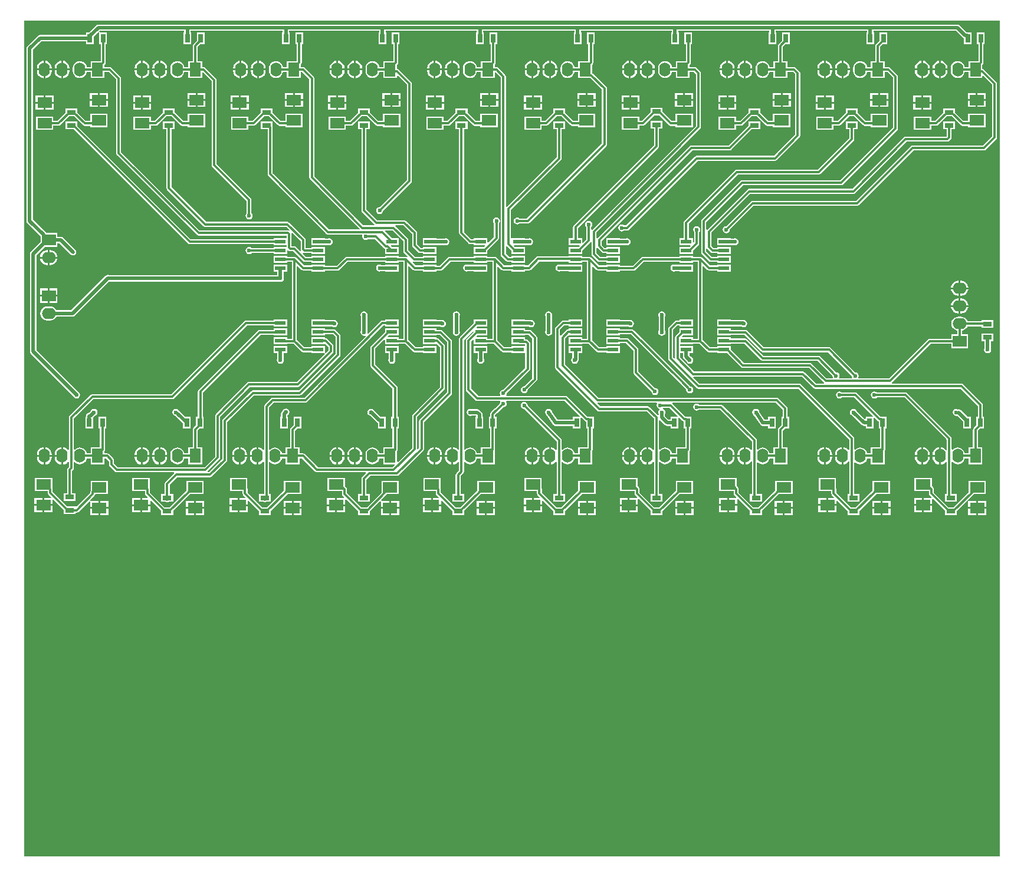
<source format=gtl>
G04*
G04 #@! TF.GenerationSoftware,Altium Limited,Altium Designer,20.0.1 (14)*
G04*
G04 Layer_Physical_Order=1*
G04 Layer_Color=255*
%FSLAX44Y44*%
%MOMM*%
G71*
G01*
G75*
%ADD11C,0.3000*%
%ADD13R,0.7000X1.3000*%
%ADD14R,1.3000X0.7000*%
%ADD15R,2.1000X1.5000*%
%ADD16R,1.5500X0.6000*%
%ADD26C,0.5000*%
%ADD27O,2.0000X1.6000*%
%ADD28R,2.0000X1.6000*%
%ADD29O,1.6000X2.0000*%
%ADD30R,1.6000X2.0000*%
%ADD31C,0.6000*%
G36*
X1400000Y0D02*
X0D01*
Y1200000D01*
X1400000D01*
Y0D01*
D02*
G37*
%LPC*%
G36*
X1338990Y1194588D02*
X105990D01*
X104234Y1194239D01*
X102746Y1193244D01*
X93001Y1183500D01*
X88490D01*
Y1179588D01*
X22500D01*
X20744Y1179239D01*
X19256Y1178244D01*
X4256Y1163244D01*
X3261Y1161756D01*
X2912Y1160000D01*
Y912700D01*
X3261Y910944D01*
X4256Y909456D01*
X22912Y890799D01*
Y890700D01*
X23000Y890257D01*
Y881689D01*
X9256Y867944D01*
X8261Y866456D01*
X7912Y864700D01*
Y725000D01*
X8261Y723244D01*
X9256Y721756D01*
X70247Y660764D01*
X70290Y660549D01*
X71395Y658895D01*
X73049Y657790D01*
X75000Y657402D01*
X76951Y657790D01*
X78605Y658895D01*
X79710Y660549D01*
X80098Y662500D01*
X79710Y664451D01*
X78605Y666105D01*
X76951Y667210D01*
X76736Y667253D01*
X17088Y726900D01*
Y862800D01*
X29489Y875200D01*
X47000D01*
Y880412D01*
X50599D01*
X66756Y864256D01*
X68244Y863261D01*
X70000Y862912D01*
X71756Y863261D01*
X73244Y864256D01*
X74239Y865744D01*
X74588Y867500D01*
X74239Y869256D01*
X73244Y870744D01*
X55744Y888244D01*
X54256Y889239D01*
X52500Y889588D01*
X47000D01*
Y895200D01*
X31242D01*
X30744Y895944D01*
X12088Y914601D01*
Y1158100D01*
X24400Y1170412D01*
X88490D01*
Y1166500D01*
X99490D01*
Y1177011D01*
X106391Y1183912D01*
X107490Y1183215D01*
X107490Y1182348D01*
Y1166500D01*
X109421D01*
Y1142000D01*
X95000D01*
Y1133569D01*
X89480D01*
X89342Y1134611D01*
X88335Y1137043D01*
X86732Y1139132D01*
X84643Y1140735D01*
X82211Y1141743D01*
X79600Y1142086D01*
X76989Y1141743D01*
X74557Y1140735D01*
X72468Y1139132D01*
X70865Y1137043D01*
X69857Y1134611D01*
X69514Y1132000D01*
Y1128000D01*
X69857Y1125389D01*
X70865Y1122957D01*
X72468Y1120868D01*
X74557Y1119265D01*
X76989Y1118257D01*
X79600Y1117914D01*
X82211Y1118257D01*
X84643Y1119265D01*
X86732Y1120868D01*
X88335Y1122957D01*
X89342Y1125389D01*
X89480Y1126431D01*
X95000D01*
Y1118000D01*
X115000D01*
Y1126431D01*
X121022D01*
X131431Y1116022D01*
Y1010000D01*
X131703Y1008634D01*
X132477Y1007477D01*
X247477Y892477D01*
X248634Y891703D01*
X250000Y891431D01*
X376431D01*
Y887700D01*
X357750D01*
Y886269D01*
X238788D01*
X76000Y1049057D01*
Y1055010D01*
X59000D01*
Y1044010D01*
X70953D01*
X234787Y880177D01*
X235944Y879403D01*
X237310Y879131D01*
X357750D01*
Y877700D01*
X376431D01*
Y875000D01*
X357750D01*
Y873569D01*
X326129D01*
X326105Y873605D01*
X324451Y874710D01*
X322500Y875098D01*
X320549Y874710D01*
X318895Y873605D01*
X317790Y871951D01*
X317402Y870000D01*
X317790Y868049D01*
X318895Y866395D01*
X320549Y865290D01*
X322500Y864902D01*
X324451Y865290D01*
X326105Y866395D01*
X326129Y866431D01*
X357750D01*
Y865000D01*
X377250D01*
Y869895D01*
X378520Y870421D01*
X378965Y869977D01*
X380122Y869203D01*
X381488Y868931D01*
X386022D01*
X399977Y854977D01*
X401134Y854203D01*
X402500Y853931D01*
X411750D01*
Y852300D01*
X431250D01*
Y862300D01*
X411750D01*
Y861069D01*
X403978D01*
X399365Y865682D01*
X400122Y866703D01*
X401488Y866431D01*
X411750D01*
Y865000D01*
X431250D01*
Y875000D01*
X411750D01*
Y873569D01*
X403569D01*
Y885000D01*
X403297Y886366D01*
X402523Y887523D01*
X380023Y910023D01*
X378866Y910797D01*
X377500Y911069D01*
X261478D01*
X211069Y961478D01*
Y1044010D01*
X216000D01*
Y1055010D01*
X199000D01*
Y1044010D01*
X203931D01*
Y960000D01*
X204203Y958634D01*
X204977Y957477D01*
X257477Y904977D01*
X258634Y904203D01*
X260000Y903931D01*
X376022D01*
X380635Y899318D01*
X379878Y898297D01*
X378512Y898569D01*
X251478D01*
X138569Y1011478D01*
Y1117500D01*
X138297Y1118866D01*
X137523Y1120023D01*
X125023Y1132523D01*
X123866Y1133297D01*
X122500Y1133569D01*
X115000D01*
Y1136953D01*
X115513Y1137467D01*
X116287Y1138624D01*
X116559Y1139990D01*
Y1166500D01*
X118490D01*
Y1183500D01*
X108724D01*
X107915Y1183500D01*
X107288Y1184569D01*
X107962Y1185412D01*
X229402D01*
Y1183500D01*
X228490D01*
Y1166500D01*
X239490D01*
Y1183500D01*
X238578D01*
Y1185412D01*
X370912D01*
Y1183500D01*
X370000D01*
Y1166500D01*
X381000D01*
Y1183500D01*
X380088D01*
Y1185412D01*
X509402D01*
Y1183500D01*
X508490D01*
Y1166500D01*
X519490D01*
Y1183500D01*
X518578D01*
Y1185412D01*
X649402D01*
Y1183500D01*
X648490D01*
Y1166500D01*
X659490D01*
Y1183500D01*
X658578D01*
Y1185412D01*
X789402D01*
Y1183500D01*
X788490D01*
Y1166500D01*
X799490D01*
Y1183500D01*
X798578D01*
Y1185412D01*
X929402D01*
Y1183500D01*
X928490D01*
Y1166500D01*
X939490D01*
Y1183500D01*
X938578D01*
Y1185412D01*
X1069402D01*
Y1183500D01*
X1068490D01*
Y1166500D01*
X1079490D01*
Y1183500D01*
X1078578D01*
Y1185412D01*
X1209402D01*
Y1183500D01*
X1208490D01*
Y1166500D01*
X1219490D01*
Y1183500D01*
X1218578D01*
Y1185412D01*
X1337090D01*
X1346746Y1175756D01*
X1348234Y1174761D01*
X1348490Y1174710D01*
Y1166500D01*
X1359490D01*
Y1183500D01*
X1353433D01*
X1352990Y1183588D01*
X1351890D01*
X1342234Y1193244D01*
X1340746Y1194239D01*
X1338990Y1194588D01*
D02*
G37*
G36*
X1378490Y1183500D02*
X1367490D01*
Y1166500D01*
X1369421D01*
Y1142000D01*
X1355000D01*
Y1133569D01*
X1349480D01*
X1349343Y1134611D01*
X1348335Y1137043D01*
X1346732Y1139132D01*
X1344643Y1140735D01*
X1342211Y1141743D01*
X1339600Y1142086D01*
X1336989Y1141743D01*
X1334557Y1140735D01*
X1332468Y1139132D01*
X1330865Y1137043D01*
X1329857Y1134611D01*
X1329514Y1132000D01*
Y1128000D01*
X1329857Y1125389D01*
X1330865Y1122957D01*
X1332468Y1120868D01*
X1334557Y1119265D01*
X1336989Y1118257D01*
X1339600Y1117914D01*
X1342211Y1118257D01*
X1344643Y1119265D01*
X1346732Y1120868D01*
X1348335Y1122957D01*
X1349343Y1125389D01*
X1349480Y1126431D01*
X1355000D01*
Y1118000D01*
X1375000D01*
Y1120794D01*
X1376173Y1121280D01*
X1388931Y1108522D01*
Y1033978D01*
X1376022Y1021069D01*
X1275000D01*
X1273634Y1020797D01*
X1272477Y1020023D01*
X1193522Y941069D01*
X1045000D01*
X1043634Y940797D01*
X1042477Y940023D01*
X1007543Y905089D01*
X1007500Y905098D01*
X1005549Y904710D01*
X1003895Y903605D01*
X1002790Y901951D01*
X1002402Y900000D01*
X1002790Y898049D01*
X1003895Y896395D01*
X1005549Y895290D01*
X1007500Y894902D01*
X1009451Y895290D01*
X1011105Y896395D01*
X1012210Y898049D01*
X1012598Y900000D01*
X1012589Y900043D01*
X1046478Y933931D01*
X1195000D01*
X1196366Y934203D01*
X1197523Y934977D01*
X1276478Y1013931D01*
X1377500D01*
X1378866Y1014203D01*
X1380023Y1014977D01*
X1395023Y1029977D01*
X1395797Y1031134D01*
X1396069Y1032500D01*
Y1110000D01*
X1395797Y1111366D01*
X1395023Y1112523D01*
X1377523Y1130023D01*
X1376366Y1130797D01*
X1375000Y1131069D01*
Y1136953D01*
X1375513Y1137467D01*
X1376287Y1138624D01*
X1376559Y1139990D01*
Y1166500D01*
X1378490D01*
Y1183500D01*
D02*
G37*
G36*
X1238490D02*
X1227490D01*
Y1171547D01*
X1222477Y1166533D01*
X1221703Y1165376D01*
X1221431Y1164010D01*
Y1142000D01*
X1215000D01*
Y1133569D01*
X1209480D01*
X1209343Y1134611D01*
X1208335Y1137043D01*
X1206732Y1139132D01*
X1204643Y1140735D01*
X1202210Y1141743D01*
X1199600Y1142086D01*
X1196990Y1141743D01*
X1194557Y1140735D01*
X1192468Y1139132D01*
X1190865Y1137043D01*
X1189857Y1134611D01*
X1189514Y1132000D01*
Y1128000D01*
X1189857Y1125389D01*
X1190865Y1122957D01*
X1192468Y1120868D01*
X1194557Y1119265D01*
X1196990Y1118257D01*
X1199600Y1117914D01*
X1202210Y1118257D01*
X1204643Y1119265D01*
X1206732Y1120868D01*
X1208335Y1122957D01*
X1209343Y1125389D01*
X1209480Y1126431D01*
X1215000D01*
Y1118000D01*
X1235000D01*
Y1126431D01*
X1238522D01*
X1246431Y1118522D01*
Y1046478D01*
X1171022Y971069D01*
X1030000D01*
X1028634Y970797D01*
X1027477Y970023D01*
X972477Y915023D01*
X971703Y913866D01*
X971431Y912500D01*
Y867500D01*
X971703Y866134D01*
X972477Y864977D01*
X982677Y854777D01*
X983834Y854003D01*
X985200Y853731D01*
X994250D01*
Y852300D01*
X1013750D01*
Y862300D01*
X994250D01*
Y860869D01*
X986678D01*
X978569Y868978D01*
Y872298D01*
X979839Y872683D01*
X979977Y872477D01*
X984977Y867477D01*
X986134Y866703D01*
X987500Y866431D01*
X994250D01*
Y865000D01*
X1013750D01*
Y875000D01*
X994250D01*
Y873569D01*
X988978D01*
X986069Y876478D01*
Y896022D01*
X1041478Y951431D01*
X1190000D01*
X1191366Y951703D01*
X1192523Y952477D01*
X1266478Y1026431D01*
X1325000D01*
X1326366Y1026703D01*
X1327523Y1027477D01*
X1330023Y1029977D01*
X1330797Y1031134D01*
X1331069Y1032500D01*
Y1044010D01*
X1336000D01*
Y1055010D01*
X1319000D01*
Y1044010D01*
X1323931D01*
Y1033978D01*
X1323522Y1033569D01*
X1265000D01*
X1263634Y1033297D01*
X1262477Y1032523D01*
X1188522Y958569D01*
X1040000D01*
X1038634Y958297D01*
X1037477Y957523D01*
X979977Y900023D01*
X979839Y899817D01*
X978569Y900202D01*
Y911022D01*
X1031478Y963931D01*
X1172500D01*
X1173866Y964203D01*
X1175023Y964977D01*
X1252523Y1042477D01*
X1253297Y1043634D01*
X1253569Y1045000D01*
Y1120000D01*
X1253297Y1121366D01*
X1252523Y1122523D01*
X1242523Y1132523D01*
X1241366Y1133297D01*
X1240000Y1133569D01*
X1235000D01*
Y1142000D01*
X1228569D01*
Y1162532D01*
X1232537Y1166500D01*
X1238490D01*
Y1183500D01*
D02*
G37*
G36*
X1098490D02*
X1087490D01*
Y1171547D01*
X1082477Y1166533D01*
X1081703Y1165376D01*
X1081431Y1164010D01*
Y1142000D01*
X1075000D01*
Y1133569D01*
X1069480D01*
X1069343Y1134611D01*
X1068335Y1137043D01*
X1066732Y1139132D01*
X1064643Y1140735D01*
X1062210Y1141743D01*
X1059600Y1142086D01*
X1056990Y1141743D01*
X1054557Y1140735D01*
X1052468Y1139132D01*
X1050865Y1137043D01*
X1049857Y1134611D01*
X1049514Y1132000D01*
Y1128000D01*
X1049857Y1125389D01*
X1050865Y1122957D01*
X1052468Y1120868D01*
X1054557Y1119265D01*
X1056990Y1118257D01*
X1059600Y1117914D01*
X1062210Y1118257D01*
X1064643Y1119265D01*
X1066732Y1120868D01*
X1068335Y1122957D01*
X1069343Y1125389D01*
X1069480Y1126431D01*
X1075000D01*
Y1118000D01*
X1095000D01*
Y1126431D01*
X1103522D01*
X1106431Y1123522D01*
Y1036478D01*
X1076022Y1006069D01*
X965000D01*
X963634Y1005797D01*
X962477Y1005023D01*
X863522Y906069D01*
X861129D01*
X861105Y906105D01*
X859451Y907210D01*
X857500Y907598D01*
X855549Y907210D01*
X853895Y906105D01*
X852790Y904451D01*
X852402Y902500D01*
X852790Y900549D01*
X853895Y898895D01*
X855549Y897790D01*
X857500Y897402D01*
X859451Y897790D01*
X861105Y898895D01*
X861129Y898931D01*
X865000D01*
X866366Y899203D01*
X867523Y899977D01*
X966478Y998931D01*
X1077500D01*
X1078866Y999203D01*
X1080023Y999977D01*
X1112523Y1032477D01*
X1113297Y1033634D01*
X1113569Y1035000D01*
Y1125000D01*
X1113297Y1126366D01*
X1112523Y1127523D01*
X1107523Y1132523D01*
X1106366Y1133297D01*
X1105000Y1133569D01*
X1095000D01*
Y1142000D01*
X1088569D01*
Y1162532D01*
X1092537Y1166500D01*
X1098490D01*
Y1183500D01*
D02*
G37*
G36*
X958490D02*
X947490D01*
Y1166500D01*
X949421D01*
Y1142000D01*
X935000D01*
Y1133569D01*
X929480D01*
X929343Y1134611D01*
X928335Y1137043D01*
X926732Y1139132D01*
X924643Y1140735D01*
X922210Y1141743D01*
X919600Y1142086D01*
X916990Y1141743D01*
X914557Y1140735D01*
X912468Y1139132D01*
X910865Y1137043D01*
X909857Y1134611D01*
X909514Y1132000D01*
Y1128000D01*
X909857Y1125389D01*
X910865Y1122957D01*
X912468Y1120868D01*
X914557Y1119265D01*
X916990Y1118257D01*
X919600Y1117914D01*
X922210Y1118257D01*
X924643Y1119265D01*
X926732Y1120868D01*
X928335Y1122957D01*
X929343Y1125389D01*
X929480Y1126431D01*
X935000D01*
Y1118000D01*
X955000D01*
Y1126431D01*
X961022D01*
X963931Y1123522D01*
Y1048978D01*
X814977Y900023D01*
X814839Y899817D01*
X813569Y900202D01*
Y903871D01*
X813605Y903895D01*
X814710Y905549D01*
X815098Y907500D01*
X814710Y909451D01*
X813605Y911105D01*
X811951Y912210D01*
X810000Y912598D01*
X808049Y912210D01*
X806395Y911105D01*
X805290Y909451D01*
X804902Y907500D01*
X805290Y905549D01*
X806395Y903895D01*
X806431Y903871D01*
Y885728D01*
X801923Y881220D01*
X800750Y881706D01*
Y887700D01*
X794569D01*
Y902022D01*
X910023Y1017477D01*
X910797Y1018634D01*
X911069Y1020000D01*
Y1045000D01*
X916000D01*
Y1056000D01*
X899000D01*
Y1045000D01*
X903931D01*
Y1021478D01*
X788477Y906023D01*
X787703Y904866D01*
X787431Y903500D01*
Y887700D01*
X781250D01*
Y877700D01*
X796744D01*
X797230Y876527D01*
X795703Y875000D01*
X781250D01*
Y865000D01*
X800750D01*
Y869953D01*
X812523Y881727D01*
X812661Y881933D01*
X813931Y881548D01*
Y865000D01*
X814203Y863634D01*
X814977Y862477D01*
X822677Y854777D01*
X823834Y854003D01*
X825200Y853731D01*
X835250D01*
Y852300D01*
X854750D01*
Y862300D01*
X835250D01*
Y860869D01*
X826678D01*
X821069Y866478D01*
Y873786D01*
X822339Y874171D01*
X822477Y873964D01*
X828964Y867477D01*
X830122Y866703D01*
X831488Y866431D01*
X835250D01*
Y865000D01*
X854750D01*
Y875000D01*
X835250D01*
Y873569D01*
X832966D01*
X828569Y877966D01*
Y883522D01*
X958978Y1013931D01*
X1012490D01*
X1013856Y1014203D01*
X1015013Y1014977D01*
X1044047Y1044010D01*
X1056000D01*
Y1055010D01*
X1039000D01*
Y1049057D01*
X1011012Y1021069D01*
X957500D01*
X956134Y1020797D01*
X954977Y1020023D01*
X822477Y887523D01*
X822339Y887317D01*
X821069Y887702D01*
Y896022D01*
X970023Y1044977D01*
X970797Y1046134D01*
X971069Y1047500D01*
Y1125000D01*
X970797Y1126366D01*
X970023Y1127523D01*
X965023Y1132523D01*
X963866Y1133297D01*
X962500Y1133569D01*
X955000D01*
Y1136953D01*
X955513Y1137467D01*
X956287Y1138624D01*
X956559Y1139990D01*
Y1166500D01*
X958490D01*
Y1183500D01*
D02*
G37*
G36*
X818490D02*
X807490D01*
Y1166500D01*
X809421D01*
Y1142000D01*
X795000D01*
Y1133569D01*
X789480D01*
X789343Y1134611D01*
X788335Y1137043D01*
X786732Y1139132D01*
X784643Y1140735D01*
X782210Y1141743D01*
X779600Y1142086D01*
X776990Y1141743D01*
X774557Y1140735D01*
X772468Y1139132D01*
X770865Y1137043D01*
X769857Y1134611D01*
X769514Y1132000D01*
Y1128000D01*
X769857Y1125389D01*
X770865Y1122957D01*
X772468Y1120868D01*
X774557Y1119265D01*
X776990Y1118257D01*
X779600Y1117914D01*
X782210Y1118257D01*
X784643Y1119265D01*
X786732Y1120868D01*
X788335Y1122957D01*
X789343Y1125389D01*
X789480Y1126431D01*
X795000D01*
Y1118000D01*
X810324D01*
X810364Y1117973D01*
X811730Y1117701D01*
X812252D01*
X828931Y1101022D01*
Y1023978D01*
X721022Y916069D01*
X711129D01*
X711105Y916105D01*
X709451Y917210D01*
X707500Y917598D01*
X705549Y917210D01*
X703895Y916105D01*
X702790Y914451D01*
X702402Y912500D01*
X702790Y910549D01*
X703895Y908895D01*
X705549Y907790D01*
X707500Y907402D01*
X709451Y907790D01*
X711105Y908895D01*
X711129Y908931D01*
X722500D01*
X723866Y909203D01*
X725023Y909977D01*
X835023Y1019977D01*
X835797Y1021134D01*
X836069Y1022500D01*
Y1102500D01*
X835797Y1103866D01*
X835023Y1105023D01*
X835023Y1105023D01*
X816253Y1123793D01*
X815096Y1124567D01*
X815000Y1124586D01*
Y1136953D01*
X815513Y1137467D01*
X816287Y1138624D01*
X816559Y1139990D01*
Y1166500D01*
X818490D01*
Y1183500D01*
D02*
G37*
G36*
X678490D02*
X667490D01*
Y1166500D01*
X669421D01*
Y1142000D01*
X655000D01*
Y1133569D01*
X649480D01*
X649343Y1134611D01*
X648335Y1137043D01*
X646732Y1139132D01*
X644643Y1140735D01*
X642210Y1141743D01*
X639600Y1142086D01*
X636990Y1141743D01*
X634557Y1140735D01*
X632468Y1139132D01*
X630865Y1137043D01*
X629857Y1134611D01*
X629514Y1132000D01*
Y1128000D01*
X629857Y1125389D01*
X630865Y1122957D01*
X632468Y1120868D01*
X634557Y1119265D01*
X636990Y1118257D01*
X639600Y1117914D01*
X642210Y1118257D01*
X644643Y1119265D01*
X646732Y1120868D01*
X648335Y1122957D01*
X649343Y1125389D01*
X649480Y1126431D01*
X655000D01*
Y1118000D01*
X675000D01*
Y1125832D01*
X676270Y1126183D01*
X683931Y1118522D01*
Y863988D01*
X684203Y862622D01*
X684977Y861464D01*
X691665Y854777D01*
X692822Y854003D01*
X694188Y853731D01*
X699250D01*
Y852300D01*
X718750D01*
Y862300D01*
X699250D01*
Y860869D01*
X695666D01*
X691069Y865466D01*
Y876548D01*
X692339Y876933D01*
X692477Y876727D01*
X699250Y869953D01*
Y865000D01*
X718750D01*
Y875000D01*
X704297D01*
X702770Y876527D01*
X703256Y877700D01*
X718750D01*
Y878012D01*
X722717D01*
X723049Y877790D01*
X725000Y877402D01*
X726951Y877790D01*
X728605Y878895D01*
X729710Y880549D01*
X730098Y882500D01*
X729710Y884451D01*
X728605Y886105D01*
X726951Y887210D01*
X725000Y887598D01*
X723049Y887210D01*
X723017Y887188D01*
X718750D01*
Y887700D01*
X699250D01*
X698569Y888688D01*
Y928522D01*
X770023Y999977D01*
X770797Y1001134D01*
X771069Y1002500D01*
Y1044010D01*
X776000D01*
Y1055010D01*
X759000D01*
Y1044010D01*
X763931D01*
Y1003978D01*
X692477Y932523D01*
X692339Y932317D01*
X691069Y932702D01*
Y1120000D01*
X690797Y1121366D01*
X690023Y1122523D01*
X680023Y1132523D01*
X678866Y1133297D01*
X677500Y1133569D01*
X675000D01*
Y1136953D01*
X675513Y1137467D01*
X676287Y1138624D01*
X676559Y1139990D01*
Y1166500D01*
X678490D01*
Y1183500D01*
D02*
G37*
G36*
X538490D02*
X527490D01*
Y1166500D01*
X529421D01*
Y1142000D01*
X515000D01*
Y1133569D01*
X509480D01*
X509342Y1134611D01*
X508335Y1137043D01*
X506732Y1139132D01*
X504643Y1140735D01*
X502211Y1141743D01*
X499600Y1142086D01*
X496990Y1141743D01*
X494557Y1140735D01*
X492468Y1139132D01*
X490865Y1137043D01*
X489857Y1134611D01*
X489514Y1132000D01*
Y1128000D01*
X489857Y1125389D01*
X490865Y1122957D01*
X492468Y1120868D01*
X494557Y1119265D01*
X496990Y1118257D01*
X499600Y1117914D01*
X502211Y1118257D01*
X504643Y1119265D01*
X506732Y1120868D01*
X508335Y1122957D01*
X509342Y1125389D01*
X509480Y1126431D01*
X515000D01*
Y1118000D01*
X535000D01*
Y1120794D01*
X536173Y1121280D01*
X548931Y1108522D01*
Y971478D01*
X510043Y932589D01*
X510000Y932598D01*
X508049Y932210D01*
X506395Y931105D01*
X505290Y929451D01*
X504902Y927500D01*
X505290Y925549D01*
X506395Y923895D01*
X508049Y922790D01*
X510000Y922402D01*
X511951Y922790D01*
X513605Y923895D01*
X514710Y925549D01*
X515098Y927500D01*
X515089Y927543D01*
X555023Y967477D01*
X555797Y968634D01*
X556069Y970000D01*
Y1110000D01*
X555797Y1111366D01*
X555023Y1112523D01*
X537523Y1130023D01*
X536366Y1130797D01*
X535000Y1131069D01*
Y1136953D01*
X535513Y1137467D01*
X536287Y1138624D01*
X536558Y1139990D01*
Y1166500D01*
X538490D01*
Y1183500D01*
D02*
G37*
G36*
X400000D02*
X389000D01*
Y1166500D01*
X390931D01*
Y1142000D01*
X376510D01*
Y1133569D01*
X370990D01*
X370853Y1134611D01*
X369845Y1137043D01*
X368242Y1139132D01*
X366153Y1140735D01*
X363721Y1141743D01*
X361110Y1142086D01*
X358499Y1141743D01*
X356067Y1140735D01*
X353978Y1139132D01*
X352375Y1137043D01*
X351367Y1134611D01*
X351024Y1132000D01*
Y1128000D01*
X351367Y1125389D01*
X352375Y1122957D01*
X353978Y1120868D01*
X356067Y1119265D01*
X358499Y1118257D01*
X361110Y1117914D01*
X363721Y1118257D01*
X366153Y1119265D01*
X368242Y1120868D01*
X369845Y1122957D01*
X370853Y1125389D01*
X370990Y1126431D01*
X376510D01*
Y1118000D01*
X396510D01*
Y1126431D01*
X398522D01*
X408931Y1116022D01*
Y975000D01*
X409203Y973634D01*
X409977Y972477D01*
X481211Y901242D01*
X480725Y900069D01*
X437478D01*
X356299Y981248D01*
Y1047280D01*
X356027Y1048646D01*
X356000Y1048686D01*
Y1055010D01*
X339000D01*
Y1044010D01*
X349161D01*
Y979770D01*
X349433Y978404D01*
X350207Y977247D01*
X433477Y893977D01*
X434634Y893203D01*
X436000Y892931D01*
X484534D01*
X485233Y891661D01*
X484902Y890000D01*
X485290Y888049D01*
X486395Y886395D01*
X488049Y885290D01*
X490000Y884902D01*
X491951Y885290D01*
X493605Y886395D01*
X493629Y886431D01*
X503022D01*
X515777Y873677D01*
X516935Y872903D01*
X517750Y872741D01*
Y865000D01*
X537250D01*
Y875000D01*
X527547D01*
X526020Y876527D01*
X526506Y877700D01*
X537250D01*
Y887700D01*
X527547D01*
X517489Y897758D01*
X517975Y898931D01*
X528522D01*
X543931Y883522D01*
Y868988D01*
X544203Y867622D01*
X544977Y866464D01*
X549823Y861618D01*
X549066Y860597D01*
X547700Y860869D01*
X537250D01*
Y862300D01*
X517750D01*
Y861069D01*
X462500D01*
X461134Y860797D01*
X459977Y860023D01*
X448122Y848169D01*
X431250D01*
Y849600D01*
X411750D01*
Y848569D01*
X401478D01*
X390223Y859823D01*
X389066Y860597D01*
X387700Y860869D01*
X377250D01*
Y862300D01*
X357750D01*
Y852300D01*
X377250D01*
Y853731D01*
X384131D01*
Y743369D01*
X377250D01*
Y745300D01*
X357750D01*
Y735300D01*
X377250D01*
Y736231D01*
X386222D01*
X397477Y724977D01*
X398634Y724203D01*
X400000Y723931D01*
X411750D01*
Y722600D01*
X430098D01*
X430757Y722600D01*
X431307Y721354D01*
X391022Y681069D01*
X322500D01*
X321134Y680797D01*
X319977Y680023D01*
X274977Y635023D01*
X274203Y633866D01*
X273931Y632500D01*
Y573978D01*
X258522Y558569D01*
X133978D01*
X128569Y563978D01*
Y568750D01*
X128297Y570116D01*
X127523Y571273D01*
X121273Y577523D01*
X120116Y578297D01*
X118750Y578569D01*
X115000D01*
Y582190D01*
X115297Y582634D01*
X115569Y584000D01*
Y614000D01*
X117500D01*
Y631000D01*
X106500D01*
Y614000D01*
X108431D01*
Y587000D01*
X95000D01*
Y578569D01*
X89480D01*
X89343Y579610D01*
X88335Y582043D01*
X86732Y584132D01*
X84643Y585735D01*
X82211Y586743D01*
X79600Y587086D01*
X76989Y586743D01*
X74557Y585735D01*
X72468Y584132D01*
X72271Y583876D01*
X71069Y584284D01*
Y628522D01*
X98978Y656431D01*
X212500D01*
X213866Y656703D01*
X215023Y657477D01*
X319678Y762131D01*
X357750D01*
Y760700D01*
X377250D01*
Y770700D01*
X357750D01*
Y769269D01*
X318200D01*
X316834Y768997D01*
X315677Y768223D01*
X211022Y663569D01*
X97500D01*
X96134Y663297D01*
X94977Y662523D01*
X64977Y632523D01*
X64203Y631366D01*
X63931Y630000D01*
Y583718D01*
X62661Y583287D01*
X61717Y584517D01*
X59516Y586207D01*
X56951Y587269D01*
X55470Y587464D01*
Y575000D01*
Y562536D01*
X56951Y562731D01*
X59516Y563793D01*
X61717Y565483D01*
X62661Y566713D01*
X63931Y566282D01*
Y558978D01*
X62477Y557523D01*
X61703Y556366D01*
X61431Y555000D01*
Y521500D01*
X56500D01*
Y510500D01*
X73500D01*
Y521500D01*
X68569D01*
Y553522D01*
X70023Y554977D01*
X70797Y556134D01*
X71069Y557500D01*
Y565716D01*
X72271Y566124D01*
X72468Y565868D01*
X74557Y564265D01*
X76989Y563257D01*
X79600Y562914D01*
X82211Y563257D01*
X84643Y564265D01*
X86732Y565868D01*
X88335Y567957D01*
X89343Y570390D01*
X89480Y571431D01*
X95000D01*
Y563000D01*
X115000D01*
Y571431D01*
X117272D01*
X121431Y567272D01*
Y562500D01*
X121703Y561134D01*
X122477Y559977D01*
X129977Y552477D01*
X131134Y551703D01*
X132500Y551431D01*
X214659D01*
X214660Y551431D01*
X215115Y550161D01*
X202477Y537523D01*
X201703Y536366D01*
X201431Y535000D01*
Y520000D01*
X196500D01*
Y509000D01*
X203190D01*
X203634Y508703D01*
X205000Y508431D01*
X206366Y508703D01*
X206810Y509000D01*
X213500D01*
Y520000D01*
X208569D01*
Y533522D01*
X219438Y544391D01*
X266472D01*
X267838Y544663D01*
X268995Y545437D01*
X290023Y566465D01*
X290797Y567622D01*
X291069Y568988D01*
Y623522D01*
X329438Y661891D01*
X395460D01*
X396826Y662163D01*
X397983Y662937D01*
X452523Y717477D01*
X453297Y718634D01*
X453569Y720000D01*
Y747500D01*
X453297Y748866D01*
X452523Y750023D01*
X447023Y755523D01*
X445866Y756297D01*
X444500Y756569D01*
X431250D01*
Y758000D01*
X411750D01*
Y748000D01*
X431250D01*
Y749431D01*
X443022D01*
X446431Y746022D01*
Y721478D01*
X393982Y669029D01*
X327960D01*
X326594Y668757D01*
X325437Y667983D01*
X284977Y627523D01*
X284203Y626366D01*
X283931Y625000D01*
Y570466D01*
X264994Y551529D01*
X263301D01*
X263300Y551530D01*
X262845Y552799D01*
X280023Y569977D01*
X280797Y571134D01*
X281069Y572500D01*
Y631022D01*
X323978Y673931D01*
X392500D01*
X393866Y674203D01*
X395023Y674977D01*
X442523Y722477D01*
X443297Y723634D01*
X443569Y725000D01*
Y732500D01*
X443297Y733866D01*
X442523Y735023D01*
X434723Y742823D01*
X433566Y743597D01*
X432200Y743869D01*
X431250D01*
Y745300D01*
X411750D01*
Y735300D01*
X431250D01*
X431250Y735300D01*
Y735300D01*
X432447Y735007D01*
X436431Y731022D01*
Y726478D01*
X432496Y722543D01*
X431250Y723093D01*
X431250Y723666D01*
Y732600D01*
X411750D01*
Y731069D01*
X401478D01*
X391269Y741278D01*
Y847025D01*
X392442Y847511D01*
X397477Y842477D01*
X398634Y841703D01*
X400000Y841431D01*
X411750D01*
Y839600D01*
X431250D01*
Y841031D01*
X449600D01*
X450966Y841303D01*
X452123Y842077D01*
X463978Y853931D01*
X517750D01*
Y852300D01*
X537250D01*
Y853731D01*
X544131D01*
Y743369D01*
X537250D01*
Y745300D01*
X521756D01*
X521270Y746473D01*
X522797Y748000D01*
X537250D01*
Y758000D01*
X517750D01*
Y753047D01*
X497477Y732773D01*
X496703Y731616D01*
X496431Y730250D01*
Y705000D01*
X496703Y703634D01*
X497477Y702477D01*
X528431Y671522D01*
Y631000D01*
X526500D01*
Y614000D01*
X528431D01*
Y587000D01*
X515000D01*
Y578569D01*
X509480D01*
X509343Y579610D01*
X508335Y582043D01*
X506732Y584132D01*
X504643Y585735D01*
X502211Y586743D01*
X499600Y587086D01*
X496990Y586743D01*
X494557Y585735D01*
X492468Y584132D01*
X490865Y582043D01*
X489857Y579610D01*
X489514Y577000D01*
Y573000D01*
X489857Y570390D01*
X490865Y567957D01*
X492468Y565868D01*
X494557Y564265D01*
X496990Y563257D01*
X499600Y562914D01*
X502211Y563257D01*
X504643Y564265D01*
X506732Y565868D01*
X508335Y567957D01*
X509343Y570390D01*
X509480Y571431D01*
X515000D01*
Y563000D01*
X531294D01*
X531780Y561827D01*
X528522Y558569D01*
X421478D01*
X402523Y577523D01*
X401366Y578297D01*
X400000Y578569D01*
X395000D01*
Y587000D01*
X388569D01*
Y611022D01*
X391547Y614000D01*
X397500D01*
Y631000D01*
X386500D01*
Y619047D01*
X382477Y615023D01*
X381703Y613866D01*
X381431Y612500D01*
Y587000D01*
X375000D01*
Y578569D01*
X369480D01*
X369343Y579610D01*
X368335Y582043D01*
X366732Y584132D01*
X364643Y585735D01*
X362211Y586743D01*
X359600Y587086D01*
X356990Y586743D01*
X354557Y585735D01*
X352468Y584132D01*
X352271Y583876D01*
X351069Y584284D01*
Y644534D01*
X357966Y651431D01*
X403288D01*
X404654Y651703D01*
X405811Y652477D01*
X515466Y762131D01*
X517750D01*
Y760700D01*
X537250D01*
Y770700D01*
X517750D01*
Y769269D01*
X513988D01*
X512622Y768997D01*
X511465Y768223D01*
X493311Y750070D01*
X493148Y750141D01*
X492263Y750818D01*
X492598Y752500D01*
X492210Y754451D01*
X492088Y754633D01*
Y775367D01*
X492210Y775549D01*
X492598Y777500D01*
X492210Y779451D01*
X491105Y781105D01*
X489451Y782210D01*
X487500Y782598D01*
X485549Y782210D01*
X483895Y781105D01*
X482790Y779451D01*
X482402Y777500D01*
X482790Y775549D01*
X482912Y775367D01*
Y754633D01*
X482790Y754451D01*
X482402Y752500D01*
X482790Y750549D01*
X483895Y748895D01*
X485549Y747790D01*
X487500Y747402D01*
X489182Y747737D01*
X489859Y746852D01*
X489930Y746689D01*
X401810Y658569D01*
X356488D01*
X355122Y658297D01*
X353965Y657523D01*
X344977Y648536D01*
X344203Y647378D01*
X343931Y646012D01*
Y583718D01*
X342661Y583287D01*
X341717Y584517D01*
X339515Y586207D01*
X336951Y587269D01*
X335470Y587464D01*
Y575000D01*
Y562536D01*
X336951Y562731D01*
X339515Y563793D01*
X341717Y565483D01*
X342661Y566713D01*
X343931Y566282D01*
Y520000D01*
X336500D01*
Y509000D01*
X343190D01*
X343634Y508703D01*
X345000Y508431D01*
X346366Y508703D01*
X346810Y509000D01*
X353500D01*
Y520000D01*
X351069D01*
Y565716D01*
X352271Y566124D01*
X352468Y565868D01*
X354557Y564265D01*
X356990Y563257D01*
X359600Y562914D01*
X362211Y563257D01*
X364643Y564265D01*
X366732Y565868D01*
X368335Y567957D01*
X369343Y570390D01*
X369480Y571431D01*
X375000D01*
Y563000D01*
X395000D01*
Y571431D01*
X398522D01*
X417477Y552477D01*
X418634Y551703D01*
X420000Y551431D01*
X489725D01*
X490211Y550258D01*
X484977Y545023D01*
X484203Y543866D01*
X483931Y542500D01*
Y520000D01*
X479000D01*
Y509000D01*
X496000D01*
Y520000D01*
X491069D01*
Y541022D01*
X496478Y546431D01*
X535000D01*
X536366Y546703D01*
X537523Y547477D01*
X572523Y582477D01*
X573297Y583634D01*
X573569Y585000D01*
Y623522D01*
X612523Y662477D01*
X613297Y663634D01*
X613569Y665000D01*
Y740000D01*
X613297Y741366D01*
X612523Y742523D01*
X600023Y755023D01*
X598866Y755797D01*
X597500Y756069D01*
X591250D01*
Y758000D01*
X571750D01*
Y748000D01*
X591250D01*
Y748931D01*
X596022D01*
X606431Y738522D01*
Y666478D01*
X567477Y627523D01*
X566703Y626366D01*
X566431Y625000D01*
Y586478D01*
X564796Y584843D01*
X564644Y584862D01*
X563569Y585411D01*
Y631022D01*
X602523Y669977D01*
X603297Y671134D01*
X603569Y672500D01*
Y733020D01*
X603297Y734386D01*
X602523Y735543D01*
X595243Y742823D01*
X594086Y743597D01*
X592720Y743869D01*
X591250D01*
Y745300D01*
X571750D01*
Y735300D01*
X591250D01*
Y735300D01*
X592256Y735717D01*
X596431Y731542D01*
Y673978D01*
X557477Y635023D01*
X556703Y633866D01*
X556431Y632500D01*
Y586478D01*
X536173Y566220D01*
X535000Y566706D01*
Y582190D01*
X535297Y582634D01*
X535569Y584000D01*
Y614000D01*
X537500D01*
Y631000D01*
X535569D01*
Y673000D01*
X535297Y674366D01*
X534523Y675523D01*
X503569Y706478D01*
Y728772D01*
X516577Y741780D01*
X517750Y741294D01*
Y735300D01*
X537250D01*
Y736231D01*
X546222D01*
X557477Y724977D01*
X558634Y724203D01*
X560000Y723931D01*
X571750D01*
Y722600D01*
X591250D01*
Y732600D01*
X571750D01*
Y731069D01*
X561478D01*
X551269Y741278D01*
Y847025D01*
X552442Y847511D01*
X557477Y842477D01*
X558634Y841703D01*
X560000Y841431D01*
X571750D01*
Y839600D01*
X591250D01*
Y841031D01*
X597100D01*
X598466Y841303D01*
X599623Y842077D01*
X611478Y853931D01*
X645250D01*
Y852300D01*
X664750D01*
Y853731D01*
X671631D01*
Y743369D01*
X664750D01*
Y745300D01*
X649256D01*
X648770Y746473D01*
X650297Y748000D01*
X664750D01*
Y758000D01*
X649256D01*
X648770Y759173D01*
X650297Y760700D01*
X664750D01*
Y770700D01*
X645250D01*
Y765747D01*
X624977Y745473D01*
X624203Y744316D01*
X623931Y742950D01*
Y583718D01*
X622661Y583287D01*
X621717Y584517D01*
X619515Y586207D01*
X616951Y587269D01*
X615470Y587464D01*
Y575000D01*
Y562536D01*
X616951Y562731D01*
X619515Y563793D01*
X621717Y565483D01*
X622661Y566713D01*
X623931Y566282D01*
Y553978D01*
X619977Y550023D01*
X619203Y548866D01*
X618931Y547500D01*
Y520000D01*
X614000D01*
Y509000D01*
X631000D01*
Y520000D01*
X626069D01*
Y546022D01*
X630023Y549977D01*
X630797Y551134D01*
X631069Y552500D01*
Y565716D01*
X632271Y566124D01*
X632468Y565868D01*
X634557Y564265D01*
X636990Y563257D01*
X639600Y562914D01*
X642210Y563257D01*
X644643Y564265D01*
X646732Y565868D01*
X648335Y567957D01*
X649343Y570390D01*
X649480Y571431D01*
X655000D01*
Y563000D01*
X675000D01*
Y582190D01*
X675297Y582634D01*
X675568Y584000D01*
Y614000D01*
X677500D01*
Y631000D01*
X675568D01*
Y633522D01*
X678221Y636174D01*
X678366Y636203D01*
X679523Y636977D01*
X687457Y644911D01*
X687500Y644902D01*
X689451Y645290D01*
X691105Y646395D01*
X692210Y648049D01*
X692598Y650000D01*
X692210Y651951D01*
X691735Y652661D01*
X692414Y653931D01*
X775522D01*
X797280Y632173D01*
X796794Y631000D01*
X787500D01*
Y627088D01*
X764956D01*
X757421Y638390D01*
X757210Y639451D01*
X756105Y641105D01*
X754451Y642210D01*
X752500Y642598D01*
X750549Y642210D01*
X748895Y641105D01*
X747790Y639451D01*
X747402Y637500D01*
X747790Y635549D01*
X748895Y633895D01*
X749786Y633300D01*
X758682Y619955D01*
X759003Y619633D01*
X759256Y619256D01*
X759630Y619006D01*
X759947Y618688D01*
X760367Y618513D01*
X760744Y618261D01*
X761185Y618173D01*
X761600Y618001D01*
X762054Y618000D01*
X762500Y617912D01*
X787500D01*
Y614000D01*
X798500D01*
Y629294D01*
X799673Y629780D01*
X804477Y624977D01*
X805634Y624203D01*
X806500Y624031D01*
Y614000D01*
X808431D01*
Y587000D01*
X795000D01*
Y578569D01*
X789480D01*
X789343Y579610D01*
X788335Y582043D01*
X786732Y584132D01*
X784643Y585735D01*
X782210Y586743D01*
X779600Y587086D01*
X776990Y586743D01*
X774557Y585735D01*
X772468Y584132D01*
X772271Y583876D01*
X771069Y584284D01*
Y597500D01*
X770797Y598866D01*
X770023Y600023D01*
X722589Y647457D01*
X722598Y647500D01*
X722210Y649451D01*
X721105Y651105D01*
X719451Y652210D01*
X717500Y652598D01*
X715549Y652210D01*
X713895Y651105D01*
X712790Y649451D01*
X712402Y647500D01*
X712790Y645549D01*
X713895Y643895D01*
X715549Y642790D01*
X717500Y642402D01*
X717543Y642411D01*
X763931Y596022D01*
Y583718D01*
X762661Y583287D01*
X761717Y584517D01*
X759515Y586207D01*
X756952Y587269D01*
X755470Y587464D01*
Y575000D01*
Y562536D01*
X756952Y562731D01*
X759515Y563793D01*
X761717Y565483D01*
X762661Y566713D01*
X763931Y566282D01*
Y520000D01*
X759000D01*
Y509000D01*
X776000D01*
Y520000D01*
X771069D01*
Y565716D01*
X772271Y566124D01*
X772468Y565868D01*
X774557Y564265D01*
X776990Y563257D01*
X779600Y562914D01*
X782210Y563257D01*
X784643Y564265D01*
X786732Y565868D01*
X788335Y567957D01*
X789343Y570390D01*
X789480Y571431D01*
X795000D01*
Y563000D01*
X815000D01*
Y582190D01*
X815297Y582634D01*
X815568Y584000D01*
Y614000D01*
X817500D01*
Y631000D01*
X810345D01*
X810000Y631069D01*
X808478D01*
X779523Y660023D01*
X778366Y660797D01*
X777000Y661069D01*
X692414D01*
X691735Y662339D01*
X692210Y663049D01*
X692598Y665000D01*
X692589Y665043D01*
X725023Y697477D01*
X725797Y698634D01*
X726069Y700000D01*
Y736012D01*
X725797Y737378D01*
X725023Y738536D01*
X722465Y741093D01*
X721308Y741867D01*
X719942Y742139D01*
X718750D01*
Y745300D01*
X699250D01*
Y735300D01*
X709324D01*
X709364Y735273D01*
X710730Y735002D01*
X718464D01*
X718931Y734534D01*
Y733795D01*
X718750Y732600D01*
X699250D01*
Y731069D01*
X688978D01*
X678769Y741278D01*
Y847025D01*
X679942Y847511D01*
X684977Y842477D01*
X686134Y841703D01*
X687500Y841431D01*
X699250D01*
Y839600D01*
X718750D01*
Y841431D01*
X724200D01*
X725566Y841703D01*
X726723Y842477D01*
X738578Y854331D01*
X781250D01*
Y852300D01*
X800750D01*
Y853731D01*
X807631D01*
Y743369D01*
X800750D01*
Y745300D01*
X781250D01*
Y735300D01*
X800750D01*
Y736231D01*
X809722D01*
X820977Y724977D01*
X822134Y724203D01*
X823500Y723931D01*
X835250D01*
Y722600D01*
X854750D01*
Y732600D01*
X835250D01*
Y731069D01*
X824978D01*
X814769Y741278D01*
Y847025D01*
X815942Y847511D01*
X820977Y842477D01*
X822134Y841703D01*
X823500Y841431D01*
X835250D01*
Y839600D01*
X854750D01*
Y841031D01*
X874600D01*
X875966Y841303D01*
X877123Y842077D01*
X888978Y853931D01*
X940250D01*
Y852300D01*
X959750D01*
Y853731D01*
X966631D01*
Y743369D01*
X959750D01*
Y745300D01*
X944256D01*
X943770Y746473D01*
X945297Y748000D01*
X959750D01*
Y758000D01*
X940250D01*
Y753047D01*
X934977Y747774D01*
X934203Y746616D01*
X933931Y745250D01*
Y715411D01*
X932857Y714862D01*
X932704Y714843D01*
X931069Y716478D01*
Y756022D01*
X937178Y762131D01*
X940250D01*
Y760700D01*
X959750D01*
Y770700D01*
X940250D01*
Y769269D01*
X935700D01*
X934334Y768997D01*
X933177Y768223D01*
X924977Y760023D01*
X924203Y758866D01*
X923931Y757500D01*
Y715000D01*
X924203Y713634D01*
X924977Y712477D01*
X964977Y672477D01*
X966134Y671703D01*
X967500Y671431D01*
X1111022D01*
X1184131Y598322D01*
Y583457D01*
X1182861Y583026D01*
X1181717Y584517D01*
X1179516Y586207D01*
X1176952Y587269D01*
X1175470Y587464D01*
Y575000D01*
Y562536D01*
X1176952Y562731D01*
X1179516Y563793D01*
X1181717Y565483D01*
X1182861Y566974D01*
X1184131Y566543D01*
Y520000D01*
X1181500D01*
Y509000D01*
X1198500D01*
Y520000D01*
X1191269D01*
Y565461D01*
X1192079Y565736D01*
X1192539Y565814D01*
X1194557Y564265D01*
X1196990Y563257D01*
X1199600Y562914D01*
X1202210Y563257D01*
X1204643Y564265D01*
X1206732Y565868D01*
X1208335Y567957D01*
X1209343Y570390D01*
X1209480Y571431D01*
X1215000D01*
Y563000D01*
X1235000D01*
Y582190D01*
X1235297Y582634D01*
X1235568Y584000D01*
Y614000D01*
X1237500D01*
Y631000D01*
X1231176D01*
X1231136Y631027D01*
X1229770Y631299D01*
X1228748D01*
X1195023Y665023D01*
X1193866Y665797D01*
X1192500Y666069D01*
X1173629D01*
X1173605Y666105D01*
X1171951Y667210D01*
X1170000Y667598D01*
X1168049Y667210D01*
X1166395Y666105D01*
X1165290Y664451D01*
X1164902Y662500D01*
X1165290Y660549D01*
X1166395Y658895D01*
X1168049Y657790D01*
X1170000Y657402D01*
X1171951Y657790D01*
X1173605Y658895D01*
X1173629Y658931D01*
X1191022D01*
X1217683Y632270D01*
X1217157Y631000D01*
X1207500D01*
Y628285D01*
X1206230Y627759D01*
X1194753Y639236D01*
X1194710Y639451D01*
X1193605Y641105D01*
X1191951Y642210D01*
X1190000Y642598D01*
X1188049Y642210D01*
X1186395Y641105D01*
X1185290Y639451D01*
X1184902Y637500D01*
X1185290Y635549D01*
X1186395Y633895D01*
X1188049Y632790D01*
X1188264Y632747D01*
X1201756Y619256D01*
X1203244Y618261D01*
X1205000Y617912D01*
X1207500D01*
Y614000D01*
X1218500D01*
Y629657D01*
X1219770Y630183D01*
X1224747Y625207D01*
X1225904Y624433D01*
X1226500Y624315D01*
Y614000D01*
X1228431D01*
Y587000D01*
X1215000D01*
Y578569D01*
X1209480D01*
X1209343Y579610D01*
X1208335Y582043D01*
X1206732Y584132D01*
X1204643Y585735D01*
X1202210Y586743D01*
X1199600Y587086D01*
X1196990Y586743D01*
X1194557Y585735D01*
X1192539Y584186D01*
X1192079Y584264D01*
X1191269Y584539D01*
Y599800D01*
X1190997Y601166D01*
X1190223Y602323D01*
X1115023Y677523D01*
X1113866Y678297D01*
X1112500Y678569D01*
X968978D01*
X959843Y687704D01*
X959862Y687857D01*
X960411Y688931D01*
X1116022D01*
X1132477Y672477D01*
X1133634Y671703D01*
X1135000Y671431D01*
X1343522D01*
X1368431Y646522D01*
Y631000D01*
X1366500D01*
Y619047D01*
X1362477Y615023D01*
X1361703Y613866D01*
X1361431Y612500D01*
Y587000D01*
X1355000D01*
Y578569D01*
X1349480D01*
X1349343Y579610D01*
X1348335Y582043D01*
X1346732Y584132D01*
X1344643Y585735D01*
X1342211Y586743D01*
X1339600Y587086D01*
X1336989Y586743D01*
X1334557Y585735D01*
X1332468Y584132D01*
X1332271Y583876D01*
X1331069Y584284D01*
Y600000D01*
X1330797Y601366D01*
X1330023Y602523D01*
X1267523Y665023D01*
X1266366Y665797D01*
X1265000Y666069D01*
X1223629D01*
X1223605Y666105D01*
X1221951Y667210D01*
X1220000Y667598D01*
X1218049Y667210D01*
X1216395Y666105D01*
X1215290Y664451D01*
X1214902Y662500D01*
X1215290Y660549D01*
X1216395Y658895D01*
X1218049Y657790D01*
X1220000Y657402D01*
X1221951Y657790D01*
X1223605Y658895D01*
X1223629Y658931D01*
X1263522D01*
X1323931Y598522D01*
Y583718D01*
X1322661Y583287D01*
X1321717Y584517D01*
X1319516Y586207D01*
X1316951Y587269D01*
X1315470Y587464D01*
Y575000D01*
Y562536D01*
X1316951Y562731D01*
X1319516Y563793D01*
X1321717Y565483D01*
X1322661Y566713D01*
X1323931Y566282D01*
Y520000D01*
X1321500D01*
Y509000D01*
X1338500D01*
Y520000D01*
X1331069D01*
Y565716D01*
X1332271Y566124D01*
X1332468Y565868D01*
X1334557Y564265D01*
X1336989Y563257D01*
X1339600Y562914D01*
X1342211Y563257D01*
X1344643Y564265D01*
X1346732Y565868D01*
X1348335Y567957D01*
X1349343Y570390D01*
X1349480Y571431D01*
X1355000D01*
Y563000D01*
X1375000D01*
Y587000D01*
X1368569D01*
Y611022D01*
X1371547Y614000D01*
X1377500D01*
Y631000D01*
X1375569D01*
Y648000D01*
X1375297Y649366D01*
X1374523Y650523D01*
X1347523Y677523D01*
X1346366Y678297D01*
X1345000Y678569D01*
X1245202D01*
X1244817Y679839D01*
X1245023Y679977D01*
X1301078Y736031D01*
X1330500D01*
Y729600D01*
X1354500D01*
Y749600D01*
X1346069D01*
Y755120D01*
X1347110Y755257D01*
X1349543Y756265D01*
X1351632Y757868D01*
X1353235Y759957D01*
X1353742Y761181D01*
X1374000D01*
Y759000D01*
X1391000D01*
Y770000D01*
X1374000D01*
Y768319D01*
X1353949D01*
X1353235Y770043D01*
X1351632Y772132D01*
X1349543Y773735D01*
X1347110Y774743D01*
X1344500Y775086D01*
X1340500D01*
X1337890Y774743D01*
X1335457Y773735D01*
X1333368Y772132D01*
X1331765Y770043D01*
X1330757Y767610D01*
X1330414Y765000D01*
X1330757Y762390D01*
X1331765Y759957D01*
X1333368Y757868D01*
X1335457Y756265D01*
X1337890Y755257D01*
X1338931Y755120D01*
Y749600D01*
X1330500D01*
Y743169D01*
X1299600D01*
X1298234Y742897D01*
X1297077Y742123D01*
X1241022Y686069D01*
X1197414D01*
X1196735Y687339D01*
X1197210Y688049D01*
X1197598Y690000D01*
X1197210Y691951D01*
X1196105Y693605D01*
X1194451Y694710D01*
X1192500Y695098D01*
X1192457Y695089D01*
X1157523Y730023D01*
X1156366Y730797D01*
X1155000Y731069D01*
X1061478D01*
X1037523Y755023D01*
X1036366Y755797D01*
X1035000Y756069D01*
X1013750D01*
Y758000D01*
X994250D01*
Y748000D01*
X1013750D01*
Y748931D01*
X1033522D01*
X1057477Y724977D01*
X1058634Y724203D01*
X1060000Y723931D01*
X1153522D01*
X1187411Y690043D01*
X1187402Y690000D01*
X1187790Y688049D01*
X1188265Y687339D01*
X1187586Y686069D01*
X1169914D01*
X1169235Y687339D01*
X1169710Y688049D01*
X1170098Y690000D01*
X1169710Y691951D01*
X1168605Y693605D01*
X1166951Y694710D01*
X1165000Y695098D01*
X1164957Y695089D01*
X1142523Y717523D01*
X1141366Y718297D01*
X1140000Y718569D01*
X1061478D01*
X1037523Y742523D01*
X1036366Y743297D01*
X1035000Y743569D01*
X1013750D01*
Y745300D01*
X994250D01*
Y735300D01*
X1013750D01*
Y736431D01*
X1033522D01*
X1057477Y712477D01*
X1058634Y711703D01*
X1060000Y711431D01*
X1138522D01*
X1159911Y690043D01*
X1159902Y690000D01*
X1160290Y688049D01*
X1160765Y687339D01*
X1160086Y686069D01*
X1151478D01*
X1130023Y707523D01*
X1128866Y708297D01*
X1127500Y708569D01*
X1032828D01*
X1013750Y727647D01*
Y732600D01*
X994250D01*
Y731069D01*
X983978D01*
X973768Y741278D01*
Y847025D01*
X974942Y847511D01*
X979977Y842477D01*
X981134Y841703D01*
X982500Y841431D01*
X994250D01*
Y839600D01*
X1013750D01*
Y849600D01*
X994250D01*
Y848569D01*
X983978D01*
X972723Y859823D01*
X971565Y860597D01*
X970200Y860869D01*
X959750D01*
Y862300D01*
X940250D01*
Y861069D01*
X887500D01*
X886134Y860797D01*
X884977Y860023D01*
X873122Y848169D01*
X854750D01*
Y849600D01*
X835250D01*
Y848569D01*
X824978D01*
X813723Y859823D01*
X812566Y860597D01*
X811200Y860869D01*
X800750D01*
Y862300D01*
X781250D01*
Y861469D01*
X737100D01*
X735734Y861197D01*
X734577Y860423D01*
X722722Y848569D01*
X718750D01*
Y849600D01*
X699250D01*
Y848569D01*
X688978D01*
X677723Y859823D01*
X676566Y860597D01*
X675200Y860869D01*
X664750D01*
Y862300D01*
X645250D01*
Y861069D01*
X610000D01*
X608634Y860797D01*
X607477Y860023D01*
X595622Y848169D01*
X591250D01*
Y849600D01*
X571750D01*
Y848569D01*
X561478D01*
X556865Y853182D01*
X557622Y854203D01*
X558988Y853931D01*
X571750D01*
Y852300D01*
X591250D01*
Y862300D01*
X571750D01*
Y861069D01*
X560466D01*
X551069Y870466D01*
Y885000D01*
X550797Y886366D01*
X550023Y887523D01*
X532523Y905023D01*
X532317Y905161D01*
X532702Y906431D01*
X543522D01*
X556431Y893522D01*
Y877500D01*
X556703Y876134D01*
X557477Y874977D01*
X564977Y867477D01*
X566134Y866703D01*
X567500Y866431D01*
X571750D01*
Y865000D01*
X591250D01*
Y875000D01*
X571750D01*
Y873569D01*
X568978D01*
X563569Y878978D01*
Y895000D01*
X563297Y896366D01*
X562523Y897523D01*
X547523Y912523D01*
X546366Y913297D01*
X545000Y913569D01*
X506478D01*
X491069Y928978D01*
Y1044010D01*
X496000D01*
Y1055010D01*
X479000D01*
Y1044010D01*
X483931D01*
Y927500D01*
X484203Y926134D01*
X484977Y924977D01*
X502477Y907477D01*
X502683Y907339D01*
X502298Y906069D01*
X486478D01*
X416069Y976478D01*
Y1117500D01*
X415797Y1118866D01*
X415023Y1120023D01*
X402523Y1132523D01*
X401366Y1133297D01*
X400000Y1133569D01*
X396510D01*
Y1136953D01*
X397023Y1137467D01*
X397797Y1138624D01*
X398069Y1139990D01*
Y1166500D01*
X400000D01*
Y1183500D01*
D02*
G37*
G36*
X258490D02*
X247490D01*
Y1171547D01*
X242477Y1166533D01*
X241703Y1165376D01*
X241431Y1164010D01*
Y1142000D01*
X235000D01*
Y1133569D01*
X229480D01*
X229342Y1134611D01*
X228335Y1137043D01*
X226732Y1139132D01*
X224643Y1140735D01*
X222211Y1141743D01*
X219600Y1142086D01*
X216989Y1141743D01*
X214557Y1140735D01*
X212468Y1139132D01*
X210865Y1137043D01*
X209857Y1134611D01*
X209514Y1132000D01*
Y1128000D01*
X209857Y1125389D01*
X210865Y1122957D01*
X212468Y1120868D01*
X214557Y1119265D01*
X216989Y1118257D01*
X219600Y1117914D01*
X222211Y1118257D01*
X224643Y1119265D01*
X226732Y1120868D01*
X228335Y1122957D01*
X229342Y1125389D01*
X229480Y1126431D01*
X235000D01*
Y1118000D01*
X255000D01*
Y1125832D01*
X256270Y1126183D01*
X268931Y1113522D01*
Y992500D01*
X269203Y991134D01*
X269977Y989977D01*
X318931Y941022D01*
Y923629D01*
X318895Y923605D01*
X317790Y921951D01*
X317402Y920000D01*
X317790Y918049D01*
X318895Y916395D01*
X320549Y915290D01*
X322500Y914902D01*
X324451Y915290D01*
X326105Y916395D01*
X327210Y918049D01*
X327598Y920000D01*
X327210Y921951D01*
X326105Y923605D01*
X326069Y923629D01*
Y942500D01*
X325797Y943866D01*
X325023Y945023D01*
X276069Y993978D01*
Y1115000D01*
X275797Y1116366D01*
X275023Y1117523D01*
X260023Y1132523D01*
X258866Y1133297D01*
X257500Y1133569D01*
X255000D01*
Y1142000D01*
X248568D01*
Y1162532D01*
X252537Y1166500D01*
X258490D01*
Y1183500D01*
D02*
G37*
G36*
X1035470Y1142464D02*
Y1131270D01*
X1044831D01*
Y1132000D01*
X1044469Y1134752D01*
X1043407Y1137316D01*
X1041717Y1139517D01*
X1039515Y1141207D01*
X1036952Y1142269D01*
X1035470Y1142464D01*
D02*
G37*
G36*
X1010070D02*
Y1131270D01*
X1019431D01*
Y1132000D01*
X1019069Y1134752D01*
X1018007Y1137316D01*
X1016317Y1139517D01*
X1014115Y1141207D01*
X1011552Y1142269D01*
X1010070Y1142464D01*
D02*
G37*
G36*
X1032930Y1142464D02*
X1031449Y1142269D01*
X1028885Y1141207D01*
X1026683Y1139517D01*
X1024993Y1137316D01*
X1023931Y1134752D01*
X1023569Y1132000D01*
Y1131270D01*
X1032930D01*
Y1142464D01*
D02*
G37*
G36*
X1007530D02*
X1006049Y1142269D01*
X1003484Y1141207D01*
X1001283Y1139517D01*
X999593Y1137316D01*
X998531Y1134752D01*
X998169Y1132000D01*
Y1131270D01*
X1007530D01*
Y1142464D01*
D02*
G37*
G36*
X615470Y1142464D02*
Y1131270D01*
X624831D01*
Y1132000D01*
X624469Y1134752D01*
X623407Y1137316D01*
X621717Y1139517D01*
X619515Y1141207D01*
X616951Y1142269D01*
X615470Y1142464D01*
D02*
G37*
G36*
X590070D02*
Y1131270D01*
X599431D01*
Y1132000D01*
X599069Y1134752D01*
X598007Y1137316D01*
X596317Y1139517D01*
X594115Y1141207D01*
X591552Y1142269D01*
X590070Y1142464D01*
D02*
G37*
G36*
X612930Y1142464D02*
X611449Y1142269D01*
X608885Y1141207D01*
X606683Y1139517D01*
X604993Y1137316D01*
X603931Y1134752D01*
X603569Y1132000D01*
Y1131270D01*
X612930D01*
Y1142464D01*
D02*
G37*
G36*
X587530D02*
X586049Y1142269D01*
X583484Y1141207D01*
X581283Y1139517D01*
X579593Y1137316D01*
X578531Y1134752D01*
X578169Y1132000D01*
Y1131270D01*
X587530D01*
Y1142464D01*
D02*
G37*
G36*
X1315470Y1142464D02*
Y1131270D01*
X1324831D01*
Y1132000D01*
X1324469Y1134752D01*
X1323407Y1137316D01*
X1321717Y1139517D01*
X1319515Y1141207D01*
X1316951Y1142269D01*
X1315470Y1142464D01*
D02*
G37*
G36*
X1290070D02*
Y1131270D01*
X1299431D01*
Y1132000D01*
X1299069Y1134752D01*
X1298007Y1137316D01*
X1296317Y1139517D01*
X1294115Y1141207D01*
X1291552Y1142269D01*
X1290070Y1142464D01*
D02*
G37*
G36*
X1312930Y1142464D02*
X1311449Y1142269D01*
X1308884Y1141207D01*
X1306683Y1139517D01*
X1304993Y1137316D01*
X1303931Y1134752D01*
X1303569Y1132000D01*
Y1131270D01*
X1312930D01*
Y1142464D01*
D02*
G37*
G36*
X1287530D02*
X1286048Y1142269D01*
X1283484Y1141207D01*
X1281283Y1139517D01*
X1279593Y1137316D01*
X1278531Y1134752D01*
X1278169Y1132000D01*
Y1131270D01*
X1287530D01*
Y1142464D01*
D02*
G37*
G36*
X895470Y1142464D02*
Y1131270D01*
X904831D01*
Y1132000D01*
X904469Y1134752D01*
X903407Y1137316D01*
X901717Y1139517D01*
X899515Y1141207D01*
X896952Y1142269D01*
X895470Y1142464D01*
D02*
G37*
G36*
X870070D02*
Y1131270D01*
X879431D01*
Y1132000D01*
X879069Y1134752D01*
X878007Y1137316D01*
X876317Y1139517D01*
X874115Y1141207D01*
X871552Y1142269D01*
X870070Y1142464D01*
D02*
G37*
G36*
X195470D02*
Y1131270D01*
X204831D01*
Y1132000D01*
X204469Y1134752D01*
X203407Y1137316D01*
X201717Y1139517D01*
X199515Y1141207D01*
X196951Y1142269D01*
X195470Y1142464D01*
D02*
G37*
G36*
X170070D02*
Y1131270D01*
X179431D01*
Y1132000D01*
X179069Y1134752D01*
X178007Y1137316D01*
X176317Y1139517D01*
X174115Y1141207D01*
X171551Y1142269D01*
X170070Y1142464D01*
D02*
G37*
G36*
X892930Y1142464D02*
X891449Y1142269D01*
X888885Y1141207D01*
X886683Y1139517D01*
X884993Y1137316D01*
X883931Y1134752D01*
X883569Y1132000D01*
Y1131270D01*
X892930D01*
Y1142464D01*
D02*
G37*
G36*
X867530D02*
X866049Y1142269D01*
X863484Y1141207D01*
X861283Y1139517D01*
X859593Y1137316D01*
X858531Y1134752D01*
X858169Y1132000D01*
Y1131270D01*
X867530D01*
Y1142464D01*
D02*
G37*
G36*
X192930D02*
X191448Y1142269D01*
X188885Y1141207D01*
X186683Y1139517D01*
X184993Y1137316D01*
X183931Y1134752D01*
X183569Y1132000D01*
Y1131270D01*
X192930D01*
Y1142464D01*
D02*
G37*
G36*
X167530D02*
X166049Y1142269D01*
X163484Y1141207D01*
X161283Y1139517D01*
X159593Y1137316D01*
X158531Y1134752D01*
X158169Y1132000D01*
Y1131270D01*
X167530D01*
Y1142464D01*
D02*
G37*
G36*
X1175470Y1142464D02*
Y1131270D01*
X1184831D01*
Y1132000D01*
X1184469Y1134752D01*
X1183407Y1137316D01*
X1181717Y1139517D01*
X1179515Y1141207D01*
X1176952Y1142269D01*
X1175470Y1142464D01*
D02*
G37*
G36*
X1150070D02*
Y1131270D01*
X1159431D01*
Y1132000D01*
X1159069Y1134752D01*
X1158007Y1137316D01*
X1156317Y1139517D01*
X1154115Y1141207D01*
X1151552Y1142269D01*
X1150070Y1142464D01*
D02*
G37*
G36*
X475470D02*
Y1131270D01*
X484831D01*
Y1132000D01*
X484469Y1134752D01*
X483407Y1137316D01*
X481717Y1139517D01*
X479515Y1141207D01*
X476951Y1142269D01*
X475470Y1142464D01*
D02*
G37*
G36*
X450070D02*
Y1131270D01*
X459431D01*
Y1132000D01*
X459069Y1134752D01*
X458007Y1137316D01*
X456317Y1139517D01*
X454115Y1141207D01*
X451551Y1142269D01*
X450070Y1142464D01*
D02*
G37*
G36*
X1172930Y1142464D02*
X1171449Y1142269D01*
X1168885Y1141207D01*
X1166683Y1139517D01*
X1164993Y1137316D01*
X1163931Y1134752D01*
X1163569Y1132000D01*
Y1131270D01*
X1172930D01*
Y1142464D01*
D02*
G37*
G36*
X1147530D02*
X1146049Y1142269D01*
X1143484Y1141207D01*
X1141283Y1139517D01*
X1139593Y1137316D01*
X1138531Y1134752D01*
X1138169Y1132000D01*
Y1131270D01*
X1147530D01*
Y1142464D01*
D02*
G37*
G36*
X472930D02*
X471449Y1142269D01*
X468885Y1141207D01*
X466683Y1139517D01*
X464993Y1137316D01*
X463931Y1134752D01*
X463569Y1132000D01*
Y1131270D01*
X472930D01*
Y1142464D01*
D02*
G37*
G36*
X447530D02*
X446049Y1142269D01*
X443484Y1141207D01*
X441283Y1139517D01*
X439593Y1137316D01*
X438531Y1134752D01*
X438169Y1132000D01*
Y1131270D01*
X447530D01*
Y1142464D01*
D02*
G37*
G36*
X755470Y1142464D02*
Y1131270D01*
X764831D01*
Y1132000D01*
X764469Y1134752D01*
X763407Y1137316D01*
X761717Y1139517D01*
X759515Y1141207D01*
X756952Y1142269D01*
X755470Y1142464D01*
D02*
G37*
G36*
X730070D02*
Y1131270D01*
X739431D01*
Y1132000D01*
X739069Y1134752D01*
X738007Y1137316D01*
X736317Y1139517D01*
X734115Y1141207D01*
X731552Y1142269D01*
X730070Y1142464D01*
D02*
G37*
G36*
X336980D02*
Y1131270D01*
X346341D01*
Y1132000D01*
X345979Y1134752D01*
X344917Y1137316D01*
X343227Y1139517D01*
X341026Y1141207D01*
X338461Y1142269D01*
X336980Y1142464D01*
D02*
G37*
G36*
X311580D02*
Y1131270D01*
X320941D01*
Y1132000D01*
X320579Y1134752D01*
X319517Y1137316D01*
X317827Y1139517D01*
X315625Y1141207D01*
X313062Y1142269D01*
X311580Y1142464D01*
D02*
G37*
G36*
X55470D02*
Y1131270D01*
X64831D01*
Y1132000D01*
X64469Y1134752D01*
X63407Y1137316D01*
X61717Y1139517D01*
X59515Y1141207D01*
X56951Y1142269D01*
X55470Y1142464D01*
D02*
G37*
G36*
X30070D02*
Y1131270D01*
X39431D01*
Y1132000D01*
X39069Y1134752D01*
X38007Y1137316D01*
X36317Y1139517D01*
X34115Y1141207D01*
X31551Y1142269D01*
X30070Y1142464D01*
D02*
G37*
G36*
X752930D02*
X751449Y1142269D01*
X748885Y1141207D01*
X746683Y1139517D01*
X744993Y1137316D01*
X743931Y1134752D01*
X743569Y1132000D01*
Y1131270D01*
X752930D01*
Y1142464D01*
D02*
G37*
G36*
X727530D02*
X726049Y1142269D01*
X723484Y1141207D01*
X721283Y1139517D01*
X719593Y1137316D01*
X718531Y1134752D01*
X718169Y1132000D01*
Y1131270D01*
X727530D01*
Y1142464D01*
D02*
G37*
G36*
X334440D02*
X332958Y1142269D01*
X330395Y1141207D01*
X328193Y1139517D01*
X326503Y1137316D01*
X325441Y1134752D01*
X325079Y1132000D01*
Y1131270D01*
X334440D01*
Y1142464D01*
D02*
G37*
G36*
X309040D02*
X307558Y1142269D01*
X304995Y1141207D01*
X302793Y1139517D01*
X301103Y1137316D01*
X300041Y1134752D01*
X299679Y1132000D01*
Y1131270D01*
X309040D01*
Y1142464D01*
D02*
G37*
G36*
X52930D02*
X51448Y1142269D01*
X48885Y1141207D01*
X46683Y1139517D01*
X44993Y1137316D01*
X43931Y1134752D01*
X43569Y1132000D01*
Y1131270D01*
X52930D01*
Y1142464D01*
D02*
G37*
G36*
X27530D02*
X26049Y1142269D01*
X23484Y1141207D01*
X21283Y1139517D01*
X19593Y1137316D01*
X18531Y1134752D01*
X18169Y1132000D01*
Y1131270D01*
X27530D01*
Y1142464D01*
D02*
G37*
G36*
X1007530Y1128730D02*
X998169D01*
Y1128000D01*
X998531Y1125248D01*
X999593Y1122684D01*
X1001283Y1120483D01*
X1003484Y1118793D01*
X1006049Y1117731D01*
X1007530Y1117536D01*
Y1128730D01*
D02*
G37*
G36*
X1032930D02*
X1023569D01*
Y1128000D01*
X1023931Y1125248D01*
X1024993Y1122684D01*
X1026683Y1120483D01*
X1028885Y1118793D01*
X1031449Y1117731D01*
X1032930Y1117536D01*
Y1128730D01*
D02*
G37*
G36*
X612930Y1128730D02*
X603569D01*
Y1128000D01*
X603931Y1125248D01*
X604993Y1122684D01*
X606683Y1120483D01*
X608885Y1118793D01*
X611449Y1117731D01*
X612930Y1117536D01*
Y1128730D01*
D02*
G37*
G36*
X587530D02*
X578169D01*
Y1128000D01*
X578531Y1125248D01*
X579593Y1122684D01*
X581283Y1120483D01*
X583484Y1118793D01*
X586049Y1117731D01*
X587530Y1117536D01*
Y1128730D01*
D02*
G37*
G36*
X1312930Y1128730D02*
X1303569D01*
Y1128000D01*
X1303931Y1125248D01*
X1304993Y1122684D01*
X1306683Y1120483D01*
X1308884Y1118793D01*
X1311449Y1117731D01*
X1312930Y1117536D01*
Y1128730D01*
D02*
G37*
G36*
X1287530D02*
X1278169D01*
Y1128000D01*
X1278531Y1125248D01*
X1279593Y1122684D01*
X1281283Y1120483D01*
X1283484Y1118793D01*
X1286048Y1117731D01*
X1287530Y1117536D01*
Y1128730D01*
D02*
G37*
G36*
X167530Y1128730D02*
X158169D01*
Y1128000D01*
X158531Y1125248D01*
X159593Y1122684D01*
X161283Y1120483D01*
X163484Y1118793D01*
X166049Y1117731D01*
X167530Y1117536D01*
Y1128730D01*
D02*
G37*
G36*
X892930D02*
X883569D01*
Y1128000D01*
X883931Y1125248D01*
X884993Y1122684D01*
X886683Y1120483D01*
X888885Y1118793D01*
X891449Y1117731D01*
X892930Y1117536D01*
Y1128730D01*
D02*
G37*
G36*
X867530D02*
X858169D01*
Y1128000D01*
X858531Y1125248D01*
X859593Y1122684D01*
X861283Y1120483D01*
X863484Y1118793D01*
X866049Y1117731D01*
X867530Y1117536D01*
Y1128730D01*
D02*
G37*
G36*
X192930D02*
X183569D01*
Y1128000D01*
X183931Y1125248D01*
X184993Y1122684D01*
X186683Y1120483D01*
X188885Y1118793D01*
X191448Y1117731D01*
X192930Y1117536D01*
Y1128730D01*
D02*
G37*
G36*
X1172930Y1128730D02*
X1163569D01*
Y1128000D01*
X1163931Y1125248D01*
X1164993Y1122684D01*
X1166683Y1120483D01*
X1168885Y1118793D01*
X1171449Y1117731D01*
X1172930Y1117536D01*
Y1128730D01*
D02*
G37*
G36*
X1147530D02*
X1138169D01*
Y1128000D01*
X1138531Y1125248D01*
X1139593Y1122684D01*
X1141283Y1120483D01*
X1143484Y1118793D01*
X1146049Y1117731D01*
X1147530Y1117536D01*
Y1128730D01*
D02*
G37*
G36*
X472930D02*
X463569D01*
Y1128000D01*
X463931Y1125248D01*
X464993Y1122684D01*
X466683Y1120483D01*
X468885Y1118793D01*
X471449Y1117731D01*
X472930Y1117536D01*
Y1128730D01*
D02*
G37*
G36*
X447530D02*
X438169D01*
Y1128000D01*
X438531Y1125248D01*
X439593Y1122684D01*
X441283Y1120483D01*
X443484Y1118793D01*
X446049Y1117731D01*
X447530Y1117536D01*
Y1128730D01*
D02*
G37*
G36*
X764831Y1128730D02*
X755470D01*
Y1117536D01*
X756952Y1117731D01*
X759515Y1118793D01*
X761717Y1120483D01*
X763407Y1122684D01*
X764469Y1125248D01*
X764831Y1128000D01*
Y1128730D01*
D02*
G37*
G36*
X739431D02*
X730070D01*
Y1117536D01*
X731552Y1117731D01*
X734115Y1118793D01*
X736317Y1120483D01*
X738007Y1122684D01*
X739069Y1125248D01*
X739431Y1128000D01*
Y1128730D01*
D02*
G37*
G36*
X320941D02*
X311580D01*
Y1117536D01*
X313062Y1117731D01*
X315625Y1118793D01*
X317827Y1120483D01*
X319517Y1122684D01*
X320579Y1125248D01*
X320941Y1128000D01*
Y1128730D01*
D02*
G37*
G36*
X64831D02*
X55470D01*
Y1117536D01*
X56951Y1117731D01*
X59515Y1118793D01*
X61717Y1120483D01*
X63407Y1122684D01*
X64469Y1125248D01*
X64831Y1128000D01*
Y1128730D01*
D02*
G37*
G36*
X39431D02*
X30070D01*
Y1117536D01*
X31551Y1117731D01*
X34115Y1118793D01*
X36317Y1120483D01*
X38007Y1122684D01*
X39069Y1125248D01*
X39431Y1128000D01*
Y1128730D01*
D02*
G37*
G36*
X346341D02*
X336980D01*
Y1117536D01*
X338461Y1117731D01*
X341026Y1118793D01*
X343227Y1120483D01*
X344917Y1122684D01*
X345979Y1125248D01*
X346341Y1128000D01*
Y1128730D01*
D02*
G37*
G36*
X752930D02*
X743569D01*
Y1128000D01*
X743931Y1125248D01*
X744993Y1122684D01*
X746683Y1120483D01*
X748885Y1118793D01*
X751449Y1117731D01*
X752930Y1117536D01*
Y1128730D01*
D02*
G37*
G36*
X727530D02*
X718169D01*
Y1128000D01*
X718531Y1125248D01*
X719593Y1122684D01*
X721283Y1120483D01*
X723484Y1118793D01*
X726049Y1117731D01*
X727530Y1117536D01*
Y1128730D01*
D02*
G37*
G36*
X334440D02*
X325079D01*
Y1128000D01*
X325441Y1125248D01*
X326503Y1122684D01*
X328193Y1120483D01*
X330395Y1118793D01*
X332958Y1117731D01*
X334440Y1117536D01*
Y1128730D01*
D02*
G37*
G36*
X309040D02*
X299679D01*
Y1128000D01*
X300041Y1125248D01*
X301103Y1122684D01*
X302793Y1120483D01*
X304995Y1118793D01*
X307558Y1117731D01*
X309040Y1117536D01*
Y1128730D01*
D02*
G37*
G36*
X52930D02*
X43569D01*
Y1128000D01*
X43931Y1125248D01*
X44993Y1122684D01*
X46683Y1120483D01*
X48885Y1118793D01*
X51448Y1117731D01*
X52930Y1117536D01*
Y1128730D01*
D02*
G37*
G36*
X27530D02*
X18169D01*
Y1128000D01*
X18531Y1125248D01*
X19593Y1122684D01*
X21283Y1120483D01*
X23484Y1118793D01*
X26049Y1117731D01*
X27530Y1117536D01*
Y1128730D01*
D02*
G37*
G36*
X1184831Y1128730D02*
X1175470D01*
Y1117536D01*
X1176952Y1117731D01*
X1179515Y1118793D01*
X1181717Y1120483D01*
X1183407Y1122684D01*
X1184469Y1125248D01*
X1184831Y1128000D01*
Y1128730D01*
D02*
G37*
G36*
X1159431D02*
X1150070D01*
Y1117536D01*
X1151552Y1117731D01*
X1154115Y1118793D01*
X1156317Y1120483D01*
X1158007Y1122684D01*
X1159069Y1125248D01*
X1159431Y1128000D01*
Y1128730D01*
D02*
G37*
G36*
X484831D02*
X475470D01*
Y1117536D01*
X476951Y1117731D01*
X479515Y1118793D01*
X481717Y1120483D01*
X483407Y1122684D01*
X484469Y1125248D01*
X484831Y1128000D01*
Y1128730D01*
D02*
G37*
G36*
X459431D02*
X450070D01*
Y1117536D01*
X451551Y1117731D01*
X454115Y1118793D01*
X456317Y1120483D01*
X458007Y1122684D01*
X459069Y1125248D01*
X459431Y1128000D01*
Y1128730D01*
D02*
G37*
G36*
X904831Y1128730D02*
X895470D01*
Y1117536D01*
X896952Y1117731D01*
X899515Y1118793D01*
X901717Y1120483D01*
X903407Y1122684D01*
X904469Y1125248D01*
X904831Y1128000D01*
Y1128730D01*
D02*
G37*
G36*
X879431D02*
X870070D01*
Y1117536D01*
X871552Y1117731D01*
X874115Y1118793D01*
X876317Y1120483D01*
X878007Y1122684D01*
X879069Y1125248D01*
X879431Y1128000D01*
Y1128730D01*
D02*
G37*
G36*
X204831D02*
X195470D01*
Y1117536D01*
X196951Y1117731D01*
X199515Y1118793D01*
X201717Y1120483D01*
X203407Y1122684D01*
X204469Y1125248D01*
X204831Y1128000D01*
Y1128730D01*
D02*
G37*
G36*
X179431D02*
X170070D01*
Y1117536D01*
X171551Y1117731D01*
X174115Y1118793D01*
X176317Y1120483D01*
X178007Y1122684D01*
X179069Y1125248D01*
X179431Y1128000D01*
Y1128730D01*
D02*
G37*
G36*
X1324831Y1128730D02*
X1315470D01*
Y1117536D01*
X1316951Y1117731D01*
X1319515Y1118793D01*
X1321717Y1120483D01*
X1323407Y1122684D01*
X1324469Y1125248D01*
X1324831Y1128000D01*
Y1128730D01*
D02*
G37*
G36*
X1299431D02*
X1290070D01*
Y1117536D01*
X1291552Y1117731D01*
X1294115Y1118793D01*
X1296317Y1120483D01*
X1298007Y1122684D01*
X1299069Y1125248D01*
X1299431Y1128000D01*
Y1128730D01*
D02*
G37*
G36*
X624831Y1128730D02*
X615470D01*
Y1117536D01*
X616951Y1117731D01*
X619515Y1118793D01*
X621717Y1120483D01*
X623407Y1122684D01*
X624469Y1125248D01*
X624831Y1128000D01*
Y1128730D01*
D02*
G37*
G36*
X599431D02*
X590070D01*
Y1117536D01*
X591552Y1117731D01*
X594115Y1118793D01*
X596317Y1120483D01*
X598007Y1122684D01*
X599069Y1125248D01*
X599431Y1128000D01*
Y1128730D01*
D02*
G37*
G36*
X1044831Y1128730D02*
X1035470D01*
Y1117536D01*
X1036952Y1117731D01*
X1039515Y1118793D01*
X1041717Y1120483D01*
X1043407Y1122684D01*
X1044469Y1125248D01*
X1044831Y1128000D01*
Y1128730D01*
D02*
G37*
G36*
X1019431D02*
X1010070D01*
Y1117536D01*
X1011552Y1117731D01*
X1014115Y1118793D01*
X1016317Y1120483D01*
X1018007Y1122684D01*
X1019069Y1125248D01*
X1019431Y1128000D01*
Y1128730D01*
D02*
G37*
G36*
X960039Y1096290D02*
X948269D01*
Y1087520D01*
X960039D01*
Y1096290D01*
D02*
G37*
G36*
X260039D02*
X248269D01*
Y1087520D01*
X260039D01*
Y1096290D01*
D02*
G37*
G36*
X945729D02*
X933959D01*
Y1087520D01*
X945729D01*
Y1096290D01*
D02*
G37*
G36*
X245729D02*
X233958D01*
Y1087520D01*
X245729D01*
Y1096290D01*
D02*
G37*
G36*
X1380038D02*
X1368269D01*
Y1087520D01*
X1380038D01*
Y1096290D01*
D02*
G37*
G36*
X1365729D02*
X1353958D01*
Y1087520D01*
X1365729D01*
Y1096290D01*
D02*
G37*
G36*
X680039D02*
X668269D01*
Y1087520D01*
X680039D01*
Y1096290D01*
D02*
G37*
G36*
X665729D02*
X653959D01*
Y1087520D01*
X665729D01*
Y1096290D01*
D02*
G37*
G36*
X1100039D02*
X1088269D01*
Y1087520D01*
X1100039D01*
Y1096290D01*
D02*
G37*
G36*
X400038D02*
X388269D01*
Y1087520D01*
X400038D01*
Y1096290D01*
D02*
G37*
G36*
X1085729D02*
X1073959D01*
Y1087520D01*
X1085729D01*
Y1096290D01*
D02*
G37*
G36*
X385728D02*
X373959D01*
Y1087520D01*
X385728D01*
Y1096290D01*
D02*
G37*
G36*
X820039D02*
X808269D01*
Y1087520D01*
X820039D01*
Y1096290D01*
D02*
G37*
G36*
X120038D02*
X108268D01*
Y1087520D01*
X120038D01*
Y1096290D01*
D02*
G37*
G36*
X805729D02*
X793959D01*
Y1087520D01*
X805729D01*
Y1096290D01*
D02*
G37*
G36*
X105729D02*
X93959D01*
Y1087520D01*
X105729D01*
Y1096290D01*
D02*
G37*
G36*
X1240039D02*
X1228269D01*
Y1087520D01*
X1240039D01*
Y1096290D01*
D02*
G37*
G36*
X540038D02*
X528269D01*
Y1087520D01*
X540038D01*
Y1096290D01*
D02*
G37*
G36*
X1225729D02*
X1213959D01*
Y1087520D01*
X1225729D01*
Y1096290D01*
D02*
G37*
G36*
X525728D02*
X513959D01*
Y1087520D01*
X525728D01*
Y1096290D01*
D02*
G37*
G36*
X1162041Y1092290D02*
X1150271D01*
Y1083520D01*
X1162041D01*
Y1092290D01*
D02*
G37*
G36*
X743040D02*
X731270D01*
Y1083520D01*
X743040D01*
Y1092290D01*
D02*
G37*
G36*
X462041D02*
X450271D01*
Y1083520D01*
X462041D01*
Y1092290D01*
D02*
G37*
G36*
X1147731D02*
X1135961D01*
Y1083520D01*
X1147731D01*
Y1092290D01*
D02*
G37*
G36*
X728730D02*
X716960D01*
Y1083520D01*
X728730D01*
Y1092290D01*
D02*
G37*
G36*
X447731D02*
X435961D01*
Y1083520D01*
X447731D01*
Y1092290D01*
D02*
G37*
G36*
X42041D02*
X30271D01*
Y1083520D01*
X42041D01*
Y1092290D01*
D02*
G37*
G36*
X27731D02*
X15961D01*
Y1083520D01*
X27731D01*
Y1092290D01*
D02*
G37*
G36*
X602290D02*
X590520D01*
Y1083520D01*
X602290D01*
Y1092290D01*
D02*
G37*
G36*
X587980D02*
X576210D01*
Y1083520D01*
X587980D01*
Y1092290D01*
D02*
G37*
G36*
X1022041D02*
X1010271D01*
Y1083520D01*
X1022041D01*
Y1092290D01*
D02*
G37*
G36*
X322041D02*
X310271D01*
Y1083520D01*
X322041D01*
Y1092290D01*
D02*
G37*
G36*
X1007731D02*
X995961D01*
Y1083520D01*
X1007731D01*
Y1092290D01*
D02*
G37*
G36*
X307731D02*
X295961D01*
Y1083520D01*
X307731D01*
Y1092290D01*
D02*
G37*
G36*
X883040D02*
X871270D01*
Y1083520D01*
X883040D01*
Y1092290D01*
D02*
G37*
G36*
X868730D02*
X856960D01*
Y1083520D01*
X868730D01*
Y1092290D01*
D02*
G37*
G36*
X1302041D02*
X1290271D01*
Y1083520D01*
X1302041D01*
Y1092290D01*
D02*
G37*
G36*
X1287731D02*
X1275961D01*
Y1083520D01*
X1287731D01*
Y1092290D01*
D02*
G37*
G36*
X182041D02*
X170271D01*
Y1083520D01*
X182041D01*
Y1092290D01*
D02*
G37*
G36*
X167731D02*
X155961D01*
Y1083520D01*
X167731D01*
Y1092290D01*
D02*
G37*
G36*
X1380038Y1084980D02*
X1368269D01*
Y1076210D01*
X1380038D01*
Y1084980D01*
D02*
G37*
G36*
X1365729D02*
X1353958D01*
Y1076210D01*
X1365729D01*
Y1084980D01*
D02*
G37*
G36*
X1240039Y1084980D02*
X1228269D01*
Y1076210D01*
X1240039D01*
Y1084980D01*
D02*
G37*
G36*
X1225729D02*
X1213959D01*
Y1076210D01*
X1225729D01*
Y1084980D01*
D02*
G37*
G36*
X1100039Y1084980D02*
X1088269D01*
Y1076210D01*
X1100039D01*
Y1084980D01*
D02*
G37*
G36*
X1085729D02*
X1073959D01*
Y1076210D01*
X1085729D01*
Y1084980D01*
D02*
G37*
G36*
X960039Y1084980D02*
X948269D01*
Y1076210D01*
X960039D01*
Y1084980D01*
D02*
G37*
G36*
X945729D02*
X933959D01*
Y1076210D01*
X945729D01*
Y1084980D01*
D02*
G37*
G36*
X820039Y1084980D02*
X808269D01*
Y1076210D01*
X820039D01*
Y1084980D01*
D02*
G37*
G36*
X805729D02*
X793959D01*
Y1076210D01*
X805729D01*
Y1084980D01*
D02*
G37*
G36*
X680039Y1084980D02*
X668269D01*
Y1076210D01*
X680039D01*
Y1084980D01*
D02*
G37*
G36*
X665729D02*
X653959D01*
Y1076210D01*
X665729D01*
Y1084980D01*
D02*
G37*
G36*
X540038Y1084980D02*
X528269D01*
Y1076210D01*
X540038D01*
Y1084980D01*
D02*
G37*
G36*
X525728D02*
X513959D01*
Y1076210D01*
X525728D01*
Y1084980D01*
D02*
G37*
G36*
X400038Y1084980D02*
X388269D01*
Y1076210D01*
X400038D01*
Y1084980D01*
D02*
G37*
G36*
X385728D02*
X373959D01*
Y1076210D01*
X385728D01*
Y1084980D01*
D02*
G37*
G36*
X260039Y1084980D02*
X248269D01*
Y1076210D01*
X260039D01*
Y1084980D01*
D02*
G37*
G36*
X245729D02*
X233958D01*
Y1076210D01*
X245729D01*
Y1084980D01*
D02*
G37*
G36*
X120038Y1084980D02*
X108268D01*
Y1076210D01*
X120038D01*
Y1084980D01*
D02*
G37*
G36*
X105729D02*
X93959D01*
Y1076210D01*
X105729D01*
Y1084980D01*
D02*
G37*
G36*
X1302041Y1080980D02*
X1290271D01*
Y1072210D01*
X1302041D01*
Y1080980D01*
D02*
G37*
G36*
X1287731D02*
X1275961D01*
Y1072210D01*
X1287731D01*
Y1080980D01*
D02*
G37*
G36*
X1162041Y1080980D02*
X1150271D01*
Y1072210D01*
X1162041D01*
Y1080980D01*
D02*
G37*
G36*
X1147731D02*
X1135961D01*
Y1072210D01*
X1147731D01*
Y1080980D01*
D02*
G37*
G36*
X1022041Y1080980D02*
X1010271D01*
Y1072210D01*
X1022041D01*
Y1080980D01*
D02*
G37*
G36*
X1007731D02*
X995961D01*
Y1072210D01*
X1007731D01*
Y1080980D01*
D02*
G37*
G36*
X883040Y1080980D02*
X871270D01*
Y1072210D01*
X883040D01*
Y1080980D01*
D02*
G37*
G36*
X868730D02*
X856960D01*
Y1072210D01*
X868730D01*
Y1080980D01*
D02*
G37*
G36*
X743040Y1080980D02*
X731270D01*
Y1072210D01*
X743040D01*
Y1080980D01*
D02*
G37*
G36*
X728730D02*
X716960D01*
Y1072210D01*
X728730D01*
Y1080980D01*
D02*
G37*
G36*
X602290Y1080980D02*
X590520D01*
Y1072210D01*
X602290D01*
Y1080980D01*
D02*
G37*
G36*
X587980D02*
X576210D01*
Y1072210D01*
X587980D01*
Y1080980D01*
D02*
G37*
G36*
X462041Y1080980D02*
X450271D01*
Y1072210D01*
X462041D01*
Y1080980D01*
D02*
G37*
G36*
X447731D02*
X435961D01*
Y1072210D01*
X447731D01*
Y1080980D01*
D02*
G37*
G36*
X322041Y1080980D02*
X310271D01*
Y1072210D01*
X322041D01*
Y1080980D01*
D02*
G37*
G36*
X307731D02*
X295961D01*
Y1072210D01*
X307731D01*
Y1080980D01*
D02*
G37*
G36*
X182041Y1080980D02*
X170271D01*
Y1072210D01*
X182041D01*
Y1080980D01*
D02*
G37*
G36*
X167731D02*
X155961D01*
Y1072210D01*
X167731D01*
Y1080980D01*
D02*
G37*
G36*
X42041Y1080980D02*
X30271D01*
Y1072210D01*
X42041D01*
Y1080980D01*
D02*
G37*
G36*
X27731D02*
X15961D01*
Y1072210D01*
X27731D01*
Y1080980D01*
D02*
G37*
G36*
X1336000Y1074010D02*
X1319000D01*
Y1068057D01*
X1307262Y1056319D01*
X1301501D01*
Y1062250D01*
X1276501D01*
Y1043250D01*
X1301501D01*
Y1049181D01*
X1308740D01*
X1310106Y1049453D01*
X1311263Y1050227D01*
X1324047Y1063010D01*
X1330953D01*
X1343987Y1049977D01*
X1345144Y1049203D01*
X1346510Y1048931D01*
X1354498D01*
Y1047250D01*
X1379498D01*
Y1066250D01*
X1354498D01*
Y1056069D01*
X1347988D01*
X1336000Y1068057D01*
Y1074010D01*
D02*
G37*
G36*
X1196000D02*
X1179000D01*
Y1068057D01*
X1167262Y1056319D01*
X1161501D01*
Y1062250D01*
X1136501D01*
Y1043250D01*
X1161501D01*
Y1049181D01*
X1168740D01*
X1170106Y1049453D01*
X1171263Y1050227D01*
X1184047Y1063010D01*
X1190953D01*
X1203987Y1049977D01*
X1205144Y1049203D01*
X1206510Y1048931D01*
X1214499D01*
Y1047250D01*
X1239499D01*
Y1066250D01*
X1214499D01*
Y1056069D01*
X1207988D01*
X1196000Y1068057D01*
Y1074010D01*
D02*
G37*
G36*
X1056000D02*
X1039000D01*
Y1068057D01*
X1027262Y1056319D01*
X1021501D01*
Y1062250D01*
X996501D01*
Y1043250D01*
X1021501D01*
Y1049181D01*
X1028740D01*
X1030106Y1049453D01*
X1031263Y1050227D01*
X1044047Y1063010D01*
X1050953D01*
X1063987Y1049977D01*
X1065144Y1049203D01*
X1066510Y1048931D01*
X1074499D01*
Y1047250D01*
X1099499D01*
Y1066250D01*
X1074499D01*
Y1056069D01*
X1067988D01*
X1056000Y1068057D01*
Y1074010D01*
D02*
G37*
G36*
X916000Y1075000D02*
X899000D01*
Y1069047D01*
X886272Y1056319D01*
X882500D01*
Y1062250D01*
X857500D01*
Y1043250D01*
X882500D01*
Y1049181D01*
X887750D01*
X889116Y1049453D01*
X890273Y1050227D01*
X904047Y1064000D01*
X910953D01*
X924977Y1049977D01*
X926134Y1049203D01*
X927500Y1048931D01*
X934499D01*
Y1047250D01*
X959499D01*
Y1066250D01*
X934499D01*
Y1056069D01*
X928978D01*
X916000Y1069047D01*
Y1075000D01*
D02*
G37*
G36*
X776000Y1074010D02*
X759000D01*
Y1068057D01*
X747262Y1056319D01*
X742500D01*
Y1062250D01*
X717500D01*
Y1043250D01*
X742500D01*
Y1049181D01*
X748740D01*
X750106Y1049453D01*
X751263Y1050227D01*
X764047Y1063010D01*
X770953D01*
X783987Y1049977D01*
X785144Y1049203D01*
X786510Y1048931D01*
X794499D01*
Y1047250D01*
X819499D01*
Y1066250D01*
X794499D01*
Y1056069D01*
X787988D01*
X776000Y1068057D01*
Y1074010D01*
D02*
G37*
G36*
X636000D02*
X619000D01*
Y1068057D01*
X607262Y1056319D01*
X601750D01*
Y1062250D01*
X576750D01*
Y1043250D01*
X601750D01*
Y1049181D01*
X608740D01*
X610106Y1049453D01*
X611263Y1050227D01*
X624047Y1063010D01*
X630953D01*
X643987Y1049977D01*
X645144Y1049203D01*
X646510Y1048931D01*
X654499D01*
Y1047250D01*
X679499D01*
Y1066250D01*
X654499D01*
Y1056069D01*
X647988D01*
X636000Y1068057D01*
Y1074010D01*
D02*
G37*
G36*
X496000D02*
X479000D01*
Y1068057D01*
X467262Y1056319D01*
X461501D01*
Y1062250D01*
X436501D01*
Y1043250D01*
X461501D01*
Y1049181D01*
X468740D01*
X470106Y1049453D01*
X471263Y1050227D01*
X484047Y1063010D01*
X490953D01*
X503987Y1049977D01*
X505144Y1049203D01*
X506510Y1048931D01*
X514498D01*
Y1047250D01*
X539498D01*
Y1066250D01*
X514498D01*
Y1056069D01*
X507988D01*
X496000Y1068057D01*
Y1074010D01*
D02*
G37*
G36*
X356000D02*
X339000D01*
Y1068057D01*
X327262Y1056319D01*
X321501D01*
Y1062250D01*
X296501D01*
Y1043250D01*
X321501D01*
Y1049181D01*
X328740D01*
X330106Y1049453D01*
X331263Y1050227D01*
X344047Y1063010D01*
X350953D01*
X363987Y1049977D01*
X365144Y1049203D01*
X366510Y1048931D01*
X374498D01*
Y1047250D01*
X399498D01*
Y1066250D01*
X374498D01*
Y1056069D01*
X367988D01*
X356000Y1068057D01*
Y1074010D01*
D02*
G37*
G36*
X216000D02*
X199000D01*
Y1068057D01*
X187262Y1056319D01*
X181501D01*
Y1062250D01*
X156501D01*
Y1043250D01*
X181501D01*
Y1049181D01*
X188740D01*
X190106Y1049453D01*
X191263Y1050227D01*
X204047Y1063010D01*
X210953D01*
X223987Y1049977D01*
X225144Y1049203D01*
X226510Y1048931D01*
X234499D01*
Y1047250D01*
X259499D01*
Y1066250D01*
X234499D01*
Y1056069D01*
X227988D01*
X216000Y1068057D01*
Y1074010D01*
D02*
G37*
G36*
X76000D02*
X59000D01*
Y1068057D01*
X47262Y1056319D01*
X41501D01*
Y1062250D01*
X16501D01*
Y1043250D01*
X41501D01*
Y1049181D01*
X48740D01*
X50106Y1049453D01*
X51263Y1050227D01*
X64047Y1063010D01*
X70953D01*
X83987Y1049977D01*
X85144Y1049203D01*
X86510Y1048931D01*
X94499D01*
Y1047250D01*
X119499D01*
Y1066250D01*
X94499D01*
Y1056069D01*
X87988D01*
X76000Y1068057D01*
Y1074010D01*
D02*
G37*
G36*
X1013750Y887700D02*
X994250D01*
Y877700D01*
X1013750D01*
Y878012D01*
X1017717D01*
X1018049Y877790D01*
X1020000Y877402D01*
X1021951Y877790D01*
X1023605Y878895D01*
X1024710Y880549D01*
X1025098Y882500D01*
X1024710Y884451D01*
X1023605Y886105D01*
X1021951Y887210D01*
X1020000Y887598D01*
X1018049Y887210D01*
X1018017Y887188D01*
X1013750D01*
Y887700D01*
D02*
G37*
G36*
X854750D02*
X835250D01*
Y877700D01*
X854750D01*
Y878012D01*
X862717D01*
X863049Y877790D01*
X865000Y877402D01*
X866951Y877790D01*
X868605Y878895D01*
X869710Y880549D01*
X870098Y882500D01*
X869710Y884451D01*
X868605Y886105D01*
X866951Y887210D01*
X865000Y887598D01*
X863049Y887210D01*
X863017Y887188D01*
X854750D01*
Y887700D01*
D02*
G37*
G36*
X591250D02*
X571750D01*
Y877700D01*
X591250D01*
Y878012D01*
X602717D01*
X603049Y877790D01*
X605000Y877402D01*
X606951Y877790D01*
X608605Y878895D01*
X609710Y880549D01*
X610098Y882500D01*
X609710Y884451D01*
X608605Y886105D01*
X606951Y887210D01*
X605000Y887598D01*
X603049Y887210D01*
X603017Y887188D01*
X591250D01*
Y887700D01*
D02*
G37*
G36*
X431250D02*
X411750D01*
Y877700D01*
X431250D01*
Y877912D01*
X435367D01*
X435549Y877790D01*
X437500Y877402D01*
X439451Y877790D01*
X441105Y878895D01*
X442210Y880549D01*
X442598Y882500D01*
X442210Y884451D01*
X441105Y886105D01*
X439451Y887210D01*
X437500Y887598D01*
X435549Y887210D01*
X435367Y887088D01*
X431250D01*
Y887700D01*
D02*
G37*
G36*
X1196000Y1055010D02*
X1179000D01*
Y1044010D01*
X1183931D01*
Y1031478D01*
X1138522Y986069D01*
X1022500D01*
X1021134Y985797D01*
X1019977Y985023D01*
X947477Y912523D01*
X946703Y911366D01*
X946431Y910000D01*
Y887700D01*
X940250D01*
Y877700D01*
X955744D01*
X956230Y876527D01*
X954703Y875000D01*
X940250D01*
Y865000D01*
X959750D01*
Y869953D01*
X967523Y877727D01*
X968297Y878884D01*
X968569Y880250D01*
Y896371D01*
X968605Y896395D01*
X969710Y898049D01*
X970098Y900000D01*
X969710Y901951D01*
X968605Y903605D01*
X966951Y904710D01*
X965000Y905098D01*
X963049Y904710D01*
X961395Y903605D01*
X960290Y901951D01*
X959902Y900000D01*
X960290Y898049D01*
X961395Y896395D01*
X961431Y896371D01*
Y882371D01*
X961020Y882064D01*
X959750Y882701D01*
Y887700D01*
X953568D01*
Y908522D01*
X1023978Y978931D01*
X1140000D01*
X1141366Y979203D01*
X1142523Y979977D01*
X1190023Y1027477D01*
X1190797Y1028634D01*
X1191069Y1030000D01*
Y1044010D01*
X1196000D01*
Y1055010D01*
D02*
G37*
G36*
X636000D02*
X619000D01*
Y1044010D01*
X623931D01*
Y895000D01*
X624203Y893634D01*
X624977Y892477D01*
X637277Y880177D01*
X638434Y879403D01*
X639800Y879131D01*
X645250D01*
Y877700D01*
X660744D01*
X661230Y876527D01*
X659703Y875000D01*
X645250D01*
Y865000D01*
X664750D01*
Y869953D01*
X680023Y885227D01*
X680797Y886384D01*
X681069Y887750D01*
Y908871D01*
X681105Y908895D01*
X682210Y910549D01*
X682598Y912500D01*
X682210Y914451D01*
X681105Y916105D01*
X679451Y917210D01*
X677500Y917598D01*
X675549Y917210D01*
X673895Y916105D01*
X672790Y914451D01*
X672402Y912500D01*
X672790Y910549D01*
X673895Y908895D01*
X673931Y908871D01*
Y889228D01*
X665923Y881220D01*
X664750Y881706D01*
Y887700D01*
X645250D01*
Y886269D01*
X641278D01*
X631069Y896478D01*
Y1044010D01*
X636000D01*
Y1055010D01*
D02*
G37*
G36*
X37000Y870431D02*
X36270D01*
Y861070D01*
X47464D01*
X47269Y862551D01*
X46207Y865116D01*
X44517Y867317D01*
X42316Y869007D01*
X39752Y870069D01*
X37000Y870431D01*
D02*
G37*
G36*
X33730D02*
X33000D01*
X30248Y870069D01*
X27685Y869007D01*
X25483Y867317D01*
X23793Y865116D01*
X22731Y862551D01*
X22536Y861070D01*
X33730D01*
Y870431D01*
D02*
G37*
G36*
X47464Y858530D02*
X36270D01*
Y849169D01*
X37000D01*
X39752Y849531D01*
X42316Y850593D01*
X44517Y852283D01*
X46207Y854484D01*
X47269Y857048D01*
X47464Y858530D01*
D02*
G37*
G36*
X33730D02*
X22536D01*
X22731Y857048D01*
X23793Y854484D01*
X25483Y852283D01*
X27685Y850593D01*
X30248Y849531D01*
X33000Y849169D01*
X33730D01*
Y858530D01*
D02*
G37*
G36*
X932500Y850098D02*
X930549Y849710D01*
X928895Y848605D01*
X927790Y846951D01*
X927402Y845000D01*
X927790Y843049D01*
X928895Y841395D01*
X930549Y840290D01*
X932500Y839902D01*
X934101Y840220D01*
X940250D01*
Y839600D01*
X959750D01*
Y849600D01*
X940250D01*
Y849397D01*
X934919D01*
X934451Y849710D01*
X932500Y850098D01*
D02*
G37*
G36*
X767500D02*
X765549Y849710D01*
X763895Y848605D01*
X762790Y846951D01*
X762402Y845000D01*
X762790Y843049D01*
X763895Y841395D01*
X765549Y840290D01*
X767500Y839902D01*
X769101Y840220D01*
X781250D01*
Y839600D01*
X800750D01*
Y849600D01*
X781250D01*
Y849397D01*
X769919D01*
X769451Y849710D01*
X767500Y850098D01*
D02*
G37*
G36*
X635000D02*
X633049Y849710D01*
X631395Y848605D01*
X630290Y846951D01*
X629902Y845000D01*
X630290Y843049D01*
X631395Y841395D01*
X633049Y840290D01*
X635000Y839902D01*
X636601Y840220D01*
X645250D01*
Y839600D01*
X664750D01*
Y849600D01*
X645250D01*
Y849397D01*
X637419D01*
X636951Y849710D01*
X635000Y850098D01*
D02*
G37*
G36*
X510000D02*
X508049Y849710D01*
X506395Y848605D01*
X505290Y846951D01*
X504902Y845000D01*
X505290Y843049D01*
X506395Y841395D01*
X508049Y840290D01*
X510000Y839902D01*
X510611Y840024D01*
X510671Y840012D01*
X517750D01*
Y839600D01*
X537250D01*
Y849600D01*
X517750D01*
Y849188D01*
X512732D01*
X511951Y849710D01*
X510000Y850098D01*
D02*
G37*
G36*
X377250Y849600D02*
X357750D01*
Y839600D01*
X362912D01*
Y834588D01*
X121446D01*
X121327Y834668D01*
X119571Y835017D01*
X117815Y834668D01*
X116327Y833673D01*
X66842Y784188D01*
X45923D01*
X45735Y784643D01*
X44132Y786732D01*
X42043Y788335D01*
X39611Y789343D01*
X37000Y789686D01*
X33000D01*
X30389Y789343D01*
X27957Y788335D01*
X25868Y786732D01*
X24265Y784643D01*
X23257Y782210D01*
X22914Y779600D01*
X23257Y776990D01*
X24265Y774557D01*
X25868Y772468D01*
X27957Y770865D01*
X30389Y769857D01*
X33000Y769514D01*
X37000D01*
X39611Y769857D01*
X42043Y770865D01*
X44132Y772468D01*
X45735Y774557D01*
X45923Y775012D01*
X68742D01*
X70498Y775361D01*
X71986Y776356D01*
X121042Y825412D01*
X365367D01*
X365549Y825290D01*
X367500Y824902D01*
X369451Y825290D01*
X371105Y826395D01*
X372210Y828049D01*
X372598Y830000D01*
X372210Y831951D01*
X372088Y832133D01*
Y839600D01*
X377250D01*
Y849600D01*
D02*
G37*
G36*
X1344500Y826431D02*
X1343770D01*
Y817070D01*
X1354964D01*
X1354769Y818551D01*
X1353707Y821115D01*
X1352017Y823317D01*
X1349816Y825007D01*
X1347251Y826069D01*
X1344500Y826431D01*
D02*
G37*
G36*
X1341230D02*
X1340500D01*
X1337749Y826069D01*
X1335184Y825007D01*
X1332983Y823317D01*
X1331293Y821115D01*
X1330231Y818551D01*
X1330036Y817070D01*
X1341230D01*
Y826431D01*
D02*
G37*
G36*
X47540Y815540D02*
X36270D01*
Y806270D01*
X47540D01*
Y815540D01*
D02*
G37*
G36*
X33730D02*
X22460D01*
Y806270D01*
X33730D01*
Y815540D01*
D02*
G37*
G36*
X1354964Y814530D02*
X1343770D01*
Y805169D01*
X1344500D01*
X1347251Y805531D01*
X1349816Y806593D01*
X1352017Y808283D01*
X1353707Y810484D01*
X1354769Y813048D01*
X1354964Y814530D01*
D02*
G37*
G36*
X1341230D02*
X1330036D01*
X1330231Y813048D01*
X1331293Y810484D01*
X1332983Y808283D01*
X1335184Y806593D01*
X1337749Y805531D01*
X1340500Y805169D01*
X1341230D01*
Y814530D01*
D02*
G37*
G36*
X47540Y803730D02*
X36270D01*
Y794460D01*
X47540D01*
Y803730D01*
D02*
G37*
G36*
X33730D02*
X22460D01*
Y794460D01*
X33730D01*
Y803730D01*
D02*
G37*
G36*
X1344500Y801031D02*
X1343770D01*
Y791670D01*
X1354964D01*
X1354769Y793151D01*
X1353707Y795715D01*
X1352017Y797917D01*
X1349816Y799607D01*
X1347251Y800669D01*
X1344500Y801031D01*
D02*
G37*
G36*
X1341230D02*
X1340500D01*
X1337749Y800669D01*
X1335184Y799607D01*
X1332983Y797917D01*
X1331293Y795715D01*
X1330231Y793151D01*
X1330036Y791670D01*
X1341230D01*
Y801031D01*
D02*
G37*
G36*
X1354964Y789130D02*
X1343770D01*
Y779769D01*
X1344500D01*
X1347251Y780131D01*
X1349816Y781193D01*
X1352017Y782883D01*
X1353707Y785085D01*
X1354769Y787648D01*
X1354964Y789130D01*
D02*
G37*
G36*
X1341230D02*
X1330036D01*
X1330231Y787648D01*
X1331293Y785085D01*
X1332983Y782883D01*
X1335184Y781193D01*
X1337749Y780131D01*
X1340500Y779769D01*
X1341230D01*
Y789130D01*
D02*
G37*
G36*
X800750Y770700D02*
X781250D01*
Y769269D01*
X773200D01*
X771834Y768997D01*
X770677Y768223D01*
X762477Y760023D01*
X761703Y758866D01*
X761431Y757500D01*
Y702500D01*
X761703Y701134D01*
X762477Y699977D01*
X822477Y639977D01*
X823634Y639203D01*
X825000Y638931D01*
X893522D01*
X903931Y628522D01*
Y583718D01*
X902661Y583287D01*
X901717Y584517D01*
X899515Y586207D01*
X896952Y587269D01*
X895470Y587464D01*
Y575000D01*
Y562536D01*
X896952Y562731D01*
X899515Y563793D01*
X901717Y565483D01*
X902661Y566713D01*
X903931Y566282D01*
Y520000D01*
X899000D01*
Y509000D01*
X916000D01*
Y520000D01*
X911069D01*
Y565716D01*
X912271Y566124D01*
X912468Y565868D01*
X914557Y564265D01*
X916990Y563257D01*
X919600Y562914D01*
X922210Y563257D01*
X924643Y564265D01*
X926732Y565868D01*
X928335Y567957D01*
X929343Y570390D01*
X929480Y571431D01*
X935000D01*
Y563000D01*
X955000D01*
Y582190D01*
X955297Y582634D01*
X955568Y584000D01*
Y614000D01*
X957500D01*
Y631000D01*
X951176D01*
X951136Y631027D01*
X949770Y631299D01*
X948748D01*
X930023Y650023D01*
X929817Y650161D01*
X930202Y651431D01*
X1078522D01*
X1088431Y641522D01*
Y631000D01*
X1086500D01*
Y619047D01*
X1082477Y615023D01*
X1081703Y613866D01*
X1081431Y612500D01*
Y587000D01*
X1075000D01*
Y578569D01*
X1069480D01*
X1069343Y579610D01*
X1068335Y582043D01*
X1066732Y584132D01*
X1064643Y585735D01*
X1062210Y586743D01*
X1059600Y587086D01*
X1056990Y586743D01*
X1054557Y585735D01*
X1052539Y584186D01*
X1052079Y584264D01*
X1051269Y584539D01*
Y597300D01*
X1050997Y598666D01*
X1050223Y599823D01*
X1002523Y647523D01*
X1001366Y648297D01*
X1000000Y648569D01*
X968629D01*
X968605Y648605D01*
X966951Y649710D01*
X965000Y650098D01*
X963049Y649710D01*
X961395Y648605D01*
X960290Y646951D01*
X959902Y645000D01*
X960290Y643049D01*
X961395Y641395D01*
X963049Y640290D01*
X965000Y639902D01*
X966951Y640290D01*
X968605Y641395D01*
X968629Y641431D01*
X998522D01*
X1044131Y595822D01*
Y583457D01*
X1042861Y583026D01*
X1041717Y584517D01*
X1039515Y586207D01*
X1036952Y587269D01*
X1035470Y587464D01*
Y575000D01*
Y562536D01*
X1036952Y562731D01*
X1039515Y563793D01*
X1041717Y565483D01*
X1042861Y566974D01*
X1044131Y566543D01*
Y520000D01*
X1041500D01*
Y509000D01*
X1058500D01*
Y520000D01*
X1051269D01*
Y565461D01*
X1052079Y565736D01*
X1052539Y565814D01*
X1054557Y564265D01*
X1056990Y563257D01*
X1059600Y562914D01*
X1062210Y563257D01*
X1064643Y564265D01*
X1066732Y565868D01*
X1068335Y567957D01*
X1069343Y570390D01*
X1069480Y571431D01*
X1075000D01*
Y563000D01*
X1095000D01*
Y587000D01*
X1088569D01*
Y611022D01*
X1091547Y614000D01*
X1097500D01*
Y631000D01*
X1095568D01*
Y643000D01*
X1095297Y644366D01*
X1094523Y645523D01*
X1082523Y657523D01*
X1081366Y658297D01*
X1080000Y658569D01*
X823978D01*
X776069Y706478D01*
Y743522D01*
X780120Y747573D01*
X781250Y748000D01*
Y748000D01*
X781250Y748000D01*
X800750D01*
Y758000D01*
X781250D01*
Y756569D01*
X780500D01*
X779134Y756297D01*
X777977Y755523D01*
X769977Y747523D01*
X769839Y747317D01*
X768569Y747702D01*
Y756022D01*
X774678Y762131D01*
X781250D01*
Y760700D01*
X800750D01*
Y770700D01*
D02*
G37*
G36*
X1013750D02*
X994250D01*
Y760700D01*
X1013750D01*
Y761112D01*
X1029319D01*
X1030549Y760290D01*
X1032500Y759902D01*
X1034451Y760290D01*
X1036105Y761395D01*
X1037210Y763049D01*
X1037598Y765000D01*
X1037210Y766951D01*
X1036105Y768605D01*
X1034451Y769710D01*
X1032500Y770098D01*
X1032493Y770097D01*
X1031529Y770288D01*
X1013750D01*
Y770700D01*
D02*
G37*
G36*
X854750D02*
X835250D01*
Y760700D01*
X854750D01*
Y761112D01*
X866819D01*
X868049Y760290D01*
X870000Y759902D01*
X871951Y760290D01*
X873605Y761395D01*
X874710Y763049D01*
X875098Y765000D01*
X874710Y766951D01*
X873605Y768605D01*
X871951Y769710D01*
X870000Y770098D01*
X869993Y770097D01*
X869029Y770288D01*
X854750D01*
Y770700D01*
D02*
G37*
G36*
X718750D02*
X699250D01*
Y760700D01*
X718750D01*
Y761112D01*
X724319D01*
X725549Y760290D01*
X727500Y759902D01*
X729451Y760290D01*
X731105Y761395D01*
X732210Y763049D01*
X732598Y765000D01*
X732210Y766951D01*
X731105Y768605D01*
X729451Y769710D01*
X727500Y770098D01*
X727493Y770097D01*
X726529Y770288D01*
X718750D01*
Y770700D01*
D02*
G37*
G36*
X591250D02*
X571750D01*
Y760700D01*
X591250D01*
Y761112D01*
X596819D01*
X598049Y760290D01*
X600000Y759902D01*
X601951Y760290D01*
X603605Y761395D01*
X604710Y763049D01*
X605098Y765000D01*
X604710Y766951D01*
X603605Y768605D01*
X601951Y769710D01*
X600000Y770098D01*
X599993Y770097D01*
X599029Y770288D01*
X591250D01*
Y770700D01*
D02*
G37*
G36*
X431250D02*
X411750D01*
Y760700D01*
X431250D01*
Y761112D01*
X441819D01*
X443049Y760290D01*
X445000Y759902D01*
X446951Y760290D01*
X448605Y761395D01*
X449710Y763049D01*
X450098Y765000D01*
X449710Y766951D01*
X448605Y768605D01*
X446951Y769710D01*
X445000Y770098D01*
X444993Y770097D01*
X444029Y770288D01*
X431250D01*
Y770700D01*
D02*
G37*
G36*
X377250Y758000D02*
X357750D01*
Y756069D01*
X337500D01*
X336134Y755797D01*
X334977Y755023D01*
X249977Y670023D01*
X249203Y668866D01*
X248931Y667500D01*
Y631000D01*
X246500D01*
Y619047D01*
X242477Y615023D01*
X241703Y613866D01*
X241431Y612500D01*
Y587000D01*
X235000D01*
Y578569D01*
X229480D01*
X229343Y579610D01*
X228335Y582043D01*
X226732Y584132D01*
X224643Y585735D01*
X222211Y586743D01*
X219600Y587086D01*
X216989Y586743D01*
X214557Y585735D01*
X212468Y584132D01*
X210865Y582043D01*
X209857Y579610D01*
X209514Y577000D01*
Y573000D01*
X209857Y570390D01*
X210865Y567957D01*
X212468Y565868D01*
X214557Y564265D01*
X216989Y563257D01*
X219600Y562914D01*
X222211Y563257D01*
X224643Y564265D01*
X226732Y565868D01*
X228335Y567957D01*
X229343Y570390D01*
X229480Y571431D01*
X235000D01*
Y563000D01*
X255000D01*
Y587000D01*
X248569D01*
Y611022D01*
X251547Y614000D01*
X257500D01*
Y631000D01*
X256069D01*
Y666022D01*
X338978Y748931D01*
X357750D01*
Y748000D01*
X377250D01*
Y758000D01*
D02*
G37*
G36*
X915000Y782598D02*
X913049Y782210D01*
X911395Y781105D01*
X910290Y779451D01*
X909902Y777500D01*
X910290Y775549D01*
X910412Y775367D01*
Y754633D01*
X910290Y754451D01*
X909902Y752500D01*
X910290Y750549D01*
X911395Y748895D01*
X913049Y747790D01*
X915000Y747402D01*
X916951Y747790D01*
X918605Y748895D01*
X919710Y750549D01*
X920098Y752500D01*
X919710Y754451D01*
X919588Y754633D01*
Y775367D01*
X919710Y775549D01*
X920098Y777500D01*
X919710Y779451D01*
X918605Y781105D01*
X916951Y782210D01*
X915000Y782598D01*
D02*
G37*
G36*
X752500D02*
X750549Y782210D01*
X748895Y781105D01*
X747790Y779451D01*
X747402Y777500D01*
X747790Y775549D01*
X747912Y775367D01*
Y754633D01*
X747790Y754451D01*
X747402Y752500D01*
X747790Y750549D01*
X748895Y748895D01*
X750549Y747790D01*
X752500Y747402D01*
X754451Y747790D01*
X756105Y748895D01*
X757210Y750549D01*
X757598Y752500D01*
X757210Y754451D01*
X757088Y754633D01*
Y775367D01*
X757210Y775549D01*
X757598Y777500D01*
X757210Y779451D01*
X756105Y781105D01*
X754451Y782210D01*
X752500Y782598D01*
D02*
G37*
G36*
X620000D02*
X618049Y782210D01*
X616395Y781105D01*
X615290Y779451D01*
X614902Y777500D01*
X615290Y775549D01*
X615412Y775367D01*
Y754633D01*
X615290Y754451D01*
X614902Y752500D01*
X615290Y750549D01*
X616395Y748895D01*
X618049Y747790D01*
X620000Y747402D01*
X621951Y747790D01*
X623605Y748895D01*
X624710Y750549D01*
X625098Y752500D01*
X624710Y754451D01*
X624588Y754633D01*
Y775367D01*
X624710Y775549D01*
X625098Y777500D01*
X624710Y779451D01*
X623605Y781105D01*
X621951Y782210D01*
X620000Y782598D01*
D02*
G37*
G36*
X1391000Y751000D02*
X1374000D01*
Y740000D01*
X1377912D01*
Y729633D01*
X1377790Y729451D01*
X1377402Y727500D01*
X1377790Y725549D01*
X1378895Y723895D01*
X1380549Y722790D01*
X1382500Y722402D01*
X1384451Y722790D01*
X1386105Y723895D01*
X1387210Y725549D01*
X1387598Y727500D01*
X1387210Y729451D01*
X1387088Y729633D01*
Y740000D01*
X1391000D01*
Y751000D01*
D02*
G37*
G36*
X800750Y732600D02*
X781250D01*
Y722600D01*
X786412D01*
Y716116D01*
X786395Y716105D01*
X785290Y714451D01*
X784902Y712500D01*
X785290Y710549D01*
X786395Y708895D01*
X788049Y707790D01*
X790000Y707402D01*
X791951Y707790D01*
X793605Y708895D01*
X794710Y710549D01*
X794901Y711509D01*
X795239Y712015D01*
X795588Y713771D01*
Y722600D01*
X800750D01*
Y732600D01*
D02*
G37*
G36*
X537250D02*
X517750D01*
Y722600D01*
X522912D01*
Y714633D01*
X522790Y714451D01*
X522402Y712500D01*
X522790Y710549D01*
X523895Y708895D01*
X525549Y707790D01*
X527500Y707402D01*
X529451Y707790D01*
X531105Y708895D01*
X532210Y710549D01*
X532598Y712500D01*
X532210Y714451D01*
X532088Y714633D01*
Y722600D01*
X537250D01*
Y732600D01*
D02*
G37*
G36*
X377250D02*
X357750D01*
Y722600D01*
X362912D01*
Y714633D01*
X362790Y714451D01*
X362402Y712500D01*
X362790Y710549D01*
X363895Y708895D01*
X365549Y707790D01*
X367500Y707402D01*
X369451Y707790D01*
X371105Y708895D01*
X372210Y710549D01*
X372598Y712500D01*
X372210Y714451D01*
X372088Y714633D01*
Y722600D01*
X377250D01*
Y732600D01*
D02*
G37*
G36*
X718750Y758000D02*
X699250D01*
Y748000D01*
X718750D01*
Y748931D01*
X723522D01*
X728931Y743522D01*
Y686478D01*
X717543Y675089D01*
X717500Y675098D01*
X715549Y674710D01*
X713895Y673605D01*
X712790Y671951D01*
X712402Y670000D01*
X712790Y668049D01*
X713895Y666395D01*
X715549Y665290D01*
X717500Y664902D01*
X719451Y665290D01*
X721105Y666395D01*
X722210Y668049D01*
X722598Y670000D01*
X722589Y670043D01*
X735023Y682477D01*
X735797Y683634D01*
X736069Y685000D01*
Y745000D01*
X735797Y746366D01*
X735023Y747523D01*
X727523Y755023D01*
X726366Y755797D01*
X725000Y756069D01*
X718750D01*
Y758000D01*
D02*
G37*
G36*
X854750D02*
X835250D01*
Y748000D01*
X854750D01*
Y749431D01*
X870522D01*
X939977Y679977D01*
X949911Y670043D01*
X949902Y670000D01*
X950290Y668049D01*
X951395Y666395D01*
X953049Y665290D01*
X955000Y664902D01*
X956951Y665290D01*
X958605Y666395D01*
X959710Y668049D01*
X960098Y670000D01*
X959710Y671951D01*
X958605Y673605D01*
X956951Y674710D01*
X955000Y675098D01*
X954957Y675089D01*
X945023Y685023D01*
X874523Y755523D01*
X873366Y756297D01*
X872000Y756569D01*
X854750D01*
Y758000D01*
D02*
G37*
G36*
Y745300D02*
X835250D01*
Y735300D01*
X854750D01*
Y736731D01*
X863222D01*
X873931Y726022D01*
Y695000D01*
X874203Y693634D01*
X874977Y692477D01*
X899911Y667543D01*
X899902Y667500D01*
X900290Y665549D01*
X901395Y663895D01*
X903049Y662790D01*
X905000Y662402D01*
X906951Y662790D01*
X908605Y663895D01*
X909710Y665549D01*
X910098Y667500D01*
X909710Y669451D01*
X908605Y671105D01*
X906951Y672210D01*
X905000Y672598D01*
X904957Y672589D01*
X881069Y696478D01*
Y727500D01*
X880797Y728866D01*
X880023Y730023D01*
X867223Y742823D01*
X866066Y743597D01*
X864700Y743869D01*
X854750D01*
Y745300D01*
D02*
G37*
G36*
X1337500Y642598D02*
X1335549Y642210D01*
X1333895Y641105D01*
X1332790Y639451D01*
X1332402Y637500D01*
X1332790Y635549D01*
X1333895Y633895D01*
X1335549Y632790D01*
X1337500Y632402D01*
X1339259Y632752D01*
X1347500Y624511D01*
Y614000D01*
X1358500D01*
Y631000D01*
X1353989D01*
X1344436Y640553D01*
X1342947Y641548D01*
X1341191Y641897D01*
X1340211Y641702D01*
X1339451Y642210D01*
X1337500Y642598D01*
D02*
G37*
G36*
X1050000D02*
X1048049Y642210D01*
X1046395Y641105D01*
X1045290Y639451D01*
X1044902Y637500D01*
X1045290Y635549D01*
X1046395Y633895D01*
X1047286Y633300D01*
X1056182Y619955D01*
X1056503Y619633D01*
X1056756Y619256D01*
X1057130Y619006D01*
X1057447Y618688D01*
X1057867Y618513D01*
X1058244Y618261D01*
X1058685Y618173D01*
X1059100Y618001D01*
X1059554Y618000D01*
X1060000Y617912D01*
X1067500D01*
Y614000D01*
X1078500D01*
Y631000D01*
X1067500D01*
Y627088D01*
X1062456D01*
X1054921Y638390D01*
X1054710Y639451D01*
X1053605Y641105D01*
X1051951Y642210D01*
X1050000Y642598D01*
D02*
G37*
G36*
X497500D02*
X495549Y642210D01*
X493895Y641105D01*
X492790Y639451D01*
X492402Y637500D01*
X492790Y635549D01*
X493895Y633895D01*
X495549Y632790D01*
X496388Y632623D01*
X505756Y623256D01*
X507244Y622261D01*
X507500Y622210D01*
Y614000D01*
X518500D01*
Y631000D01*
X512443D01*
X512000Y631088D01*
X510900D01*
X501550Y640439D01*
X501105Y641105D01*
X499451Y642210D01*
X497500Y642598D01*
D02*
G37*
G36*
X375250Y642848D02*
X373299Y642460D01*
X371645Y641355D01*
X370540Y639701D01*
X370497Y639486D01*
X369756Y638744D01*
X368761Y637256D01*
X368412Y635500D01*
Y631000D01*
X367500D01*
Y614000D01*
X378500D01*
Y631000D01*
X377588D01*
Y633299D01*
X378855Y634145D01*
X379960Y635799D01*
X380348Y637750D01*
X379960Y639701D01*
X378855Y641355D01*
X377201Y642460D01*
X375250Y642848D01*
D02*
G37*
G36*
X217500Y642598D02*
X215549Y642210D01*
X213895Y641105D01*
X212790Y639451D01*
X212402Y637500D01*
X212790Y635549D01*
X213895Y633895D01*
X215549Y632790D01*
X216411Y632619D01*
X216447Y632564D01*
X227500Y621511D01*
Y614000D01*
X238500D01*
Y631000D01*
X230989D01*
X222936Y639053D01*
X222105Y639608D01*
X221105Y641105D01*
X219451Y642210D01*
X217500Y642598D01*
D02*
G37*
G36*
X100000Y642598D02*
X98049Y642210D01*
X96395Y641105D01*
X95488Y639748D01*
X92787Y637046D01*
X91244Y636739D01*
X89756Y635744D01*
X88761Y634256D01*
X88412Y632500D01*
Y631000D01*
X87500D01*
Y614000D01*
X98500D01*
Y629782D01*
X101398Y632680D01*
X101951Y632790D01*
X103605Y633895D01*
X104710Y635549D01*
X105098Y637500D01*
X104710Y639451D01*
X103605Y641105D01*
X101951Y642210D01*
X100000Y642598D01*
D02*
G37*
G36*
X1010070Y587464D02*
Y576270D01*
X1019431D01*
Y577000D01*
X1019069Y579752D01*
X1018007Y582315D01*
X1016317Y584517D01*
X1014115Y586207D01*
X1011552Y587269D01*
X1010070Y587464D01*
D02*
G37*
G36*
X1032930Y587464D02*
X1031449Y587269D01*
X1028885Y586207D01*
X1026683Y584517D01*
X1024993Y582315D01*
X1023931Y579752D01*
X1023569Y577000D01*
Y576270D01*
X1032930D01*
Y587464D01*
D02*
G37*
G36*
X1007530D02*
X1006049Y587269D01*
X1003484Y586207D01*
X1001283Y584517D01*
X999593Y582315D01*
X998531Y579752D01*
X998169Y577000D01*
Y576270D01*
X1007530D01*
Y587464D01*
D02*
G37*
G36*
X1290070Y587464D02*
Y576270D01*
X1299431D01*
Y577000D01*
X1299069Y579752D01*
X1298007Y582315D01*
X1296317Y584517D01*
X1294115Y586207D01*
X1291552Y587269D01*
X1290070Y587464D01*
D02*
G37*
G36*
X590070D02*
Y576270D01*
X599431D01*
Y577000D01*
X599069Y579752D01*
X598007Y582315D01*
X596317Y584517D01*
X594115Y586207D01*
X591552Y587269D01*
X590070Y587464D01*
D02*
G37*
G36*
X1312930Y587464D02*
X1311449Y587269D01*
X1308885Y586207D01*
X1306683Y584517D01*
X1304993Y582315D01*
X1303931Y579752D01*
X1303569Y577000D01*
Y576270D01*
X1312930D01*
Y587464D01*
D02*
G37*
G36*
X1287530D02*
X1286048Y587269D01*
X1283485Y586207D01*
X1281283Y584517D01*
X1279593Y582315D01*
X1278531Y579752D01*
X1278169Y577000D01*
Y576270D01*
X1287530D01*
Y587464D01*
D02*
G37*
G36*
X612930D02*
X611449Y587269D01*
X608885Y586207D01*
X606683Y584517D01*
X604993Y582315D01*
X603931Y579752D01*
X603569Y577000D01*
Y576270D01*
X612930D01*
Y587464D01*
D02*
G37*
G36*
X587530D02*
X586049Y587269D01*
X583484Y586207D01*
X581283Y584517D01*
X579593Y582315D01*
X578531Y579752D01*
X578169Y577000D01*
Y576270D01*
X587530D01*
Y587464D01*
D02*
G37*
G36*
X195470Y587464D02*
Y576270D01*
X204831D01*
Y577000D01*
X204469Y579752D01*
X203407Y582315D01*
X201717Y584517D01*
X199515Y586207D01*
X196952Y587269D01*
X195470Y587464D01*
D02*
G37*
G36*
X170070D02*
Y576270D01*
X179431D01*
Y577000D01*
X179069Y579752D01*
X178007Y582315D01*
X176317Y584517D01*
X174116Y586207D01*
X171551Y587269D01*
X170070Y587464D01*
D02*
G37*
G36*
X192930Y587464D02*
X191448Y587269D01*
X188885Y586207D01*
X186683Y584517D01*
X184993Y582315D01*
X183931Y579752D01*
X183569Y577000D01*
Y576270D01*
X192930D01*
Y587464D01*
D02*
G37*
G36*
X167530D02*
X166049Y587269D01*
X163484Y586207D01*
X161283Y584517D01*
X159593Y582315D01*
X158531Y579752D01*
X158169Y577000D01*
Y576270D01*
X167530D01*
Y587464D01*
D02*
G37*
G36*
X870070Y587464D02*
Y576270D01*
X879431D01*
Y577000D01*
X879069Y579752D01*
X878007Y582315D01*
X876317Y584517D01*
X874115Y586207D01*
X871552Y587269D01*
X870070Y587464D01*
D02*
G37*
G36*
X892930Y587464D02*
X891449Y587269D01*
X888885Y586207D01*
X886683Y584517D01*
X884993Y582315D01*
X883931Y579752D01*
X883569Y577000D01*
Y576270D01*
X892930D01*
Y587464D01*
D02*
G37*
G36*
X867530D02*
X866049Y587269D01*
X863484Y586207D01*
X861283Y584517D01*
X859593Y582315D01*
X858531Y579752D01*
X858169Y577000D01*
Y576270D01*
X867530D01*
Y587464D01*
D02*
G37*
G36*
X1150070Y587464D02*
Y576270D01*
X1159431D01*
Y577000D01*
X1159069Y579752D01*
X1158007Y582315D01*
X1156317Y584517D01*
X1154116Y586207D01*
X1151552Y587269D01*
X1150070Y587464D01*
D02*
G37*
G36*
X475470D02*
Y576270D01*
X484831D01*
Y577000D01*
X484469Y579752D01*
X483407Y582315D01*
X481717Y584517D01*
X479515Y586207D01*
X476951Y587269D01*
X475470Y587464D01*
D02*
G37*
G36*
X450070D02*
Y576270D01*
X459431D01*
Y577000D01*
X459069Y579752D01*
X458007Y582315D01*
X456317Y584517D01*
X454115Y586207D01*
X451552Y587269D01*
X450070Y587464D01*
D02*
G37*
G36*
X1172930D02*
X1171449Y587269D01*
X1168885Y586207D01*
X1166683Y584517D01*
X1164993Y582315D01*
X1163931Y579752D01*
X1163569Y577000D01*
Y576270D01*
X1172930D01*
Y587464D01*
D02*
G37*
G36*
X1147530D02*
X1146049Y587269D01*
X1143485Y586207D01*
X1141283Y584517D01*
X1139593Y582315D01*
X1138531Y579752D01*
X1138169Y577000D01*
Y576270D01*
X1147530D01*
Y587464D01*
D02*
G37*
G36*
X472930D02*
X471449Y587269D01*
X468885Y586207D01*
X466683Y584517D01*
X464993Y582315D01*
X463931Y579752D01*
X463569Y577000D01*
Y576270D01*
X472930D01*
Y587464D01*
D02*
G37*
G36*
X447530D02*
X446049Y587269D01*
X443484Y586207D01*
X441283Y584517D01*
X439593Y582315D01*
X438531Y579752D01*
X438169Y577000D01*
Y576270D01*
X447530D01*
Y587464D01*
D02*
G37*
G36*
X30070Y587464D02*
Y576270D01*
X39431D01*
Y577000D01*
X39069Y579752D01*
X38007Y582315D01*
X36317Y584517D01*
X34116Y586207D01*
X31551Y587269D01*
X30070Y587464D01*
D02*
G37*
G36*
X52930Y587464D02*
X51448Y587269D01*
X48885Y586207D01*
X46683Y584517D01*
X44993Y582315D01*
X43931Y579752D01*
X43569Y577000D01*
Y576270D01*
X52930D01*
Y587464D01*
D02*
G37*
G36*
X27530D02*
X26049Y587269D01*
X23484Y586207D01*
X21283Y584517D01*
X19593Y582315D01*
X18531Y579752D01*
X18169Y577000D01*
Y576270D01*
X27530D01*
Y587464D01*
D02*
G37*
G36*
X730070Y587464D02*
Y576270D01*
X739431D01*
Y577000D01*
X739069Y579752D01*
X738007Y582315D01*
X736317Y584517D01*
X734115Y586207D01*
X731552Y587269D01*
X730070Y587464D01*
D02*
G37*
G36*
X752930Y587464D02*
X751449Y587269D01*
X748885Y586207D01*
X746683Y584517D01*
X744993Y582315D01*
X743931Y579752D01*
X743569Y577000D01*
Y576270D01*
X752930D01*
Y587464D01*
D02*
G37*
G36*
X727530D02*
X726049Y587269D01*
X723484Y586207D01*
X721283Y584517D01*
X719593Y582315D01*
X718531Y579752D01*
X718169Y577000D01*
Y576270D01*
X727530D01*
Y587464D01*
D02*
G37*
G36*
X310070Y587464D02*
Y576270D01*
X319431D01*
Y577000D01*
X319069Y579752D01*
X318007Y582315D01*
X316317Y584517D01*
X314116Y586207D01*
X311551Y587269D01*
X310070Y587464D01*
D02*
G37*
G36*
X332930Y587464D02*
X331449Y587269D01*
X328885Y586207D01*
X326683Y584517D01*
X324993Y582315D01*
X323931Y579752D01*
X323569Y577000D01*
Y576270D01*
X332930D01*
Y587464D01*
D02*
G37*
G36*
X307530D02*
X306049Y587269D01*
X303484Y586207D01*
X301283Y584517D01*
X299593Y582315D01*
X298531Y579752D01*
X298169Y577000D01*
Y576270D01*
X307530D01*
Y587464D01*
D02*
G37*
G36*
X1032930Y573730D02*
X1023569D01*
Y573000D01*
X1023931Y570248D01*
X1024993Y567685D01*
X1026683Y565483D01*
X1028885Y563793D01*
X1031449Y562731D01*
X1032930Y562536D01*
Y573730D01*
D02*
G37*
G36*
X1007530D02*
X998169D01*
Y573000D01*
X998531Y570248D01*
X999593Y567685D01*
X1001283Y565483D01*
X1003484Y563793D01*
X1006049Y562731D01*
X1007530Y562536D01*
Y573730D01*
D02*
G37*
G36*
X319431Y573730D02*
X310070D01*
Y562536D01*
X311551Y562731D01*
X314116Y563793D01*
X316317Y565483D01*
X318007Y567685D01*
X319069Y570248D01*
X319431Y573000D01*
Y573730D01*
D02*
G37*
G36*
X1312930Y573730D02*
X1303569D01*
Y573000D01*
X1303931Y570248D01*
X1304993Y567685D01*
X1306683Y565483D01*
X1308885Y563793D01*
X1311449Y562731D01*
X1312930Y562536D01*
Y573730D01*
D02*
G37*
G36*
X1287530D02*
X1278169D01*
Y573000D01*
X1278531Y570248D01*
X1279593Y567685D01*
X1281283Y565483D01*
X1283485Y563793D01*
X1286048Y562731D01*
X1287530Y562536D01*
Y573730D01*
D02*
G37*
G36*
X612930D02*
X603569D01*
Y573000D01*
X603931Y570248D01*
X604993Y567685D01*
X606683Y565483D01*
X608885Y563793D01*
X611449Y562731D01*
X612930Y562536D01*
Y573730D01*
D02*
G37*
G36*
X587530D02*
X578169D01*
Y573000D01*
X578531Y570248D01*
X579593Y567685D01*
X581283Y565483D01*
X583484Y563793D01*
X586049Y562731D01*
X587530Y562536D01*
Y573730D01*
D02*
G37*
G36*
X739431Y573730D02*
X730070D01*
Y562536D01*
X731552Y562731D01*
X734115Y563793D01*
X736317Y565483D01*
X738007Y567685D01*
X739069Y570248D01*
X739431Y573000D01*
Y573730D01*
D02*
G37*
G36*
X192930Y573730D02*
X183569D01*
Y573000D01*
X183931Y570248D01*
X184993Y567685D01*
X186683Y565483D01*
X188885Y563793D01*
X191448Y562731D01*
X192930Y562536D01*
Y573730D01*
D02*
G37*
G36*
X167530D02*
X158169D01*
Y573000D01*
X158531Y570248D01*
X159593Y567685D01*
X161283Y565483D01*
X163484Y563793D01*
X166049Y562731D01*
X167530Y562536D01*
Y573730D01*
D02*
G37*
G36*
X39431Y573730D02*
X30070D01*
Y562536D01*
X31551Y562731D01*
X34116Y563793D01*
X36317Y565483D01*
X38007Y567685D01*
X39069Y570248D01*
X39431Y573000D01*
Y573730D01*
D02*
G37*
G36*
X892930Y573730D02*
X883569D01*
Y573000D01*
X883931Y570248D01*
X884993Y567685D01*
X886683Y565483D01*
X888885Y563793D01*
X891449Y562731D01*
X892930Y562536D01*
Y573730D01*
D02*
G37*
G36*
X867530D02*
X858169D01*
Y573000D01*
X858531Y570248D01*
X859593Y567685D01*
X861283Y565483D01*
X863484Y563793D01*
X866049Y562731D01*
X867530Y562536D01*
Y573730D01*
D02*
G37*
G36*
X1159431Y573730D02*
X1150070D01*
Y562536D01*
X1151552Y562731D01*
X1154116Y563793D01*
X1156317Y565483D01*
X1158007Y567685D01*
X1159069Y570248D01*
X1159431Y573000D01*
Y573730D01*
D02*
G37*
G36*
X484831D02*
X475470D01*
Y562536D01*
X476951Y562731D01*
X479515Y563793D01*
X481717Y565483D01*
X483407Y567685D01*
X484469Y570248D01*
X484831Y573000D01*
Y573730D01*
D02*
G37*
G36*
X459431D02*
X450070D01*
Y562536D01*
X451552Y562731D01*
X454115Y563793D01*
X456317Y565483D01*
X458007Y567685D01*
X459069Y570248D01*
X459431Y573000D01*
Y573730D01*
D02*
G37*
G36*
X1172930D02*
X1163569D01*
Y573000D01*
X1163931Y570248D01*
X1164993Y567685D01*
X1166683Y565483D01*
X1168885Y563793D01*
X1171449Y562731D01*
X1172930Y562536D01*
Y573730D01*
D02*
G37*
G36*
X1147530D02*
X1138169D01*
Y573000D01*
X1138531Y570248D01*
X1139593Y567685D01*
X1141283Y565483D01*
X1143485Y563793D01*
X1146049Y562731D01*
X1147530Y562536D01*
Y573730D01*
D02*
G37*
G36*
X472930D02*
X463569D01*
Y573000D01*
X463931Y570248D01*
X464993Y567685D01*
X466683Y565483D01*
X468885Y563793D01*
X471449Y562731D01*
X472930Y562536D01*
Y573730D01*
D02*
G37*
G36*
X447530D02*
X438169D01*
Y573000D01*
X438531Y570248D01*
X439593Y567685D01*
X441283Y565483D01*
X443484Y563793D01*
X446049Y562731D01*
X447530Y562536D01*
Y573730D01*
D02*
G37*
G36*
X879431Y573730D02*
X870070D01*
Y562536D01*
X871552Y562731D01*
X874115Y563793D01*
X876317Y565483D01*
X878007Y567685D01*
X879069Y570248D01*
X879431Y573000D01*
Y573730D01*
D02*
G37*
G36*
X52930Y573730D02*
X43569D01*
Y573000D01*
X43931Y570248D01*
X44993Y567685D01*
X46683Y565483D01*
X48885Y563793D01*
X51448Y562731D01*
X52930Y562536D01*
Y573730D01*
D02*
G37*
G36*
X27530D02*
X18169D01*
Y573000D01*
X18531Y570248D01*
X19593Y567685D01*
X21283Y565483D01*
X23484Y563793D01*
X26049Y562731D01*
X27530Y562536D01*
Y573730D01*
D02*
G37*
G36*
X204831Y573730D02*
X195470D01*
Y562536D01*
X196952Y562731D01*
X199515Y563793D01*
X201717Y565483D01*
X203407Y567685D01*
X204469Y570248D01*
X204831Y573000D01*
Y573730D01*
D02*
G37*
G36*
X179431D02*
X170070D01*
Y562536D01*
X171551Y562731D01*
X174116Y563793D01*
X176317Y565483D01*
X178007Y567685D01*
X179069Y570248D01*
X179431Y573000D01*
Y573730D01*
D02*
G37*
G36*
X752930Y573730D02*
X743569D01*
Y573000D01*
X743931Y570248D01*
X744993Y567685D01*
X746683Y565483D01*
X748885Y563793D01*
X751449Y562731D01*
X752930Y562536D01*
Y573730D01*
D02*
G37*
G36*
X727530D02*
X718169D01*
Y573000D01*
X718531Y570248D01*
X719593Y567685D01*
X721283Y565483D01*
X723484Y563793D01*
X726049Y562731D01*
X727530Y562536D01*
Y573730D01*
D02*
G37*
G36*
X1299431Y573730D02*
X1290070D01*
Y562536D01*
X1291552Y562731D01*
X1294115Y563793D01*
X1296317Y565483D01*
X1298007Y567685D01*
X1299069Y570248D01*
X1299431Y573000D01*
Y573730D01*
D02*
G37*
G36*
X599431D02*
X590070D01*
Y562536D01*
X591552Y562731D01*
X594115Y563793D01*
X596317Y565483D01*
X598007Y567685D01*
X599069Y570248D01*
X599431Y573000D01*
Y573730D01*
D02*
G37*
G36*
X332930Y573730D02*
X323569D01*
Y573000D01*
X323931Y570248D01*
X324993Y567685D01*
X326683Y565483D01*
X328885Y563793D01*
X331449Y562731D01*
X332930Y562536D01*
Y573730D01*
D02*
G37*
G36*
X307530D02*
X298169D01*
Y573000D01*
X298531Y570248D01*
X299593Y567685D01*
X301283Y565483D01*
X303484Y563793D01*
X306049Y562731D01*
X307530Y562536D01*
Y573730D01*
D02*
G37*
G36*
X1019431Y573730D02*
X1010070D01*
Y562536D01*
X1011552Y562731D01*
X1014115Y563793D01*
X1016317Y565483D01*
X1018007Y567685D01*
X1019069Y570248D01*
X1019431Y573000D01*
Y573730D01*
D02*
G37*
G36*
X1151230Y514290D02*
X1139460D01*
Y505520D01*
X1151230D01*
Y514290D01*
D02*
G37*
G36*
X1288730D02*
X1276960D01*
Y505520D01*
X1288730D01*
Y514290D01*
D02*
G37*
G36*
X1008730D02*
X996960D01*
Y505520D01*
X1008730D01*
Y514290D01*
D02*
G37*
G36*
X26230D02*
X14460D01*
Y505520D01*
X26230D01*
Y514290D01*
D02*
G37*
G36*
X728730Y514280D02*
X716960D01*
Y505510D01*
X728730D01*
Y514280D01*
D02*
G37*
G36*
X583730D02*
X571960D01*
Y505510D01*
X583730D01*
Y514280D01*
D02*
G37*
G36*
X166230D02*
X154460D01*
Y505510D01*
X166230D01*
Y514280D01*
D02*
G37*
G36*
X306230D02*
X294460D01*
Y505510D01*
X306230D01*
Y514280D01*
D02*
G37*
G36*
X446230D02*
X434460D01*
Y505510D01*
X446230D01*
Y514280D01*
D02*
G37*
G36*
X866230D02*
X854460D01*
Y505510D01*
X866230D01*
Y514280D01*
D02*
G37*
G36*
X1368770Y510290D02*
Y501520D01*
X1380540D01*
Y510290D01*
X1368770D01*
D02*
G37*
G36*
X1302500Y543250D02*
X1277500D01*
Y524250D01*
X1298161D01*
Y520770D01*
X1298433Y519404D01*
X1299207Y518247D01*
X1301893Y515560D01*
X1301367Y514290D01*
X1291270D01*
Y505520D01*
X1303040D01*
Y512617D01*
X1304310Y513143D01*
X1321500Y495953D01*
Y490000D01*
X1338500D01*
Y495953D01*
X1353440Y510893D01*
X1354460Y510117D01*
X1354460Y509092D01*
Y501520D01*
X1366230D01*
Y510290D01*
X1355717D01*
X1354633Y510290D01*
X1353857Y511310D01*
X1362797Y520250D01*
X1380000D01*
Y539250D01*
X1355000D01*
Y522547D01*
X1333453Y501000D01*
X1326547D01*
X1305299Y522248D01*
Y527510D01*
X1305027Y528876D01*
X1304253Y530033D01*
X1302500Y531787D01*
Y543250D01*
D02*
G37*
G36*
X1243040Y510290D02*
X1231270D01*
Y501520D01*
X1243040D01*
Y510290D01*
D02*
G37*
G36*
X960540D02*
X948770D01*
Y501520D01*
X960540D01*
Y510290D01*
D02*
G37*
G36*
X1228730D02*
X1216960D01*
Y501520D01*
X1228730D01*
Y510290D01*
D02*
G37*
G36*
X946230D02*
X934460D01*
Y501520D01*
X946230D01*
Y510290D01*
D02*
G37*
G36*
X1103040D02*
X1091270D01*
Y501520D01*
X1103040D01*
Y510290D01*
D02*
G37*
G36*
X1088730D02*
X1076960D01*
Y501520D01*
X1088730D01*
Y510290D01*
D02*
G37*
G36*
X258040Y510280D02*
X246270D01*
Y501510D01*
X258040D01*
Y510280D01*
D02*
G37*
G36*
X243730D02*
X231960D01*
Y501510D01*
X243730D01*
Y510280D01*
D02*
G37*
G36*
X675540D02*
X663770D01*
Y501510D01*
X675540D01*
Y510280D01*
D02*
G37*
G36*
X661230D02*
X649460D01*
Y501510D01*
X661230D01*
Y510280D01*
D02*
G37*
G36*
X820540D02*
X808770D01*
Y501510D01*
X820540D01*
Y510280D01*
D02*
G37*
G36*
X526270D02*
Y501510D01*
X538040D01*
Y510280D01*
X526270D01*
D02*
G37*
G36*
X806230D02*
X794460D01*
Y501510D01*
X806230D01*
Y510280D01*
D02*
G37*
G36*
X460000Y543240D02*
X435000D01*
Y524240D01*
X455661D01*
Y520270D01*
X455933Y518904D01*
X456707Y517747D01*
X459000Y515453D01*
X458514Y514280D01*
X448770D01*
Y505510D01*
X460540D01*
Y512254D01*
X461713Y512740D01*
X479000Y495453D01*
Y490000D01*
X496000D01*
Y495453D01*
X510690Y510143D01*
X511960Y509617D01*
X511960Y509285D01*
Y501510D01*
X523730D01*
Y510280D01*
X512957D01*
X512623Y510280D01*
X512404Y510808D01*
X512097Y511550D01*
X520787Y520240D01*
X537500D01*
Y539240D01*
X512500D01*
Y522047D01*
X491453Y501000D01*
X483547D01*
X462799Y521748D01*
Y527010D01*
X462527Y528376D01*
X461753Y529533D01*
X460000Y531287D01*
Y543240D01*
D02*
G37*
G36*
X108770Y510280D02*
Y501510D01*
X120540D01*
Y510280D01*
X108770D01*
D02*
G37*
G36*
X40000Y543250D02*
X15000D01*
Y524250D01*
X33161D01*
Y522280D01*
X33433Y520914D01*
X34207Y519757D01*
X38500Y515463D01*
X38014Y514290D01*
X28770D01*
Y505520D01*
X40540D01*
Y511764D01*
X41713Y512250D01*
X56500Y497463D01*
Y491500D01*
X73500D01*
Y493442D01*
X74760D01*
X76126Y493713D01*
X77283Y494487D01*
X93270Y510473D01*
X93377Y510419D01*
X93377Y510419D01*
X94460Y509867D01*
X94460Y509181D01*
Y501510D01*
X106230D01*
Y510280D01*
X95651D01*
X94873Y510280D01*
X94267Y511470D01*
X100793Y517997D01*
X101567Y519154D01*
X101783Y520240D01*
X120000D01*
Y539240D01*
X95000D01*
Y524926D01*
X94973Y524886D01*
X94701Y523520D01*
Y521998D01*
X74673Y501970D01*
X73500Y502456D01*
Y502500D01*
X61557D01*
X40299Y523758D01*
Y527520D01*
X40027Y528886D01*
X40000Y528926D01*
Y543250D01*
D02*
G37*
G36*
X398040Y510280D02*
X386270D01*
Y501510D01*
X398040D01*
Y510280D01*
D02*
G37*
G36*
X383730D02*
X371960D01*
Y501510D01*
X383730D01*
Y510280D01*
D02*
G37*
G36*
X1303040Y502980D02*
X1291270D01*
Y494210D01*
X1303040D01*
Y502980D01*
D02*
G37*
G36*
X1288730D02*
X1276960D01*
Y494210D01*
X1288730D01*
Y502980D01*
D02*
G37*
G36*
X1165540Y502980D02*
X1153770D01*
Y494210D01*
X1165540D01*
Y502980D01*
D02*
G37*
G36*
X1151230D02*
X1139460D01*
Y494210D01*
X1151230D01*
Y502980D01*
D02*
G37*
G36*
X1023040Y502980D02*
X1011270D01*
Y494210D01*
X1023040D01*
Y502980D01*
D02*
G37*
G36*
X1008730D02*
X996960D01*
Y494210D01*
X1008730D01*
Y502980D01*
D02*
G37*
G36*
X40540Y502980D02*
X28770D01*
Y494210D01*
X40540D01*
Y502980D01*
D02*
G37*
G36*
X26230D02*
X14460D01*
Y494210D01*
X26230D01*
Y502980D01*
D02*
G37*
G36*
X880540Y502970D02*
X868770D01*
Y494200D01*
X880540D01*
Y502970D01*
D02*
G37*
G36*
X866230D02*
X854460D01*
Y494200D01*
X866230D01*
Y502970D01*
D02*
G37*
G36*
X743040Y502970D02*
X731270D01*
Y494200D01*
X743040D01*
Y502970D01*
D02*
G37*
G36*
X728730D02*
X716960D01*
Y494200D01*
X728730D01*
Y502970D01*
D02*
G37*
G36*
X598040Y502970D02*
X586270D01*
Y494200D01*
X598040D01*
Y502970D01*
D02*
G37*
G36*
X583730D02*
X571960D01*
Y494200D01*
X583730D01*
Y502970D01*
D02*
G37*
G36*
X460540Y502970D02*
X448770D01*
Y494200D01*
X460540D01*
Y502970D01*
D02*
G37*
G36*
X446230D02*
X434460D01*
Y494200D01*
X446230D01*
Y502970D01*
D02*
G37*
G36*
X320540Y502970D02*
X308770D01*
Y494200D01*
X320540D01*
Y502970D01*
D02*
G37*
G36*
X306230D02*
X294460D01*
Y494200D01*
X306230D01*
Y502970D01*
D02*
G37*
G36*
X180540Y502970D02*
X168770D01*
Y494200D01*
X180540D01*
Y502970D01*
D02*
G37*
G36*
X166230D02*
X154460D01*
Y494200D01*
X166230D01*
Y502970D01*
D02*
G37*
G36*
X1380540Y498980D02*
X1368770D01*
Y490210D01*
X1380540D01*
Y498980D01*
D02*
G37*
G36*
X1366230D02*
X1354460D01*
Y490210D01*
X1366230D01*
Y498980D01*
D02*
G37*
G36*
X1243040Y498980D02*
X1231270D01*
Y490210D01*
X1243040D01*
Y498980D01*
D02*
G37*
G36*
X1228730D02*
X1216960D01*
Y490210D01*
X1228730D01*
Y498980D01*
D02*
G37*
G36*
X1103040Y498980D02*
X1091270D01*
Y490210D01*
X1103040D01*
Y498980D01*
D02*
G37*
G36*
X1088730D02*
X1076960D01*
Y490210D01*
X1088730D01*
Y498980D01*
D02*
G37*
G36*
X960540Y498980D02*
X948770D01*
Y490210D01*
X960540D01*
Y498980D01*
D02*
G37*
G36*
X946230D02*
X934460D01*
Y490210D01*
X946230D01*
Y498980D01*
D02*
G37*
G36*
X820540Y498970D02*
X808770D01*
Y490200D01*
X820540D01*
Y498970D01*
D02*
G37*
G36*
X806230D02*
X794460D01*
Y490200D01*
X806230D01*
Y498970D01*
D02*
G37*
G36*
X675540Y498970D02*
X663770D01*
Y490200D01*
X675540D01*
Y498970D01*
D02*
G37*
G36*
X661230D02*
X649460D01*
Y490200D01*
X661230D01*
Y498970D01*
D02*
G37*
G36*
X538040Y498970D02*
X526270D01*
Y490200D01*
X538040D01*
Y498970D01*
D02*
G37*
G36*
X523730D02*
X511960D01*
Y490200D01*
X523730D01*
Y498970D01*
D02*
G37*
G36*
X398040Y498970D02*
X386270D01*
Y490200D01*
X398040D01*
Y498970D01*
D02*
G37*
G36*
X383730D02*
X371960D01*
Y490200D01*
X383730D01*
Y498970D01*
D02*
G37*
G36*
X258040Y498970D02*
X246270D01*
Y490200D01*
X258040D01*
Y498970D01*
D02*
G37*
G36*
X243730D02*
X231960D01*
Y490200D01*
X243730D01*
Y498970D01*
D02*
G37*
G36*
X120540Y498970D02*
X108770D01*
Y490200D01*
X120540D01*
Y498970D01*
D02*
G37*
G36*
X106230D02*
X94460D01*
Y490200D01*
X106230D01*
Y498970D01*
D02*
G37*
G36*
X1165000Y543250D02*
X1140000D01*
Y524250D01*
X1158161D01*
Y520770D01*
X1158433Y519404D01*
X1159207Y518247D01*
X1161990Y515463D01*
X1161504Y514290D01*
X1153770D01*
Y505520D01*
X1165540D01*
Y510254D01*
X1166713Y510740D01*
X1181500Y495953D01*
Y490000D01*
X1198500D01*
Y495953D01*
X1222797Y520250D01*
X1242500D01*
Y539250D01*
X1217500D01*
Y525047D01*
X1193453Y501000D01*
X1186547D01*
X1165299Y522248D01*
Y527510D01*
X1165027Y528876D01*
X1165000Y528916D01*
Y543250D01*
D02*
G37*
G36*
X1022500D02*
X997500D01*
Y524250D01*
X1018161D01*
Y520770D01*
X1018433Y519404D01*
X1019207Y518247D01*
X1021893Y515560D01*
X1021367Y514290D01*
X1011270D01*
Y505520D01*
X1023040D01*
Y512617D01*
X1024310Y513143D01*
X1041500Y495953D01*
Y490000D01*
X1058500D01*
Y495953D01*
X1082797Y520250D01*
X1102500D01*
Y539250D01*
X1077500D01*
Y525047D01*
X1053453Y501000D01*
X1046547D01*
X1025299Y522248D01*
Y527510D01*
X1025027Y528876D01*
X1024253Y530033D01*
X1022500Y531787D01*
Y543250D01*
D02*
G37*
G36*
X880000Y543240D02*
X855000D01*
Y524240D01*
X875661D01*
Y520770D01*
X875933Y519404D01*
X876707Y518247D01*
X879403Y515550D01*
X878877Y514280D01*
X868770D01*
Y505510D01*
X880540D01*
Y512617D01*
X881810Y513143D01*
X899000Y495953D01*
Y490000D01*
X916000D01*
Y495953D01*
X940297Y520250D01*
X960000D01*
Y539250D01*
X935000D01*
Y525047D01*
X910953Y501000D01*
X904047D01*
X882799Y522248D01*
Y527510D01*
X882527Y528876D01*
X881753Y530033D01*
X880000Y531787D01*
Y543240D01*
D02*
G37*
G36*
X742500D02*
X717500D01*
Y524240D01*
X735661D01*
Y520770D01*
X735933Y519404D01*
X736707Y518247D01*
X739500Y515453D01*
X739014Y514280D01*
X731270D01*
Y505510D01*
X743040D01*
Y510254D01*
X744213Y510740D01*
X759000Y495953D01*
Y490000D01*
X776000D01*
Y495953D01*
X800287Y520240D01*
X820000D01*
Y539240D01*
X795000D01*
Y525047D01*
X770953Y501000D01*
X764047D01*
X742799Y522248D01*
Y527510D01*
X742527Y528876D01*
X742500Y528916D01*
Y543240D01*
D02*
G37*
G36*
X597500D02*
X572500D01*
Y524240D01*
X590661D01*
Y520770D01*
X590933Y519404D01*
X591707Y518247D01*
X594500Y515453D01*
X594014Y514280D01*
X586270D01*
Y505510D01*
X598040D01*
Y510254D01*
X599213Y510740D01*
X614000Y495953D01*
Y490000D01*
X631000D01*
Y495953D01*
X655287Y520240D01*
X675000D01*
Y539240D01*
X650000D01*
Y525047D01*
X625953Y501000D01*
X619047D01*
X597799Y522248D01*
Y527510D01*
X597527Y528876D01*
X597500Y528916D01*
Y543240D01*
D02*
G37*
G36*
X320000D02*
X295000D01*
Y524240D01*
X313161D01*
Y520770D01*
X313433Y519404D01*
X314207Y518247D01*
X317000Y515453D01*
X316514Y514280D01*
X308770D01*
Y505510D01*
X320540D01*
Y510254D01*
X321713Y510740D01*
X336500Y495953D01*
Y490000D01*
X353500D01*
Y495953D01*
X377787Y520240D01*
X397500D01*
Y539240D01*
X372500D01*
Y525047D01*
X348453Y501000D01*
X341547D01*
X320299Y522248D01*
Y527510D01*
X320027Y528876D01*
X320000Y528916D01*
Y543240D01*
D02*
G37*
G36*
X180000D02*
X155000D01*
Y524240D01*
X173161D01*
Y520770D01*
X173433Y519404D01*
X174207Y518247D01*
X177000Y515453D01*
X176514Y514280D01*
X168770D01*
Y505510D01*
X180540D01*
Y510254D01*
X181713Y510740D01*
X196500Y495953D01*
Y490000D01*
X213500D01*
Y495953D01*
X237787Y520240D01*
X257500D01*
Y539240D01*
X232500D01*
Y525047D01*
X208453Y501000D01*
X201547D01*
X180299Y522248D01*
Y527510D01*
X180027Y528876D01*
X180000Y528916D01*
Y543240D01*
D02*
G37*
%LPD*%
G36*
X396431Y883522D02*
Y871488D01*
X396703Y870122D01*
X395681Y869365D01*
X390023Y875023D01*
X388866Y875797D01*
X387500Y876069D01*
X383569D01*
Y893512D01*
X383297Y894878D01*
X384319Y895635D01*
X396431Y883522D01*
D02*
G37*
G36*
X979977Y724977D02*
X981134Y724203D01*
X982500Y723931D01*
X994250D01*
Y722600D01*
X1008703D01*
X1028827Y702477D01*
X1029984Y701703D01*
X1031350Y701431D01*
X1126022D01*
X1147477Y679977D01*
X1147683Y679839D01*
X1147298Y678569D01*
X1136478D01*
X1120023Y695023D01*
X1118866Y695797D01*
X1117500Y696069D01*
X961478D01*
X941069Y716478D01*
Y722600D01*
X945412D01*
Y717500D01*
X945761Y715744D01*
X946756Y714256D01*
X950247Y710764D01*
X950290Y710549D01*
X951395Y708895D01*
X953049Y707790D01*
X955000Y707402D01*
X956951Y707790D01*
X958605Y708895D01*
X959710Y710549D01*
X960098Y712500D01*
X959710Y714451D01*
X958605Y716105D01*
X956951Y717210D01*
X956736Y717253D01*
X954588Y719400D01*
Y722600D01*
X959750D01*
Y732600D01*
X941069D01*
Y735300D01*
X959750D01*
Y736231D01*
X968722D01*
X979977Y724977D01*
D02*
G37*
G36*
X645250Y741294D02*
Y735300D01*
X664750D01*
Y736231D01*
X673722D01*
X684977Y724977D01*
X686134Y724203D01*
X687500Y723931D01*
X699250D01*
Y722600D01*
X718750D01*
X718931Y721405D01*
Y701478D01*
X687543Y670089D01*
X687500Y670098D01*
X685549Y669710D01*
X683895Y668605D01*
X682790Y666951D01*
X682402Y665000D01*
X682790Y663049D01*
X683265Y662339D01*
X682586Y661069D01*
X651478D01*
X641069Y671478D01*
Y738772D01*
X644077Y741780D01*
X645250Y741294D01*
D02*
G37*
G36*
X644935Y753543D02*
X645024Y752821D01*
X634977Y742773D01*
X634203Y741616D01*
X633931Y740250D01*
Y670000D01*
X634203Y668634D01*
X634977Y667477D01*
X647477Y654977D01*
X648634Y654203D01*
X650000Y653931D01*
X682586D01*
X683265Y652661D01*
X682790Y651951D01*
X682402Y650000D01*
X682411Y649957D01*
X675279Y642826D01*
X675134Y642797D01*
X673977Y642023D01*
X669477Y637523D01*
X668703Y636366D01*
X668431Y635000D01*
Y631000D01*
X666500D01*
Y614000D01*
X668431D01*
Y587000D01*
X655000D01*
Y578569D01*
X649480D01*
X649343Y579610D01*
X648335Y582043D01*
X646732Y584132D01*
X644643Y585735D01*
X642210Y586743D01*
X639600Y587086D01*
X636990Y586743D01*
X634557Y585735D01*
X632468Y584132D01*
X632271Y583876D01*
X631069Y584284D01*
Y741472D01*
X643601Y754004D01*
X644935Y753543D01*
D02*
G37*
%LPC*%
G36*
X664750Y732600D02*
X645250D01*
Y722600D01*
X650412D01*
Y714633D01*
X650290Y714451D01*
X649902Y712500D01*
X650290Y710549D01*
X651395Y708895D01*
X653049Y707790D01*
X655000Y707402D01*
X656951Y707790D01*
X658605Y708895D01*
X659710Y710549D01*
X660098Y712500D01*
X659710Y714451D01*
X659588Y714633D01*
Y722600D01*
X664750D01*
Y732600D01*
D02*
G37*
G36*
X640000Y642598D02*
X638049Y642210D01*
X636395Y641105D01*
X635290Y639451D01*
X634902Y637500D01*
X635290Y635549D01*
X636395Y633895D01*
X638049Y632790D01*
X640000Y632402D01*
X641951Y632790D01*
X642133Y632912D01*
X648100D01*
X648412Y632599D01*
Y631000D01*
X647500D01*
Y614000D01*
X658500D01*
Y631000D01*
X657588D01*
Y634500D01*
X657239Y636256D01*
X656244Y637744D01*
X653244Y640744D01*
X651756Y641739D01*
X650000Y642088D01*
X642133D01*
X641951Y642210D01*
X640000Y642598D01*
D02*
G37*
%LPD*%
G36*
X908265Y650161D02*
X907790Y649451D01*
X907402Y647500D01*
X907790Y645549D01*
X908895Y643895D01*
X910549Y642790D01*
X911383Y642624D01*
X911651Y641276D01*
X911395Y641105D01*
X910290Y639451D01*
X909902Y637500D01*
X910290Y635549D01*
X910412Y635367D01*
Y633931D01*
X909142Y633405D01*
X897523Y645023D01*
X896366Y645797D01*
X895000Y646069D01*
X826478D01*
X822343Y650204D01*
X822362Y650357D01*
X822911Y651431D01*
X907586D01*
X908265Y650161D01*
D02*
G37*
G36*
X937683Y632270D02*
X937157Y631000D01*
X927500D01*
Y627088D01*
X924400D01*
X919588Y631900D01*
Y635367D01*
X919710Y635549D01*
X920098Y637500D01*
X919710Y639451D01*
X918605Y641105D01*
X917180Y642057D01*
X916840Y643033D01*
X916771Y643540D01*
X917102Y643931D01*
X926022D01*
X937683Y632270D01*
D02*
G37*
G36*
X944747Y625207D02*
X945904Y624433D01*
X946500Y624315D01*
Y614000D01*
X948431D01*
Y587000D01*
X935000D01*
Y578569D01*
X929480D01*
X929343Y579610D01*
X928335Y582043D01*
X926732Y584132D01*
X924643Y585735D01*
X922210Y586743D01*
X919600Y587086D01*
X916990Y586743D01*
X914557Y585735D01*
X912468Y584132D01*
X912271Y583876D01*
X911069Y584284D01*
Y625647D01*
X912339Y626173D01*
X919256Y619256D01*
X920744Y618261D01*
X922500Y617912D01*
X927500D01*
Y614000D01*
X938500D01*
Y629657D01*
X939770Y630183D01*
X944747Y625207D01*
D02*
G37*
D11*
X67500Y630000D02*
X97500Y660000D01*
X212500D01*
X67500Y557500D02*
Y630000D01*
X252000Y622500D02*
X252500Y623000D01*
Y667500D01*
X637500Y670000D02*
Y740250D01*
X650250Y753000D01*
X637500Y670000D02*
X650000Y657500D01*
X627500Y742950D02*
X650250Y765700D01*
X627500Y552500D02*
Y742950D01*
X597500Y752500D02*
X610000Y740000D01*
Y665000D02*
Y740000D01*
X570000Y625000D02*
X610000Y665000D01*
X622500Y547500D02*
X627500Y552500D01*
X772500Y705000D02*
Y745000D01*
X765000Y702500D02*
Y757500D01*
Y702500D02*
X825000Y642500D01*
X772500Y705000D02*
X822500Y655000D01*
X811200Y739800D02*
Y857300D01*
X421100Y727500D02*
X421500Y727100D01*
X823500Y727500D02*
X844600D01*
X400000D02*
X421100D01*
X998600D02*
X999000Y727100D01*
X708600Y727500D02*
X709000Y727100D01*
X703600Y727500D02*
X704000Y727100D01*
X844600Y727500D02*
X845000Y727100D01*
X687500Y727500D02*
X708600D01*
X416100D02*
X416500Y727100D01*
X1003600Y727500D02*
X1004000Y727100D01*
X839600Y727500D02*
X840000Y727100D01*
X576100Y727500D02*
X576500Y727100D01*
X581100Y727500D02*
X581500Y727100D01*
X560000Y727500D02*
X581100D01*
X387700Y739800D02*
Y857300D01*
X1227270Y627730D02*
X1229770D01*
X1192500Y662500D02*
X1227270Y627730D01*
X1170000Y662500D02*
X1192500D01*
X1080000Y655000D02*
X1092000Y643000D01*
Y622500D02*
Y643000D01*
X1112500Y675000D02*
X1187700Y599800D01*
Y514500D02*
Y599800D01*
X967500Y675000D02*
X1112500D01*
X822500Y655000D02*
X1080000D01*
X1092000Y619500D02*
Y622500D01*
X907500Y514500D02*
Y630000D01*
X895000Y642500D02*
X907500Y630000D01*
X825000Y642500D02*
X895000D01*
X1345000Y675000D02*
X1372000Y648000D01*
Y622500D02*
Y648000D01*
X1135000Y675000D02*
X1345000D01*
X1232000Y584000D02*
Y622500D01*
X1229770Y627730D02*
X1232000Y625500D01*
Y622500D02*
Y625500D01*
X950000Y882700D02*
Y910000D01*
X975000Y867500D02*
Y912500D01*
X965000Y880250D02*
Y900000D01*
X954750Y870000D02*
X965000Y880250D01*
X987500Y870000D02*
X1004000D01*
X982500Y875000D02*
X987500Y870000D01*
X982500Y875000D02*
Y897500D01*
X1040000Y955000D01*
X513700Y896500D02*
X527500Y882700D01*
X436000Y896500D02*
X513700D01*
X352730Y979770D02*
X436000Y896500D01*
X504500Y890000D02*
X518300Y876200D01*
X490000Y890000D02*
X504500D01*
X521300Y876200D02*
X527500Y870000D01*
X518300Y876200D02*
X521300D01*
X485000Y902500D02*
X530000D01*
X412500Y975000D02*
X485000Y902500D01*
X412500Y975000D02*
Y1117500D01*
X530000Y902500D02*
X547500Y885000D01*
Y868988D02*
X558988Y857500D01*
X547500Y868988D02*
Y885000D01*
X560000Y877500D02*
Y895000D01*
Y877500D02*
X567500Y870000D01*
X581500D01*
X352730Y979770D02*
Y1047280D01*
X350500Y1049510D02*
X352730Y1047280D01*
X558988Y857500D02*
X581300D01*
X462500D02*
X527300D01*
X449600Y844600D02*
X462500Y857500D01*
X545000Y910000D02*
X560000Y895000D01*
X527500Y857300D02*
X547700D01*
X421500Y844600D02*
X449600D01*
X347500Y516500D02*
Y646012D01*
X345000Y514500D02*
X345500D01*
X347500Y516500D01*
Y646012D02*
X356488Y655000D01*
X403288D01*
X547700Y739800D02*
Y857300D01*
X675200Y739800D02*
Y857300D01*
X765000Y757500D02*
X773200Y765700D01*
X780500Y753000D02*
X791000D01*
X772500Y745000D02*
X780500Y753000D01*
X773200Y765700D02*
X791000D01*
X732500Y685000D02*
Y745000D01*
X725000Y752500D02*
X732500Y745000D01*
X709500Y752500D02*
X725000D01*
X709000Y753000D02*
X709500Y752500D01*
X582000D02*
X597500D01*
X912500Y647500D02*
X927500D01*
X1000000Y645000D02*
X1047700Y597300D01*
X965000Y645000D02*
X1000000D01*
X1047700Y514500D02*
Y597300D01*
X777000Y657500D02*
X807000Y627500D01*
X810000D02*
X812000Y625500D01*
X807000Y627500D02*
X810000D01*
X812000Y622500D02*
Y625500D01*
Y584000D02*
Y622500D01*
X650000Y657500D02*
X777000D01*
X677000Y639500D02*
X687500Y650000D01*
X676500Y639500D02*
X677000D01*
X672000Y635000D02*
X676500Y639500D01*
X672000Y584000D02*
Y622500D01*
Y635000D01*
X532000Y622500D02*
Y673000D01*
X500000Y705000D02*
X532000Y673000D01*
X560000Y632500D02*
X600000Y672500D01*
X560000Y585000D02*
Y632500D01*
X570000Y585000D02*
Y625000D01*
X530000Y555000D02*
X560000Y585000D01*
X532000Y584000D02*
Y622500D01*
X535000Y550000D02*
X570000Y585000D01*
X1085000Y1164010D02*
X1092990Y1172000D01*
X1085000Y1130000D02*
Y1164010D01*
X1092990Y1172000D02*
Y1175000D01*
X1085000Y1130000D02*
X1105000D01*
X1110000Y1125000D01*
Y1035000D02*
Y1125000D01*
X1077500Y1002500D02*
X1110000Y1035000D01*
X1375000Y1127500D02*
X1392500Y1110000D01*
Y1032500D02*
Y1110000D01*
X1377500Y1017500D02*
X1392500Y1032500D01*
X1365000Y1130000D02*
X1367500Y1127500D01*
X1375000D01*
X1372990Y1139990D02*
Y1175000D01*
X1365000Y1132000D02*
X1372990Y1139990D01*
X1365000Y1130000D02*
Y1132000D01*
X957500Y1017500D02*
X1012490D01*
X825000Y885000D02*
X957500Y1017500D01*
X825000Y876488D02*
Y885000D01*
X832500Y1022500D02*
Y1102500D01*
X813730Y1121270D02*
X832500Y1102500D01*
X832500D01*
X665000Y1130000D02*
X677500D01*
X687500Y1120000D01*
Y863988D02*
Y1120000D01*
Y863988D02*
X694188Y857300D01*
X695000Y879250D02*
Y930000D01*
X767500Y1002500D01*
X695000Y879250D02*
X704250Y870000D01*
X245000Y1130000D02*
X257500D01*
X272500Y992500D02*
Y1115000D01*
X257500Y1130000D02*
X272500Y1115000D01*
X525000Y1130000D02*
X527500Y1127500D01*
X535000D01*
X552500Y970000D02*
Y1110000D01*
X535000Y1127500D02*
X552500Y1110000D01*
X260000Y907500D02*
X377500D01*
X207500Y960000D02*
X260000Y907500D01*
X207500Y960000D02*
Y1049510D01*
X135000Y1010000D02*
X250000Y895000D01*
X135000Y1010000D02*
Y1117500D01*
X250000Y895000D02*
X378512D01*
X122500Y1130000D02*
X135000Y1117500D01*
X105000Y1130000D02*
X122500D01*
X272500Y992500D02*
X322500Y942500D01*
Y920000D02*
Y942500D01*
X1342500Y765000D02*
X1342750Y764750D01*
X1382250D01*
X1382500Y764500D01*
X1150000Y682500D02*
X1242500D01*
X1117500Y692500D02*
X1135000Y675000D01*
X1242500Y682500D02*
X1299600Y739600D01*
X1127500Y705000D02*
X1150000Y682500D01*
X1155000Y727500D02*
X1192500Y690000D01*
X1060000Y727500D02*
X1155000D01*
X1342500Y739600D02*
Y765000D01*
X998600Y727500D02*
X1003600D01*
X982500D02*
X998600D01*
X1299600Y739600D02*
X1342500D01*
X1004000Y727600D02*
X1008750D01*
X1031350Y705000D01*
X1127500D01*
X960000Y692500D02*
X1117500D01*
X937500Y715000D02*
X960000Y692500D01*
X937500Y715000D02*
Y745250D01*
X927500Y757500D02*
X935700Y765700D01*
X927500Y715000D02*
Y757500D01*
Y715000D02*
X967500Y675000D01*
X717500Y647500D02*
X767500Y597500D01*
Y514500D02*
Y597500D01*
X600000Y672500D02*
Y733020D01*
X592720Y740300D02*
X600000Y733020D01*
X495000Y550000D02*
X535000D01*
X420000Y555000D02*
X530000D01*
X400000Y575000D02*
X420000Y555000D01*
X318200Y765700D02*
X367500D01*
X212500Y660000D02*
X318200Y765700D01*
X277500Y632500D02*
X322500Y677500D01*
X277500Y572500D02*
Y632500D01*
X260000Y555000D02*
X277500Y572500D01*
X327960Y665460D02*
X395460D01*
X287500Y625000D02*
X327960Y665460D01*
X287500Y568988D02*
Y625000D01*
X322500Y677500D02*
X392500D01*
X252500Y667500D02*
X337500Y752500D01*
X367000D01*
X432200Y740300D02*
X440000Y732500D01*
Y725000D02*
Y732500D01*
X392500Y677500D02*
X440000Y725000D01*
X444500Y753000D02*
X450000Y747500D01*
Y720000D02*
Y747500D01*
X395460Y665460D02*
X450000Y720000D01*
X403288Y655000D02*
X513988Y765700D01*
X205000Y514500D02*
Y535000D01*
Y512000D02*
Y514500D01*
X266472Y547960D02*
X287500Y568988D01*
X252000Y619500D02*
Y622500D01*
X132500Y555000D02*
X260000D01*
X125000Y562500D02*
X132500Y555000D01*
X947270Y627730D02*
X949770D01*
X927500Y647500D02*
X947270Y627730D01*
X967500Y1047500D02*
Y1125000D01*
X817500Y897500D02*
X967500Y1047500D01*
X817500Y865000D02*
Y897500D01*
X79600Y1130000D02*
X105000D01*
X245000D02*
Y1164010D01*
X252990Y1172000D01*
Y1175000D01*
X975000Y912500D02*
X1030000Y967500D01*
X975000Y867500D02*
X985200Y857300D01*
X950000Y870000D02*
X954750D01*
X1007500Y900000D02*
X1007500D01*
X1010000Y902500D01*
X1040000Y955000D02*
X1190000D01*
X1030000Y967500D02*
X1172500D01*
X950000Y910000D02*
X1022500Y982500D01*
X1010000Y902500D02*
Y902500D01*
X1045000Y937500D01*
X1195000D01*
X1275000Y1017500D01*
X1377500D01*
X1325000Y1030000D02*
X1327500Y1032500D01*
X1265000Y1030000D02*
X1325000D01*
X1327500Y1032500D02*
Y1049510D01*
X1190000Y955000D02*
X1265000Y1030000D01*
X1339600Y1130000D02*
X1365000D01*
X985200Y857300D02*
X1004000D01*
X1172500Y967500D02*
X1250000Y1045000D01*
Y1120000D01*
X1240000Y1130000D02*
X1250000Y1120000D01*
X1206510Y1052500D02*
X1222749D01*
X1226999Y1056750D01*
X1190500Y1068510D02*
X1206510Y1052500D01*
X1184500Y1068510D02*
X1187500D01*
X1190500D01*
X1225000Y1130000D02*
X1240000D01*
X1225000Y1164010D02*
X1232990Y1172000D01*
X1225000Y1130000D02*
Y1164010D01*
X1232990Y1172000D02*
Y1175000D01*
X1199600Y1130000D02*
X1225000D01*
X1022500Y982500D02*
X1140000D01*
X1187500Y1030000D02*
Y1049510D01*
X1140000Y982500D02*
X1187500Y1030000D01*
X1168740Y1052750D02*
X1184500Y1068510D01*
X1149001Y1052750D02*
X1168740D01*
X791000Y870000D02*
X795750D01*
X810000Y884250D01*
Y907500D01*
X791000Y857300D02*
X811200D01*
X817500Y865000D02*
X825200Y857300D01*
X845000D01*
X825000Y876488D02*
X831488Y870000D01*
X845000D01*
X857500Y902500D02*
X865000D01*
X965000Y1002500D01*
X1077500D01*
X1059600Y1130000D02*
X1085000D01*
X1044500Y1049510D02*
X1047500D01*
X1012490Y1017500D02*
X1044500Y1049510D01*
X791000Y903500D02*
X907500Y1020000D01*
Y1050500D01*
X791000Y882700D02*
Y903500D01*
X945000Y1130000D02*
X962500D01*
X967500Y1125000D01*
X952990Y1139990D02*
Y1175000D01*
X945000Y1132000D02*
X952990Y1139990D01*
X945000Y1130000D02*
Y1132000D01*
X919600Y1130000D02*
X945000D01*
X655000Y870000D02*
X659750D01*
X677500Y887750D01*
Y912500D01*
X655000Y857300D02*
X675200D01*
X654800Y857500D02*
X655000Y857300D01*
X707500Y912500D02*
X722500D01*
X832500Y1022500D01*
X805000Y1128000D02*
Y1130000D01*
Y1128000D02*
X811730Y1121270D01*
X813730D01*
X779600Y1130000D02*
X805000D01*
X812990Y1139990D02*
Y1175000D01*
X805000Y1132000D02*
X812990Y1139990D01*
X805000Y1130000D02*
Y1132000D01*
X767500Y1002500D02*
Y1049510D01*
X704250Y870000D02*
X709000D01*
X694188Y857300D02*
X709000D01*
X672990Y1139990D02*
Y1175000D01*
X665000Y1132000D02*
X672990Y1139990D01*
X665000Y1130000D02*
Y1132000D01*
X639600Y1130000D02*
X665000D01*
X639800Y882700D02*
X655000D01*
X627500Y895000D02*
X639800Y882700D01*
X627500Y895000D02*
Y1049510D01*
X610000Y857500D02*
X654800D01*
X597100Y844600D02*
X610000Y857500D01*
X949800D02*
X950000Y857300D01*
X887500Y857500D02*
X949800D01*
X845000Y844600D02*
X874600D01*
X887500Y857500D01*
X790400Y857900D02*
X791000Y857300D01*
X737100Y857900D02*
X790400D01*
X724200Y845000D02*
X737100Y857900D01*
X708600Y845000D02*
X724200D01*
X581500Y844600D02*
X597100D01*
X510000Y927500D02*
X552500Y970000D01*
X532990Y1139990D02*
Y1175000D01*
X525000Y1132000D02*
X532990Y1139990D01*
X525000Y1130000D02*
Y1132000D01*
X499600Y1130000D02*
X525000D01*
X505000Y910000D02*
X545000D01*
X487500Y927500D02*
X505000Y910000D01*
X487500Y927500D02*
Y1049510D01*
X581300Y857500D02*
X581500Y857300D01*
X386510Y1130000D02*
X400000D01*
X412500Y1117500D01*
X361110Y1130000D02*
X386510D01*
X394500Y1139990D02*
Y1175000D01*
X386510Y1132000D02*
X394500Y1139990D01*
X386510Y1130000D02*
Y1132000D01*
X347500Y1049510D02*
X350500D01*
X322500Y870000D02*
X367500D01*
X400000Y871488D02*
Y885000D01*
X401488Y870000D02*
X421500D01*
X400000Y871488D02*
X401488Y870000D01*
X377500Y907500D02*
X400000Y885000D01*
X219600Y1130000D02*
X245000D01*
X421300Y857500D02*
X421500Y857300D01*
X402500Y857500D02*
X421300D01*
X380000Y873988D02*
Y893512D01*
Y873988D02*
X381488Y872500D01*
X387500D01*
X402500Y857500D01*
X378512Y895000D02*
X380000Y893512D01*
X112990Y1139990D02*
Y1175000D01*
X105000Y1132000D02*
X112990Y1139990D01*
X105000Y1130000D02*
Y1132000D01*
X67500Y1049510D02*
X70500D01*
X237310Y882700D01*
X367500D01*
X1004000Y753000D02*
X1004500Y752500D01*
X1035000D01*
X1060000Y727500D01*
X1220000Y662500D02*
X1265000D01*
X1327500Y600000D01*
X1329730Y514500D02*
X1330000D01*
X1327500Y516730D02*
X1329730Y514500D01*
X1327500Y516730D02*
Y600000D01*
X1060000Y715000D02*
X1140000D01*
X1165000Y690000D01*
X1004000Y740300D02*
X1004300Y740000D01*
X1035000D01*
X1060000Y715000D01*
X945250Y753000D02*
X950000D01*
X937500Y745250D02*
X945250Y753000D01*
X935700Y765700D02*
X950000D01*
X1187700Y514500D02*
X1190000D01*
X1365000Y575000D02*
Y612500D01*
X1372000Y619500D01*
Y622500D01*
X1339600Y575000D02*
X1365000D01*
X1327000Y495500D02*
X1330000D01*
X1301730Y520770D02*
X1327000Y495500D01*
X1301730Y520770D02*
Y527510D01*
X1295500Y533740D02*
X1301730Y527510D01*
X1292500Y533740D02*
X1295500D01*
X1367000Y529740D02*
X1370000D01*
X1360770Y523510D02*
X1367000Y529740D01*
X1360770Y523270D02*
Y523510D01*
X1333000Y495500D02*
X1360770Y523270D01*
X1330000Y495500D02*
X1333000D01*
X1199600Y575000D02*
X1225000D01*
Y577000D02*
X1232000Y584000D01*
X1225000Y575000D02*
Y577000D01*
X1187000Y495500D02*
X1190000D01*
X1161730Y520770D02*
X1187000Y495500D01*
X1161730Y520770D02*
Y527510D01*
X1155500Y533740D02*
X1161730Y527510D01*
X1152500Y533740D02*
X1155500D01*
X1227000Y529740D02*
X1230000D01*
X1220770Y523510D02*
X1227000Y529740D01*
X1220770Y523270D02*
Y523510D01*
X1193000Y495500D02*
X1220770Y523270D01*
X1190000Y495500D02*
X1193000D01*
X845000Y753000D02*
X872000D01*
X942500Y682500D01*
X955000Y670000D01*
X1047700Y514500D02*
X1050000D01*
X1047000Y495500D02*
X1050000D01*
X1021730Y520770D02*
X1047000Y495500D01*
X1021730Y520770D02*
Y527510D01*
X1015500Y533740D02*
X1021730Y527510D01*
X1012500Y533740D02*
X1015500D01*
X1087000Y529740D02*
X1090000D01*
X1080770Y523510D02*
X1087000Y529740D01*
X1080770Y523270D02*
Y523510D01*
X1053000Y495500D02*
X1080770Y523270D01*
X1050000Y495500D02*
X1053000D01*
X877500Y695000D02*
Y727500D01*
Y695000D02*
X905000Y667500D01*
X952000Y622500D02*
Y625500D01*
X949770Y627730D02*
X952000Y625500D01*
X1085000Y575000D02*
Y612500D01*
X1092000Y619500D01*
X1059600Y575000D02*
X1085000D01*
X845000Y740300D02*
X864700D01*
X877500Y727500D01*
X919600Y575000D02*
X945000D01*
X952000Y584000D02*
Y622500D01*
X945000Y577000D02*
X952000Y584000D01*
X945000Y575000D02*
Y577000D01*
X904500Y495500D02*
X907500D01*
X879230Y520770D02*
X904500Y495500D01*
X879230Y520770D02*
Y527510D01*
X873000Y533740D02*
X879230Y527510D01*
X870000Y533740D02*
X873000D01*
X944500Y529740D02*
X947500D01*
X938270Y523510D02*
X944500Y529740D01*
X938270Y523270D02*
Y523510D01*
X910500Y495500D02*
X938270Y523270D01*
X907500Y495500D02*
X910500D01*
X764500D02*
X767500D01*
X739230Y520770D02*
X764500Y495500D01*
X739230Y520770D02*
Y527510D01*
X733000Y533740D02*
X739230Y527510D01*
X730000Y533740D02*
X733000D01*
X804500Y529740D02*
X807500D01*
X798270Y523510D02*
X804500Y529740D01*
X798270Y523270D02*
Y523510D01*
X770500Y495500D02*
X798270Y523270D01*
X767500Y495500D02*
X770500D01*
X710730Y738570D02*
X719942D01*
X722500Y736012D01*
Y700000D02*
Y736012D01*
X709000Y740300D02*
X710730Y738570D01*
X687500Y665000D02*
X722500Y700000D01*
X717500Y670000D02*
X732500Y685000D01*
X650250Y753000D02*
X655000D01*
X650250Y765700D02*
X655000D01*
X622500Y514500D02*
Y547500D01*
X125000Y562500D02*
Y568750D01*
X105000Y575000D02*
X118750D01*
X125000Y568750D01*
X65000Y555000D02*
X67500Y557500D01*
X65000Y516010D02*
Y555000D01*
X385000Y575000D02*
X400000D01*
X345000Y512000D02*
Y514500D01*
X779600Y575000D02*
X805000D01*
Y577000D02*
X812000Y584000D01*
X805000Y575000D02*
Y577000D01*
X639600Y575000D02*
X665000D01*
Y577000D02*
X672000Y584000D01*
X665000Y575000D02*
Y577000D01*
X622500Y495500D02*
X625500D01*
X653270Y523270D01*
Y523510D01*
X659500Y529740D01*
X662500D01*
X585000Y533740D02*
X588000D01*
X594230Y527510D01*
Y520770D02*
Y527510D01*
Y520770D02*
X619500Y495500D01*
X622500D01*
X522750Y753000D02*
X527500D01*
X500000Y730250D02*
X522750Y753000D01*
X500000Y705000D02*
Y730250D01*
X499600Y575000D02*
X525000D01*
X79600D02*
X105000D01*
X219600D02*
X245000D01*
X359600D02*
X385000D01*
Y612500D01*
X487500Y542500D02*
X495000Y550000D01*
X525000Y577000D02*
X532000Y584000D01*
X525000Y575000D02*
Y577000D01*
X581500Y740300D02*
X592720D01*
X581500Y753000D02*
X582000Y752500D01*
X487500Y514500D02*
Y542500D01*
X484500Y495000D02*
X487500D01*
X459230Y520270D02*
X484500Y495000D01*
X459230Y520270D02*
Y527010D01*
X453000Y533240D02*
X459230Y527010D01*
X450000Y533240D02*
X453000D01*
X524500Y529240D02*
X527500D01*
X518270Y523010D02*
X524500Y529240D01*
X518270Y522770D02*
Y523010D01*
X490500Y495000D02*
X518270Y522770D01*
X487500Y495000D02*
X490500D01*
X385000Y612500D02*
X392000Y619500D01*
Y622500D01*
X345000Y495500D02*
X348000D01*
X375770Y523270D01*
Y523510D01*
X382000Y529740D01*
X385000D01*
X307500Y533740D02*
X310500D01*
X316730Y527510D01*
Y520770D02*
Y527510D01*
Y520770D02*
X342000Y495500D01*
X345000D01*
X513988Y765700D02*
X527500D01*
X205000Y495500D02*
X208000D01*
X235770Y523270D01*
Y523510D01*
X242000Y529740D01*
X245000D01*
X167500Y533740D02*
X170500D01*
X176730Y527510D01*
Y520770D02*
Y527510D01*
Y520770D02*
X202000Y495500D01*
X205000D01*
X112000Y584000D02*
Y622500D01*
X105000Y577000D02*
X112000Y584000D01*
X105000Y575000D02*
Y577000D01*
X217960Y547960D02*
X266472D01*
X205000Y535000D02*
X217960Y547960D01*
X387700Y739800D02*
X400000Y727500D01*
X421500Y740300D02*
X432200D01*
X367000Y752500D02*
X367500Y753000D01*
X74760Y497010D02*
X98270Y520520D01*
Y523520D01*
X104500Y529750D02*
X107500D01*
X62000Y497010D02*
X65000D01*
X98270Y523520D02*
X104500Y529750D01*
X65000Y497010D02*
X74760D01*
X421500Y753000D02*
X444500D01*
X367500Y739800D02*
X387700D01*
X245000Y612500D02*
X252000Y619500D01*
X245000Y575000D02*
Y612500D01*
X527300Y857500D02*
X527500Y857300D01*
X581100Y845000D02*
X581500Y844600D01*
X560000Y845000D02*
X581100D01*
X547700Y857300D02*
X560000Y845000D01*
X547700Y739800D02*
X560000Y727500D01*
X527500Y739800D02*
X547700D01*
X421100Y845000D02*
X421500Y844600D01*
X400000Y845000D02*
X421100D01*
X367500Y857300D02*
X387700D01*
X400000Y845000D01*
X1003600D02*
X1004000Y844600D01*
X982500Y845000D02*
X1003600D01*
X950000Y857300D02*
X970200D01*
X982500Y845000D01*
X970200Y739800D02*
X982500Y727500D01*
X970200Y739800D02*
Y857300D01*
X950000Y739800D02*
X970200D01*
X844600Y845000D02*
X845000Y844600D01*
X823500Y845000D02*
X844600D01*
X811200Y857300D02*
X823500Y845000D01*
X811200Y739800D02*
X823500Y727500D01*
X791000Y739800D02*
X811200D01*
X655000D02*
X675200D01*
X687500Y727500D01*
X675200Y857300D02*
X687500Y845000D01*
X708600D01*
X709000Y844600D01*
X27500Y533750D02*
X30500D01*
X36730Y527520D01*
Y522280D02*
Y527520D01*
Y522280D02*
X62000Y497010D01*
X1362749Y1052500D02*
X1366998Y1056750D01*
X1346510Y1052500D02*
X1362749D01*
X1327500Y1068510D02*
X1330500D01*
X1346510Y1052500D01*
X1289001Y1052750D02*
X1308740D01*
X1324500Y1068510D01*
X1327500D01*
X1082749Y1052500D02*
X1086999Y1056750D01*
X1066510Y1052500D02*
X1082749D01*
X1047500Y1068510D02*
X1050500D01*
X1066510Y1052500D01*
X1009001Y1052750D02*
X1028740D01*
X1044500Y1068510D01*
X1047500D01*
X942749Y1052500D02*
X946999Y1056750D01*
X927500Y1052500D02*
X942749D01*
X907500Y1069500D02*
X910500D01*
X927500Y1052500D01*
X870000Y1052750D02*
X887750D01*
X904500Y1069500D01*
X907500D01*
X802749Y1052500D02*
X806999Y1056750D01*
X786510Y1052500D02*
X802749D01*
X767500Y1068510D02*
X770500D01*
X786510Y1052500D01*
X730000Y1052750D02*
X748740D01*
X764500Y1068510D01*
X767500D01*
X662749Y1052500D02*
X666999Y1056750D01*
X646510Y1052500D02*
X662749D01*
X627500Y1068510D02*
X630500D01*
X646510Y1052500D01*
X589250Y1052750D02*
X608740D01*
X624500Y1068510D01*
X627500D01*
X522748Y1052500D02*
X526998Y1056750D01*
X506510Y1052500D02*
X522748D01*
X487500Y1068510D02*
X490500D01*
X506510Y1052500D01*
X449001Y1052750D02*
X468740D01*
X484500Y1068510D01*
X487500D01*
X382748Y1052500D02*
X386998Y1056750D01*
X366510Y1052500D02*
X382748D01*
X350500Y1068510D02*
X366510Y1052500D01*
X347500Y1068510D02*
X350500D01*
X309001Y1052750D02*
X328740D01*
X344500Y1068510D01*
X347500D01*
X242749Y1052500D02*
X246999Y1056750D01*
X226510Y1052500D02*
X242749D01*
X210500Y1068510D02*
X226510Y1052500D01*
X207500Y1068510D02*
X210500D01*
X169001Y1052750D02*
X188740D01*
X204500Y1068510D01*
X207500D01*
X102748Y1052500D02*
X106999Y1056750D01*
X86510Y1052500D02*
X102748D01*
X67500Y1068510D02*
X70500D01*
X86510Y1052500D01*
X29001Y1052750D02*
X48740D01*
X64500Y1068510D01*
X67500D01*
D13*
X1353990Y1175000D02*
D03*
X1372990D02*
D03*
X1213990D02*
D03*
X1232990D02*
D03*
X1092990D02*
D03*
X1073990D02*
D03*
X933990D02*
D03*
X952990D02*
D03*
X812990D02*
D03*
X793990D02*
D03*
X653990D02*
D03*
X672990D02*
D03*
X532990D02*
D03*
X513990D02*
D03*
X375500D02*
D03*
X394500D02*
D03*
X252990D02*
D03*
X233990D02*
D03*
X93990D02*
D03*
X112990D02*
D03*
X1372000Y622500D02*
D03*
X1353000D02*
D03*
X1213000D02*
D03*
X1232000D02*
D03*
X812000D02*
D03*
X793000D02*
D03*
X653000D02*
D03*
X672000D02*
D03*
X1092000D02*
D03*
X1073000D02*
D03*
X933000D02*
D03*
X952000D02*
D03*
X532000D02*
D03*
X513000D02*
D03*
X373000D02*
D03*
X392000D02*
D03*
X252000D02*
D03*
X233000D02*
D03*
X93000D02*
D03*
X112000D02*
D03*
D14*
X1382500Y764500D02*
D03*
Y745500D02*
D03*
X1327500Y1068510D02*
D03*
Y1049510D02*
D03*
X1187500D02*
D03*
Y1068510D02*
D03*
X1047500D02*
D03*
Y1049510D02*
D03*
X907500Y1050500D02*
D03*
Y1069500D02*
D03*
X767500Y1068510D02*
D03*
Y1049510D02*
D03*
X627500D02*
D03*
Y1068510D02*
D03*
X487500D02*
D03*
Y1049510D02*
D03*
X347500D02*
D03*
Y1068510D02*
D03*
X207500D02*
D03*
Y1049510D02*
D03*
X67500D02*
D03*
Y1068510D02*
D03*
X1330000Y495500D02*
D03*
Y514500D02*
D03*
X1190000D02*
D03*
Y495500D02*
D03*
X767500D02*
D03*
Y514500D02*
D03*
X622500D02*
D03*
Y495500D02*
D03*
X1050000D02*
D03*
Y514500D02*
D03*
X907500D02*
D03*
Y495500D02*
D03*
X487500D02*
D03*
Y514500D02*
D03*
X345000D02*
D03*
Y495500D02*
D03*
X205000D02*
D03*
Y514500D02*
D03*
X65000Y516000D02*
D03*
Y497000D02*
D03*
D15*
X1289001Y1082250D02*
D03*
Y1052750D02*
D03*
X1149001D02*
D03*
Y1082250D02*
D03*
X1009001D02*
D03*
Y1052750D02*
D03*
X870000D02*
D03*
Y1082250D02*
D03*
X730000D02*
D03*
Y1052750D02*
D03*
X589250D02*
D03*
Y1082250D02*
D03*
X449001D02*
D03*
Y1052750D02*
D03*
X309001D02*
D03*
Y1082250D02*
D03*
X169001D02*
D03*
Y1052750D02*
D03*
X29001D02*
D03*
Y1082250D02*
D03*
X1290000Y504250D02*
D03*
Y533750D02*
D03*
X1152500D02*
D03*
Y504250D02*
D03*
X730000Y504240D02*
D03*
Y533740D02*
D03*
X585000D02*
D03*
Y504240D02*
D03*
X1010000Y504250D02*
D03*
Y533750D02*
D03*
X867500Y533740D02*
D03*
Y504240D02*
D03*
X447500D02*
D03*
Y533740D02*
D03*
X307500D02*
D03*
Y504240D02*
D03*
X167500D02*
D03*
Y533740D02*
D03*
X27500Y533750D02*
D03*
Y504250D02*
D03*
X1366998Y1056750D02*
D03*
Y1086250D02*
D03*
X1226999D02*
D03*
Y1056750D02*
D03*
X1086999D02*
D03*
Y1086250D02*
D03*
X946999D02*
D03*
Y1056750D02*
D03*
X806999D02*
D03*
Y1086250D02*
D03*
X666999D02*
D03*
Y1056750D02*
D03*
X526998D02*
D03*
Y1086250D02*
D03*
X386998D02*
D03*
Y1056750D02*
D03*
X246999D02*
D03*
Y1086250D02*
D03*
X106999D02*
D03*
Y1056750D02*
D03*
X1367500Y529750D02*
D03*
Y500250D02*
D03*
X1230000D02*
D03*
Y529750D02*
D03*
X807500Y529740D02*
D03*
Y500240D02*
D03*
X662500D02*
D03*
Y529740D02*
D03*
X1090000Y529750D02*
D03*
Y500250D02*
D03*
X947500D02*
D03*
Y529750D02*
D03*
X525000Y529740D02*
D03*
Y500240D02*
D03*
X385000D02*
D03*
Y529740D02*
D03*
X245000D02*
D03*
Y500240D02*
D03*
X107500D02*
D03*
Y529740D02*
D03*
D16*
X950000Y882700D02*
D03*
Y870000D02*
D03*
Y857300D02*
D03*
Y844600D02*
D03*
X1004000Y882700D02*
D03*
Y870000D02*
D03*
Y857300D02*
D03*
Y844600D02*
D03*
X845000D02*
D03*
Y857300D02*
D03*
Y870000D02*
D03*
Y882700D02*
D03*
X791000Y844600D02*
D03*
Y857300D02*
D03*
Y870000D02*
D03*
Y882700D02*
D03*
X655000D02*
D03*
Y870000D02*
D03*
Y857300D02*
D03*
Y844600D02*
D03*
X709000Y882700D02*
D03*
Y870000D02*
D03*
Y857300D02*
D03*
Y844600D02*
D03*
X581500D02*
D03*
Y857300D02*
D03*
Y870000D02*
D03*
Y882700D02*
D03*
X527500Y844600D02*
D03*
Y857300D02*
D03*
Y870000D02*
D03*
Y882700D02*
D03*
X367500D02*
D03*
Y870000D02*
D03*
Y857300D02*
D03*
Y844600D02*
D03*
X421500Y882700D02*
D03*
Y870000D02*
D03*
Y857300D02*
D03*
Y844600D02*
D03*
X1004000Y727600D02*
D03*
Y740300D02*
D03*
Y753000D02*
D03*
Y765700D02*
D03*
X950000Y727600D02*
D03*
Y740300D02*
D03*
Y753000D02*
D03*
Y765700D02*
D03*
X655000D02*
D03*
Y753000D02*
D03*
Y740300D02*
D03*
Y727600D02*
D03*
X709000Y765700D02*
D03*
Y753000D02*
D03*
Y740300D02*
D03*
Y727600D02*
D03*
X845000D02*
D03*
Y740300D02*
D03*
Y753000D02*
D03*
Y765700D02*
D03*
X791000Y727600D02*
D03*
Y740300D02*
D03*
Y753000D02*
D03*
Y765700D02*
D03*
X527500D02*
D03*
Y753000D02*
D03*
Y740300D02*
D03*
Y727600D02*
D03*
X581500Y765700D02*
D03*
Y753000D02*
D03*
Y740300D02*
D03*
Y727600D02*
D03*
X421500D02*
D03*
Y740300D02*
D03*
Y753000D02*
D03*
Y765700D02*
D03*
X367500Y727600D02*
D03*
Y740300D02*
D03*
Y753000D02*
D03*
Y765700D02*
D03*
D26*
X497750Y637750D02*
X509000Y626500D01*
X12500Y864700D02*
X33000Y885200D01*
X12500Y725000D02*
Y864700D01*
Y725000D02*
X75000Y662500D01*
X68742Y779600D02*
X119571Y830429D01*
X35000Y779600D02*
X68742D01*
X119571Y830429D02*
X120000Y830000D01*
X33000Y885200D02*
X35000D01*
X120000Y830000D02*
X367500D01*
X510671Y844600D02*
X527500D01*
X510271Y845000D02*
X510671Y844600D01*
X510000Y845000D02*
X510271D01*
X487500Y752500D02*
Y777500D01*
X654791Y844809D02*
X655000Y844600D01*
X635191Y844809D02*
X654791D01*
X635000Y845000D02*
X635191Y844809D01*
X620000Y752500D02*
Y777500D01*
X790791Y844809D02*
X791000Y844600D01*
X767691Y844809D02*
X790791D01*
X767500Y845000D02*
X767691Y844809D01*
X752500Y752500D02*
Y777500D01*
X949791Y844809D02*
X950000Y844600D01*
X932691Y844809D02*
X949791D01*
X932500Y845000D02*
X932691Y844809D01*
X915000Y752500D02*
Y777500D01*
X527500Y712500D02*
Y727600D01*
X655000Y712500D02*
Y727600D01*
X791000Y713771D02*
Y727600D01*
X790000Y712771D02*
X791000Y713771D01*
X790000Y712500D02*
Y712771D01*
X950000Y717500D02*
Y727600D01*
Y717500D02*
X955000Y712500D01*
X367500D02*
Y727600D01*
Y830000D02*
Y844600D01*
X1353990Y1175000D02*
Y1178000D01*
X1352990Y1179000D02*
X1353990Y1178000D01*
X1349990Y1179000D02*
X1352990D01*
X1338990Y1190000D02*
X1349990Y1179000D01*
X1215000Y1190000D02*
X1338990D01*
X99729Y637500D02*
X100000D01*
X93000Y622500D02*
Y632500D01*
X94729D02*
X99729Y637500D01*
X93000Y632500D02*
X94729D01*
X217500Y637500D02*
X217500Y637500D01*
X219691Y635809D02*
X233000Y622500D01*
X1205000D02*
X1213000D01*
X1190000Y637500D02*
X1205000Y622500D01*
X1341191Y637309D02*
X1353000Y625500D01*
Y622500D02*
Y625500D01*
X915000Y630000D02*
Y637500D01*
X640000D02*
X650000D01*
X653000Y634500D01*
Y622500D02*
Y634500D01*
X752500Y637500D02*
X762500Y622500D01*
X1382500Y727500D02*
Y745500D01*
X1004000Y882700D02*
X1004100Y882600D01*
X1019900D01*
X1020000Y882500D01*
X845000Y882700D02*
X845100Y882600D01*
X864900D01*
X865000Y882500D01*
X421700D02*
X437500D01*
X421500Y882700D02*
X421700Y882500D01*
X709000Y882700D02*
X709100Y882600D01*
X724900D01*
X725000Y882500D01*
X581500Y882700D02*
X581600Y882600D01*
X604900D01*
X605000Y882500D01*
X373000Y635500D02*
X375250Y637750D01*
X421500Y765700D02*
X444029D01*
X444729Y765000D01*
X445000D01*
X581500Y765700D02*
X599029D01*
X599729Y765000D01*
X600000D01*
X709000Y765700D02*
X726529D01*
X727229Y765000D01*
X727500D01*
X845000Y765700D02*
X869029D01*
X869729Y765000D01*
X870000D01*
X1004000Y765700D02*
X1031529D01*
X1032229Y765000D01*
X1032500D01*
X1060000Y622500D02*
X1073000D01*
X1050000Y637500D02*
X1060000Y622500D01*
X922500D02*
X933000D01*
X915000Y630000D02*
X922500Y622500D01*
X762500D02*
X793000D01*
X513000D02*
Y625500D01*
X512000Y626500D02*
X513000Y625500D01*
X509000Y626500D02*
X512000D01*
X373000Y622500D02*
Y635500D01*
X27500Y890700D02*
X33000Y885200D01*
X27500Y890700D02*
Y892700D01*
X7500Y912700D02*
X27500Y892700D01*
X7500Y912700D02*
Y1160000D01*
X22500Y1175000D02*
X93990D01*
X7500Y1160000D02*
X22500Y1175000D01*
X1075000Y1190000D02*
X1215000D01*
X1213990Y1175000D02*
Y1188990D01*
X1215000Y1190000D01*
X932500D02*
X1075000D01*
X1073990Y1175000D02*
Y1188990D01*
X1075000Y1190000D01*
X795000D02*
X932500D01*
X933990Y1175000D02*
Y1188510D01*
X932500Y1190000D02*
X933990Y1188510D01*
X652500Y1190000D02*
X795000D01*
X793990Y1175000D02*
Y1188990D01*
X795000Y1190000D01*
X512500D02*
X652500D01*
X653990Y1175000D02*
Y1188510D01*
X652500Y1190000D02*
X653990Y1188510D01*
X375000Y1190000D02*
X512500D01*
X513990Y1175000D02*
Y1188510D01*
X512500Y1190000D02*
X513990Y1188510D01*
X232500Y1190000D02*
X375000D01*
X375500Y1175000D02*
Y1189500D01*
X375000Y1190000D02*
X375500Y1189500D01*
X105990Y1190000D02*
X232500D01*
X233990Y1175000D02*
Y1188510D01*
X232500Y1190000D02*
X233990Y1188510D01*
X93990Y1175000D02*
Y1178000D01*
X105990Y1190000D01*
X35000Y885200D02*
X35200Y885000D01*
X52500D01*
X70000Y867500D01*
D27*
X35000Y859800D02*
D03*
Y779600D02*
D03*
X1342500Y765000D02*
D03*
Y790400D02*
D03*
Y815800D02*
D03*
D28*
X35000Y885200D02*
D03*
Y805000D02*
D03*
X1342500Y739600D02*
D03*
D29*
X1288800Y1130000D02*
D03*
X1314200D02*
D03*
X1339600D02*
D03*
X1148800D02*
D03*
X1174200D02*
D03*
X1199600D02*
D03*
X1059600D02*
D03*
X1034200D02*
D03*
X1008800D02*
D03*
X868800D02*
D03*
X894200D02*
D03*
X919600D02*
D03*
X779600D02*
D03*
X754200D02*
D03*
X728800D02*
D03*
X588800D02*
D03*
X614200D02*
D03*
X639600D02*
D03*
X499600D02*
D03*
X474200D02*
D03*
X448800D02*
D03*
X310310D02*
D03*
X335710D02*
D03*
X361110D02*
D03*
X219600D02*
D03*
X194200D02*
D03*
X168800D02*
D03*
X28800D02*
D03*
X54200D02*
D03*
X79600D02*
D03*
X79600Y575000D02*
D03*
X54200D02*
D03*
X28800D02*
D03*
X168800D02*
D03*
X194200D02*
D03*
X219600D02*
D03*
X359600D02*
D03*
X334200D02*
D03*
X308800D02*
D03*
X448800D02*
D03*
X474200D02*
D03*
X499600D02*
D03*
X919600D02*
D03*
X894200D02*
D03*
X868800D02*
D03*
X1008800D02*
D03*
X1034200D02*
D03*
X1059600D02*
D03*
X639600D02*
D03*
X614200D02*
D03*
X588800D02*
D03*
X728800D02*
D03*
X754200D02*
D03*
X779600D02*
D03*
X1199600D02*
D03*
X1174200D02*
D03*
X1148800D02*
D03*
X1288800D02*
D03*
X1314200D02*
D03*
X1339600D02*
D03*
D30*
X1365000Y1130000D02*
D03*
X1225000D02*
D03*
X1085000D02*
D03*
X945000D02*
D03*
X805000D02*
D03*
X665000D02*
D03*
X525000D02*
D03*
X386510D02*
D03*
X245000D02*
D03*
X105000D02*
D03*
X105000Y575000D02*
D03*
X245000D02*
D03*
X385000D02*
D03*
X525000D02*
D03*
X945000D02*
D03*
X1085000D02*
D03*
X665000D02*
D03*
X805000D02*
D03*
X1225000D02*
D03*
X1365000D02*
D03*
D31*
X75000Y662500D02*
D03*
X510000Y845000D02*
D03*
X487500Y777500D02*
D03*
Y752500D02*
D03*
X635000Y845000D02*
D03*
X620000Y777500D02*
D03*
Y752500D02*
D03*
X767500Y845000D02*
D03*
X752500Y777500D02*
D03*
Y752500D02*
D03*
X932500Y845000D02*
D03*
X915000Y777500D02*
D03*
Y752500D02*
D03*
X527500Y712500D02*
D03*
X655000D02*
D03*
X790000D02*
D03*
X955000D02*
D03*
X367500D02*
D03*
Y830000D02*
D03*
X1337500Y637500D02*
D03*
X640000D02*
D03*
X1382500Y727500D02*
D03*
X1020000Y882500D02*
D03*
X865000D02*
D03*
X490000Y890000D02*
D03*
X437500Y882500D02*
D03*
X725000D02*
D03*
X605000D02*
D03*
X375250Y637750D02*
D03*
X217500Y637500D02*
D03*
X445000Y765000D02*
D03*
X600000D02*
D03*
X727500D02*
D03*
X870000D02*
D03*
X1032500D02*
D03*
X1190000Y637500D02*
D03*
X1050000D02*
D03*
X915000D02*
D03*
X752500D02*
D03*
X497500D02*
D03*
X717500Y647500D02*
D03*
X100000Y637500D02*
D03*
X965000Y900000D02*
D03*
X1007500D02*
D03*
X810000Y907500D02*
D03*
X857500Y902500D02*
D03*
X677500Y912500D02*
D03*
X707500D02*
D03*
X510000Y927500D02*
D03*
X322500Y870000D02*
D03*
Y920000D02*
D03*
X1192500Y690000D02*
D03*
X1220000Y662500D02*
D03*
X1165000Y690000D02*
D03*
X1170000Y662500D02*
D03*
X955000Y670000D02*
D03*
X965000Y645000D02*
D03*
X905000Y667500D02*
D03*
X912500Y647500D02*
D03*
X717500Y670000D02*
D03*
X687500Y665000D02*
D03*
Y650000D02*
D03*
M02*

</source>
